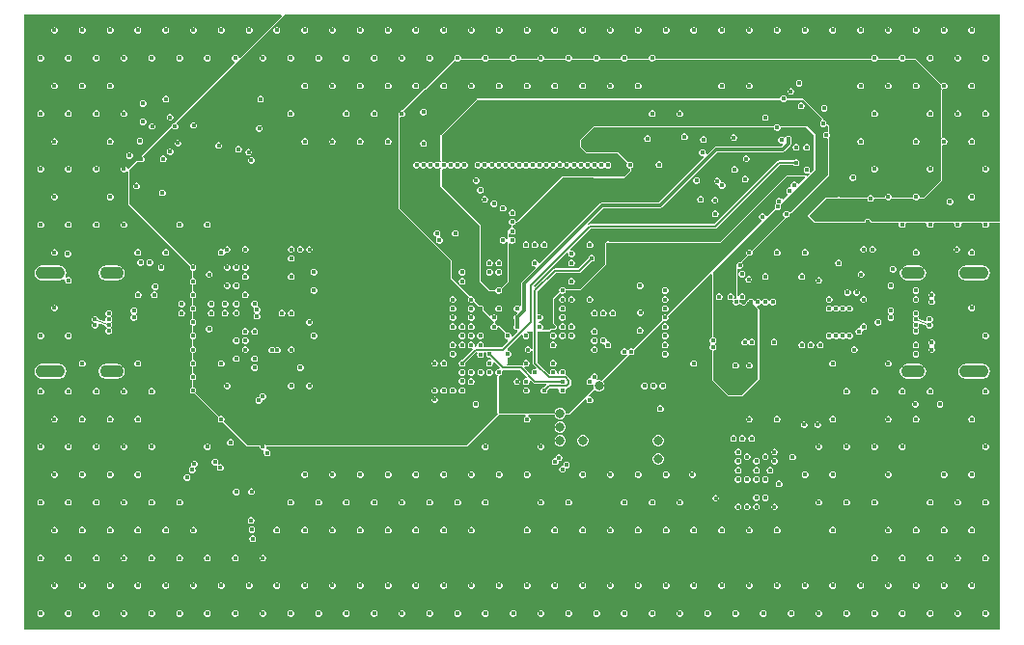
<source format=gbr>
%TF.GenerationSoftware,Altium Limited,Altium Designer,23.1.1 (15)*%
G04 Layer_Physical_Order=3*
G04 Layer_Color=16440176*
%FSLAX45Y45*%
%MOMM*%
%TF.SameCoordinates,3FBC52AE-4862-4018-B763-16E4B67C7164*%
%TF.FilePolarity,Positive*%
%TF.FileFunction,Copper,L3,Inr,Signal*%
%TF.Part,Single*%
G01*
G75*
%TA.AperFunction,Conductor*%
%ADD10C,0.10160*%
%ADD60C,0.20320*%
%ADD61C,0.30480*%
%TA.AperFunction,ComponentPad*%
G04:AMPARAMS|DCode=63|XSize=1.1mm|YSize=2.6mm|CornerRadius=0.55mm|HoleSize=0mm|Usage=FLASHONLY|Rotation=270.000|XOffset=0mm|YOffset=0mm|HoleType=Round|Shape=RoundedRectangle|*
%AMROUNDEDRECTD63*
21,1,1.10000,1.50000,0,0,270.0*
21,1,0.00000,2.60000,0,0,270.0*
1,1,1.10000,-0.75000,0.00000*
1,1,1.10000,-0.75000,0.00000*
1,1,1.10000,0.75000,0.00000*
1,1,1.10000,0.75000,0.00000*
%
%ADD63ROUNDEDRECTD63*%
G04:AMPARAMS|DCode=64|XSize=1.1mm|YSize=2.1mm|CornerRadius=0.55mm|HoleSize=0mm|Usage=FLASHONLY|Rotation=270.000|XOffset=0mm|YOffset=0mm|HoleType=Round|Shape=RoundedRectangle|*
%AMROUNDEDRECTD64*
21,1,1.10000,1.00000,0,0,270.0*
21,1,0.00000,2.10000,0,0,270.0*
1,1,1.10000,-0.50000,0.00000*
1,1,1.10000,-0.50000,0.00000*
1,1,1.10000,0.50000,0.00000*
1,1,1.10000,0.50000,0.00000*
%
%ADD64ROUNDEDRECTD64*%
%TA.AperFunction,ViaPad*%
%ADD65C,0.40640*%
%ADD66C,0.81280*%
G36*
X4794064Y7928261D02*
X4430920Y7565116D01*
X4427754Y7565050D01*
X4416679Y7568836D01*
X4413883Y7575586D01*
X4405666Y7583803D01*
X4394930Y7588250D01*
X4383310D01*
X4372574Y7583803D01*
X4364357Y7575586D01*
X4359910Y7564850D01*
Y7553230D01*
X4364357Y7542494D01*
X4372574Y7534277D01*
X4379324Y7531481D01*
X4383110Y7520406D01*
X4383044Y7517240D01*
X3867416Y7001612D01*
X3867038Y7000702D01*
X3866219Y7000154D01*
X3865671Y6997401D01*
X3864597Y6994808D01*
X3853819Y6989425D01*
X3843083Y6984978D01*
X3834866Y6976761D01*
X3830419Y6966025D01*
Y6964363D01*
X3826541Y6957292D01*
X3822434Y6952644D01*
X3819853Y6951576D01*
X3818686Y6951263D01*
X3816769Y6950801D01*
X3816358Y6950128D01*
X3815630Y6949826D01*
X3572706Y6706903D01*
X3572329Y6705992D01*
X3571508Y6705445D01*
X3571508Y6705438D01*
X3570962Y6702691D01*
X3569888Y6700098D01*
X3570265Y6699188D01*
X3570073Y6698221D01*
X3570700Y6695066D01*
X3570700Y6695063D01*
X3572260Y6692730D01*
X3573334Y6690137D01*
X3580198Y6683274D01*
X3583180Y6676075D01*
Y6668283D01*
X3580198Y6661083D01*
X3574687Y6655573D01*
X3567488Y6652591D01*
X3559696D01*
X3550728Y6656306D01*
X3550411D01*
X3549507Y6656680D01*
X3546356Y6658157D01*
X3529179Y6658941D01*
X3528957Y6658861D01*
X3528740Y6658951D01*
X3525526Y6657619D01*
X3522253Y6656436D01*
X3522153Y6656223D01*
X3521936Y6656132D01*
X3455560Y6589756D01*
X3451272Y6589666D01*
X3444281Y6591226D01*
X3441719Y6592509D01*
X3438523Y6600226D01*
X3430306Y6608443D01*
X3419570Y6612890D01*
X3407950D01*
X3397214Y6608443D01*
X3388997Y6600226D01*
X3384550Y6589490D01*
Y6577870D01*
X3388997Y6567134D01*
X3397214Y6558917D01*
X3407950Y6554470D01*
X3419570D01*
X3430306Y6558917D01*
X3437257Y6565867D01*
X3443180Y6565032D01*
X3449957Y6561974D01*
Y6280130D01*
X3452775Y6273326D01*
X3992190Y5733910D01*
X3992980Y5732004D01*
X3990439Y5725870D01*
Y5714249D01*
X3994886Y5703514D01*
X4003103Y5695297D01*
X4010585Y5692198D01*
X4010027Y5690850D01*
Y5629255D01*
X4010585Y5627907D01*
X4003103Y5624808D01*
X3994886Y5616591D01*
X3990439Y5605855D01*
Y5594234D01*
X3994886Y5583499D01*
X4003103Y5575282D01*
X4010585Y5572183D01*
X4010027Y5570835D01*
Y5509240D01*
X4010585Y5507892D01*
X4003103Y5504793D01*
X3994886Y5496576D01*
X3990439Y5485840D01*
Y5474219D01*
X3994886Y5463484D01*
X4003103Y5455267D01*
X4010585Y5452168D01*
X4010027Y5450820D01*
Y5389225D01*
X4010585Y5387877D01*
X4003103Y5384778D01*
X3994886Y5376561D01*
X3990439Y5365825D01*
Y5354204D01*
X3994886Y5343469D01*
X4003103Y5335252D01*
X4010585Y5332153D01*
X4010027Y5330805D01*
Y5269210D01*
X4010585Y5267862D01*
X4003103Y5264763D01*
X3994886Y5256546D01*
X3990439Y5245810D01*
Y5234189D01*
X3994886Y5223454D01*
X4003103Y5215237D01*
X4010585Y5212138D01*
X4010027Y5210790D01*
Y5149195D01*
X4010585Y5147847D01*
X4003103Y5144748D01*
X3994886Y5136531D01*
X3990439Y5125795D01*
Y5114174D01*
X3994886Y5103439D01*
X4003103Y5095222D01*
X4010585Y5092123D01*
X4010027Y5090775D01*
Y5029180D01*
X4010585Y5027832D01*
X4003103Y5024733D01*
X3994886Y5016516D01*
X3990439Y5005780D01*
Y4994159D01*
X3994886Y4983424D01*
X4003103Y4975207D01*
X4010585Y4972108D01*
X4010027Y4970760D01*
Y4909165D01*
X4010585Y4907817D01*
X4003103Y4904718D01*
X3994886Y4896501D01*
X3990439Y4885765D01*
Y4874144D01*
X3994886Y4863409D01*
X4003103Y4855192D01*
X4010585Y4852093D01*
X4010027Y4850745D01*
Y4789150D01*
X4010585Y4787802D01*
X4003103Y4784703D01*
X3994886Y4776486D01*
X3990439Y4765750D01*
Y4754129D01*
X3994886Y4743394D01*
X4003103Y4735177D01*
X4010585Y4732078D01*
X4010027Y4730730D01*
Y4669135D01*
X4010585Y4667787D01*
X4003103Y4664688D01*
X3994886Y4656471D01*
X3990439Y4645735D01*
Y4634114D01*
X3994886Y4623379D01*
X4003103Y4615162D01*
X4013839Y4610715D01*
X4025459D01*
X4031593Y4613255D01*
X4033500Y4612466D01*
X4241368Y4404597D01*
X4241681Y4403841D01*
X4237990Y4394930D01*
Y4383310D01*
X4242437Y4372574D01*
X4250654Y4364357D01*
X4261390Y4359910D01*
X4273010D01*
X4281921Y4363601D01*
X4282677Y4363288D01*
X4492905Y4153061D01*
X4499709Y4150242D01*
X4603750D01*
Y4139470D01*
X4608197Y4128734D01*
X4616414Y4120517D01*
X4627150Y4116070D01*
X4633443D01*
X4634648Y4115100D01*
X4641235Y4104563D01*
X4641283Y4104337D01*
X4638520Y4097666D01*
Y4086046D01*
X4642967Y4075310D01*
X4651184Y4067093D01*
X4661920Y4062646D01*
X4673540D01*
X4684276Y4067093D01*
X4692493Y4075310D01*
X4696940Y4086046D01*
Y4097666D01*
X4692493Y4108402D01*
X4684276Y4116619D01*
X4673540Y4121066D01*
X4667247D01*
X4666042Y4122036D01*
X4659456Y4132573D01*
X4659407Y4132799D01*
X4662170Y4139470D01*
Y4150242D01*
X6419949D01*
X6426753Y4153061D01*
X6699984Y4426291D01*
X6700717Y4428059D01*
X6702070Y4429413D01*
Y4430277D01*
X6933598Y4430277D01*
X6943017Y4422356D01*
Y4422355D01*
X6943017D01*
X6943629Y4418330D01*
X6943209Y4418156D01*
X6932894Y4413883D01*
X6924677Y4405666D01*
X6920230Y4394930D01*
Y4383310D01*
X6924677Y4372574D01*
X6932894Y4364357D01*
X6943630Y4359910D01*
X6955250D01*
X6965986Y4364357D01*
X6974203Y4372574D01*
X6978650Y4383310D01*
Y4394930D01*
X6974203Y4405666D01*
X6965986Y4413883D01*
X6955671Y4418156D01*
X6955251Y4418330D01*
X6955863Y4422355D01*
X6955863D01*
X6955863Y4422356D01*
X6965282Y4430277D01*
X7190522Y4430277D01*
Y4430048D01*
X7198062Y4411843D01*
X7211995Y4397910D01*
X7230199Y4390370D01*
X7249904D01*
X7268108Y4397910D01*
X7282041Y4411843D01*
X7289582Y4430048D01*
Y4430277D01*
X7316061D01*
X7318400Y4431246D01*
X7320906Y4431586D01*
X7331118Y4437537D01*
X7331893Y4438557D01*
X7333077Y4439047D01*
X7459141Y4565111D01*
X7462658Y4564096D01*
X7470874Y4558883D01*
Y4550104D01*
X7475321Y4539368D01*
X7483538Y4531151D01*
X7494274Y4526704D01*
X7505894D01*
X7516630Y4531151D01*
X7524847Y4539368D01*
X7529294Y4550104D01*
Y4561724D01*
X7524847Y4572460D01*
X7516630Y4580677D01*
X7505894Y4585124D01*
X7497115D01*
X7491903Y4593340D01*
X7490887Y4596857D01*
X7542004Y4647974D01*
X7552038Y4637940D01*
X7570242Y4630400D01*
X7589946D01*
X7608150Y4637940D01*
X7622084Y4651873D01*
X7629624Y4670078D01*
Y4689782D01*
X7622084Y4707986D01*
X7612050Y4718020D01*
X7836766Y4942736D01*
X7837555Y4944639D01*
X7837891Y4945164D01*
X7839145Y4946665D01*
X7845688Y4950242D01*
X7851318Y4952000D01*
X7854319Y4950757D01*
X7865939D01*
X7876675Y4955204D01*
X7884892Y4963421D01*
X7889339Y4974157D01*
Y4985777D01*
X7886890Y4991690D01*
X7887718Y4993688D01*
X8146446Y5252416D01*
X8148444Y5253244D01*
X8154356Y5250795D01*
X8165977D01*
X8176713Y5255242D01*
X8184930Y5263459D01*
X8189377Y5274194D01*
Y5285815D01*
X8186927Y5291727D01*
X8187755Y5293726D01*
X8558863Y5664833D01*
X8570597Y5659973D01*
Y5109190D01*
X8571155Y5107842D01*
X8563673Y5104743D01*
X8555456Y5096526D01*
X8551009Y5085790D01*
Y5074169D01*
X8555456Y5063434D01*
X8561364Y5057525D01*
X8562727Y5049976D01*
X8561364Y5042427D01*
X8555456Y5036518D01*
X8551009Y5025782D01*
Y5014162D01*
X8555456Y5003426D01*
X8563673Y4995209D01*
X8571155Y4992110D01*
X8570597Y4990762D01*
Y4735937D01*
X8573415Y4729133D01*
X8713432Y4589115D01*
X8720237Y4586297D01*
X8828250D01*
X8835054Y4589115D01*
X8983073Y4737134D01*
X8985891Y4743938D01*
X8985891Y5352014D01*
X8983072Y5358818D01*
X8966812Y5375078D01*
X8968176Y5379469D01*
X8973039Y5386812D01*
X8982079D01*
X8992815Y5391259D01*
X9001032Y5399476D01*
X9001399Y5400363D01*
X9015146D01*
X9015514Y5399476D01*
X9023730Y5391259D01*
X9034466Y5386812D01*
X9046087D01*
X9056823Y5391259D01*
X9065040Y5399476D01*
X9065407Y5400363D01*
X9079154D01*
X9079522Y5399476D01*
X9087738Y5391259D01*
X9098474Y5386812D01*
X9110095D01*
X9120831Y5391259D01*
X9129048Y5399476D01*
X9133495Y5410211D01*
Y5421832D01*
X9129048Y5432568D01*
X9120831Y5440785D01*
X9110095Y5445232D01*
X9098474D01*
X9087738Y5440785D01*
X9079522Y5432568D01*
X9079154Y5431680D01*
X9065407D01*
X9065040Y5432568D01*
X9056823Y5440785D01*
X9046087Y5445232D01*
X9034466D01*
X9023730Y5440785D01*
X9015514Y5432568D01*
X9015146Y5431680D01*
X9001399D01*
X9001032Y5432568D01*
X8992815Y5440785D01*
X8982079Y5445232D01*
X8970458D01*
X8959722Y5440785D01*
X8951506Y5432568D01*
X8951138Y5431680D01*
X8937391D01*
X8937024Y5432568D01*
X8928807Y5440785D01*
X8918071Y5445232D01*
X8906450D01*
X8895714Y5440785D01*
X8887498Y5432568D01*
X8884630Y5425644D01*
X8877463D01*
X8870658Y5422826D01*
X8867840Y5416022D01*
Y5412126D01*
X8864858Y5404926D01*
X8859348Y5399416D01*
X8852149Y5396434D01*
X8844356D01*
X8837157Y5399416D01*
X8830294Y5406280D01*
X8829926Y5407167D01*
X8828157Y5407900D01*
X8826804Y5409254D01*
X8825758D01*
X8823594Y5409790D01*
X8823122Y5409986D01*
X8813455Y5418072D01*
Y5421832D01*
X8809008Y5432567D01*
X8818453Y5440235D01*
X8829189Y5435788D01*
X8840809D01*
X8851545Y5440235D01*
X8859762Y5448452D01*
X8864209Y5459188D01*
Y5470808D01*
X8859762Y5481544D01*
X8851545Y5489761D01*
X8840809Y5494208D01*
X8829189D01*
X8818453Y5489761D01*
X8810236Y5481544D01*
X8805789Y5470808D01*
X8793867Y5472687D01*
X8793867Y5704541D01*
X8806567Y5712456D01*
X8810438Y5710852D01*
X8822059D01*
X8832795Y5715299D01*
X8841012Y5723516D01*
X8845459Y5734252D01*
Y5745872D01*
X8841012Y5756608D01*
X8840686Y5756934D01*
X8840235Y5774443D01*
X8888401Y5822609D01*
X8891787Y5824012D01*
X8894350Y5822950D01*
X8905970D01*
X8916706Y5827397D01*
X8924923Y5835614D01*
X8929370Y5846350D01*
Y5857970D01*
X8928308Y5860533D01*
X8929711Y5863919D01*
X9215849Y6150058D01*
X9216227Y6150969D01*
X9217046Y6151516D01*
X9217593Y6154269D01*
X9218668Y6156861D01*
X9230110Y6158908D01*
X9240846Y6163355D01*
X9249063Y6171572D01*
X9253510Y6182308D01*
Y6186042D01*
X9258951Y6196528D01*
X9259516Y6197347D01*
X9264633Y6200260D01*
X9266885Y6201102D01*
X9266960Y6201266D01*
X9267127Y6201336D01*
X9595149Y6529358D01*
X9597968Y6536162D01*
Y6850858D01*
X9597590Y6851769D01*
X9597783Y6852736D01*
X9596223Y6855070D01*
X9595149Y6857662D01*
X9601107Y6867659D01*
X9605554Y6878395D01*
Y6890015D01*
X9601107Y6900751D01*
X9595149Y6910748D01*
X9596223Y6913340D01*
X9597783Y6915675D01*
X9597590Y6916641D01*
X9597968Y6917552D01*
Y6962074D01*
X9597755Y6962587D01*
X9597911Y6963119D01*
X9596373Y6965924D01*
X9595149Y6968878D01*
X9594637Y6969090D01*
X9594370Y6969577D01*
X9591396Y6971965D01*
X9589435Y6972537D01*
X9587807Y6973771D01*
X9578665Y6976163D01*
X9577550Y6978408D01*
Y6990028D01*
X9573103Y7000764D01*
X9564886Y7008981D01*
X9554150Y7013428D01*
X9553046D01*
X9549143Y7018183D01*
X9545688Y7024496D01*
X9544613Y7027090D01*
X9544066Y7029842D01*
X9543246Y7030390D01*
X9542869Y7031300D01*
X9375122Y7199048D01*
X9368318Y7201866D01*
X9229507D01*
Y7210055D01*
X9225060Y7220791D01*
X9216843Y7229008D01*
X9206107Y7233455D01*
X9194486D01*
X9183750Y7229008D01*
X9175534Y7220791D01*
X9171087Y7210055D01*
Y7201866D01*
X6511961D01*
X6505156Y7199048D01*
X6193117Y6887009D01*
X6190299Y6880205D01*
Y6657250D01*
X6190676Y6656339D01*
X6190484Y6655373D01*
X6192043Y6653039D01*
X6193117Y6650446D01*
X6192596Y6648364D01*
X6191652Y6647281D01*
X6176462Y6644935D01*
X6165727Y6649382D01*
X6154106D01*
X6143370Y6644935D01*
X6137462Y6639027D01*
X6129913Y6637664D01*
X6122363Y6639027D01*
X6116455Y6644935D01*
X6105719Y6649382D01*
X6094099D01*
X6083363Y6644935D01*
X6077455Y6639027D01*
X6069905Y6637664D01*
X6062356Y6639027D01*
X6056448Y6644935D01*
X6045712Y6649382D01*
X6034091D01*
X6023355Y6644935D01*
X6017447Y6639027D01*
X6009898Y6637664D01*
X6002348Y6639027D01*
X5996440Y6644935D01*
X5985704Y6649382D01*
X5974084D01*
X5963348Y6644935D01*
X5955131Y6636718D01*
X5950684Y6625982D01*
Y6614362D01*
X5955131Y6603626D01*
X5963348Y6595409D01*
X5974084Y6590962D01*
X5985704D01*
X5996440Y6595409D01*
X6002348Y6601318D01*
X6009898Y6602680D01*
X6017447Y6601318D01*
X6023355Y6595409D01*
X6034091Y6590962D01*
X6045712D01*
X6056448Y6595409D01*
X6062356Y6601318D01*
X6069905Y6602680D01*
X6077455Y6601318D01*
X6083363Y6595409D01*
X6094099Y6590962D01*
X6105719D01*
X6116455Y6595409D01*
X6122363Y6601318D01*
X6129913Y6602680D01*
X6137462Y6601318D01*
X6143370Y6595409D01*
X6154106Y6590962D01*
X6165727D01*
X6176462Y6595409D01*
X6191652Y6593064D01*
X6192596Y6591981D01*
X6193117Y6589898D01*
X6192043Y6587305D01*
X6190484Y6584972D01*
X6190676Y6584005D01*
X6190299Y6583094D01*
Y6436149D01*
X6193117Y6429345D01*
X6534342Y6088120D01*
Y5600044D01*
X6537160Y5593240D01*
X6617170Y5513230D01*
X6623975Y5510412D01*
X6670774D01*
X6672122Y5510970D01*
X6675221Y5503489D01*
X6683438Y5495272D01*
X6694174Y5490825D01*
X6705794D01*
X6716530Y5495272D01*
X6724747Y5503489D01*
X6729194Y5514224D01*
Y5525845D01*
X6726653Y5531979D01*
X6727443Y5533885D01*
X6786798Y5593240D01*
X6789617Y5600044D01*
Y5931203D01*
X6802317Y5936463D01*
X6803453Y5935327D01*
X6814189Y5930880D01*
X6825809D01*
X6836545Y5935327D01*
X6844762Y5943544D01*
X6849209Y5954279D01*
Y5965900D01*
X6844762Y5976636D01*
X6836545Y5984853D01*
X6825809Y5989300D01*
X6814189D01*
X6803453Y5984853D01*
X6802317Y5983716D01*
X6789617Y5988977D01*
Y6011213D01*
X6802317Y6016473D01*
X6803453Y6015337D01*
X6814189Y6010890D01*
X6825809D01*
X6836545Y6015337D01*
X6844762Y6023554D01*
X6849209Y6034289D01*
Y6045910D01*
X6844762Y6056646D01*
X6836545Y6064863D01*
X6831734Y6066856D01*
X6831195Y6067083D01*
X6824546Y6076981D01*
X6823763Y6081741D01*
X6825810Y6090900D01*
X6836545Y6095347D01*
X6844762Y6103564D01*
X6849209Y6114299D01*
X6858368Y6116346D01*
X6861933Y6116365D01*
X6865305Y6117783D01*
X6868686Y6119183D01*
X7260010Y6510508D01*
X7800051Y6506537D01*
X7800086Y6506551D01*
X7800122Y6506537D01*
X7803501Y6507936D01*
X7806875Y6509305D01*
X7806890Y6509340D01*
X7806926Y6509355D01*
X7858932Y6561362D01*
X7861751Y6568166D01*
Y6590962D01*
X7861192Y6592310D01*
X7868674Y6595409D01*
X7876891Y6603626D01*
X7881338Y6614362D01*
Y6625982D01*
X7876891Y6636718D01*
X7868674Y6644935D01*
X7857938Y6649382D01*
X7846318D01*
X7840184Y6646841D01*
X7838277Y6647631D01*
X7754919Y6730989D01*
X7748115Y6733808D01*
X7472066D01*
X7421696Y6784178D01*
Y6840214D01*
X7536074Y6954593D01*
X9114699D01*
X9115080Y6954023D01*
Y6942403D01*
X9119527Y6931667D01*
X9127743Y6923450D01*
X9138479Y6919003D01*
X9150100D01*
X9160836Y6923450D01*
X9169053Y6931667D01*
X9173500Y6942403D01*
Y6954023D01*
X9173880Y6954593D01*
X9396336D01*
X9466709Y6884220D01*
Y6580152D01*
X9438680Y6552124D01*
X9429086Y6559621D01*
X9429292Y6560119D01*
X9433532Y6570356D01*
Y6581977D01*
X9429085Y6592713D01*
X9420868Y6600930D01*
X9410132Y6605377D01*
X9398512D01*
X9387776Y6600930D01*
X9379559Y6592713D01*
X9375112Y6581977D01*
Y6570356D01*
X9379559Y6559621D01*
X9387776Y6551404D01*
X9398512Y6546957D01*
X9410132D01*
X9420370Y6551197D01*
X9420868Y6551403D01*
X9428365Y6541809D01*
X9410038Y6523481D01*
X9395185Y6526150D01*
X9393832Y6527503D01*
X9393100Y6529272D01*
X9391331Y6530004D01*
X9389978Y6531358D01*
X9388064D01*
X9386296Y6532090D01*
X9230608D01*
X9223804Y6529272D01*
X8639219Y5944687D01*
X7676810D01*
X7676650Y5944848D01*
X7665914Y5949295D01*
X7654294D01*
X7643558Y5944848D01*
X7635341Y5936631D01*
X7630894Y5925895D01*
Y5914274D01*
X7635341Y5903539D01*
X7635501Y5903378D01*
Y5750253D01*
X7414906Y5529657D01*
X7289264D01*
X7287916Y5529099D01*
X7284817Y5536581D01*
X7276600Y5544798D01*
X7265864Y5549245D01*
X7254244D01*
X7243508Y5544798D01*
X7235291Y5536581D01*
X7230844Y5525845D01*
Y5514224D01*
X7233385Y5508091D01*
X7232595Y5506184D01*
X7177240Y5450829D01*
X7174422Y5444025D01*
Y5229205D01*
X7177240Y5222401D01*
X7182098Y5220388D01*
X7182172Y5220315D01*
X7191139Y5216600D01*
X7196650Y5211090D01*
X7199632Y5203891D01*
Y5196099D01*
X7196650Y5188899D01*
X7191139Y5183389D01*
X7183940Y5180407D01*
X7176148D01*
X7168949Y5183389D01*
X7168194Y5184144D01*
X7161390Y5186962D01*
X7154586Y5184144D01*
X7140054Y5169612D01*
X7088915Y5169611D01*
X7083655Y5182311D01*
X7084792Y5183449D01*
X7089239Y5194184D01*
Y5205805D01*
X7084792Y5216541D01*
X7076575Y5224758D01*
X7065839Y5229205D01*
X7054219D01*
X7047166Y5239586D01*
Y5240413D01*
X7048149Y5241860D01*
X7058558Y5250795D01*
X7065839D01*
X7076575Y5255242D01*
X7084792Y5263459D01*
X7089239Y5274194D01*
Y5285815D01*
X7084792Y5296551D01*
X7076575Y5304768D01*
X7065839Y5309215D01*
X7054219D01*
X7052782Y5308620D01*
X7040082Y5317105D01*
Y5512624D01*
X7200091Y5672633D01*
X7405447D01*
X7412880Y5674112D01*
X7419182Y5678322D01*
X7514472Y5773613D01*
X7522024D01*
X7532760Y5778060D01*
X7540977Y5786276D01*
X7545424Y5797012D01*
Y5808633D01*
X7540977Y5819369D01*
X7532760Y5827585D01*
X7522024Y5832033D01*
X7510403D01*
X7499667Y5827585D01*
X7491451Y5819369D01*
X7487004Y5808633D01*
Y5801081D01*
X7397402Y5711479D01*
X7192047D01*
X7192046Y5711480D01*
X7184613Y5710001D01*
X7178311Y5705790D01*
X7178311Y5705790D01*
X7021374Y5548853D01*
X7007597Y5553037D01*
X7006723Y5557444D01*
X7299121Y5849841D01*
X7304537Y5848015D01*
X7310854Y5843614D01*
Y5834264D01*
X7315301Y5823529D01*
X7323518Y5815312D01*
X7334254Y5810865D01*
X7345874D01*
X7356610Y5815312D01*
X7364827Y5823529D01*
X7369274Y5834264D01*
Y5845885D01*
X7364827Y5856621D01*
X7356610Y5864838D01*
X7345874Y5869285D01*
X7336525D01*
X7332124Y5875601D01*
X7330297Y5881018D01*
X7508666Y6059387D01*
X8600220D01*
X8600222Y6059386D01*
X8608150Y6060964D01*
X8614872Y6065455D01*
X9168873Y6619457D01*
X9285923D01*
X9291044Y6614335D01*
X9302247Y6609695D01*
X9314373D01*
X9325576Y6614335D01*
X9334150Y6622909D01*
X9338790Y6634112D01*
Y6646237D01*
X9334150Y6657440D01*
X9325576Y6666014D01*
X9314373Y6670655D01*
X9302247D01*
X9291044Y6666014D01*
X9285923Y6660893D01*
X9160293D01*
X9160292Y6660893D01*
X9152363Y6659316D01*
X9145642Y6654825D01*
X8591640Y6100823D01*
X7500084D01*
X7492155Y6099246D01*
X7491593Y6098870D01*
X7483498Y6108735D01*
X7618288Y6243525D01*
X8116161D01*
X8125576Y6245398D01*
X8133558Y6250731D01*
X8618413Y6735587D01*
X9192296D01*
X9201711Y6737460D01*
X9209692Y6742793D01*
X9257698Y6790799D01*
X9263032Y6798780D01*
X9264904Y6808196D01*
Y6831494D01*
X9265065Y6831655D01*
X9269512Y6842390D01*
Y6854011D01*
X9265065Y6864747D01*
X9256848Y6872964D01*
X9246112Y6877411D01*
X9234491D01*
X9223755Y6872964D01*
X9215539Y6864747D01*
X9215386Y6864377D01*
X9200405Y6861398D01*
X9198692Y6863111D01*
X9187956Y6867558D01*
X9176335D01*
X9165600Y6863111D01*
X9157383Y6854894D01*
X9152936Y6844158D01*
Y6832538D01*
X9157383Y6821802D01*
X9165600Y6813585D01*
X9176335Y6809138D01*
X9187956D01*
X9188867Y6809515D01*
X9196061Y6798749D01*
X9182105Y6784792D01*
X8608223D01*
X8598808Y6782920D01*
X8590826Y6777586D01*
X8528017Y6714777D01*
X8517250Y6721971D01*
X8517418Y6722375D01*
Y6733996D01*
X8512971Y6744732D01*
X8504754Y6752949D01*
X8494018Y6757396D01*
X8482397D01*
X8471661Y6752949D01*
X8463445Y6744732D01*
X8458998Y6733996D01*
Y6722375D01*
X8463445Y6711640D01*
X8471661Y6703423D01*
X8482397Y6698976D01*
X8494018D01*
X8494422Y6699143D01*
X8501616Y6688377D01*
X8105970Y6292731D01*
X7608098D01*
X7598683Y6290858D01*
X7590701Y6285525D01*
X7061911Y5756735D01*
X7049211Y5761996D01*
Y5765809D01*
X7044764Y5776545D01*
X7036547Y5784762D01*
X7025811Y5789209D01*
X7014191D01*
X7003455Y5784762D01*
X6995238Y5776545D01*
X6990791Y5765809D01*
Y5754188D01*
X6995238Y5743453D01*
X7003455Y5735236D01*
X7014191Y5730789D01*
X7018004D01*
X7023265Y5718089D01*
X6902615Y5597439D01*
X6897282Y5589457D01*
X6895409Y5580042D01*
Y5382957D01*
X6894393Y5382320D01*
X6882709Y5379063D01*
X6876995Y5384778D01*
X6866259Y5389225D01*
X6854638D01*
X6843902Y5384778D01*
X6835686Y5376561D01*
X6831239Y5365825D01*
Y5354204D01*
X6835686Y5343469D01*
X6843902Y5335252D01*
X6854638Y5330805D01*
X6858053D01*
X6863313Y5318105D01*
X6854423Y5309215D01*
X6854196D01*
X6843461Y5304768D01*
X6835244Y5296551D01*
X6830797Y5285815D01*
Y5274194D01*
X6835244Y5263459D01*
X6835403Y5263300D01*
Y5216702D01*
X6835241Y5216541D01*
X6830794Y5205805D01*
Y5194184D01*
X6835241Y5183449D01*
X6843458Y5175232D01*
X6854194Y5170785D01*
X6863544D01*
X6867944Y5164468D01*
X6869771Y5159051D01*
X6820937Y5110218D01*
X6815521Y5112044D01*
X6809204Y5116445D01*
Y5125795D01*
X6804757Y5136531D01*
X6796540Y5144748D01*
X6785804Y5149195D01*
X6774184D01*
X6768049Y5146654D01*
X6766143Y5147443D01*
X6708693Y5204893D01*
X6707332Y5205457D01*
X6706393Y5206593D01*
X6704057Y5206814D01*
X6701889Y5207712D01*
X6701215Y5207433D01*
X6699695Y5207227D01*
X6699061Y5207287D01*
X6698214Y5207026D01*
X6689189Y5205805D01*
X6684742Y5216541D01*
X6676525Y5224758D01*
X6665790Y5229205D01*
X6667011Y5238230D01*
X6667271Y5239077D01*
X6667211Y5239710D01*
X6667417Y5241231D01*
X6667696Y5241905D01*
X6666704Y5246529D01*
X6675419Y5254783D01*
X6676525Y5255242D01*
X6684742Y5263459D01*
X6689189Y5274194D01*
Y5285815D01*
X6684742Y5296551D01*
X6676525Y5304768D01*
X6665789Y5309215D01*
X6654169D01*
X6643433Y5304768D01*
X6635216Y5296551D01*
X6635152Y5296396D01*
X6620171Y5293416D01*
X6566306Y5347281D01*
X6569174Y5354204D01*
Y5365825D01*
X6564727Y5376561D01*
X6556510Y5384778D01*
X6545774Y5389225D01*
X6534154D01*
X6527230Y5386357D01*
X6487413Y5426174D01*
X6486623Y5428081D01*
X6489164Y5434214D01*
Y5445835D01*
X6484717Y5456571D01*
X6476500Y5464788D01*
X6465764Y5469235D01*
X6454144D01*
X6448010Y5466694D01*
X6446103Y5467484D01*
X6289554Y5624033D01*
Y5780067D01*
X6286736Y5786871D01*
X5829497Y6244110D01*
Y7036121D01*
X5842197Y7043870D01*
X5846350Y7042150D01*
X5857970D01*
X5868706Y7046597D01*
X5876923Y7054814D01*
X5881370Y7065550D01*
Y7077170D01*
X5876923Y7087906D01*
X5869042Y7095787D01*
X6055801Y7282546D01*
X6321701Y7535544D01*
X6321976Y7535595D01*
X6323294Y7534277D01*
X6334030Y7529830D01*
X6345650D01*
X6356386Y7534277D01*
X6364603Y7542494D01*
X6366729Y7547628D01*
X6369050Y7546667D01*
X6554470D01*
X6556791Y7547628D01*
X6558917Y7542494D01*
X6567134Y7534277D01*
X6577870Y7529830D01*
X6589490D01*
X6600226Y7534277D01*
X6608443Y7542494D01*
X6610569Y7547628D01*
X6612890Y7546667D01*
X6798310D01*
X6800631Y7547628D01*
X6802757Y7542494D01*
X6810974Y7534277D01*
X6821710Y7529830D01*
X6833330D01*
X6844066Y7534277D01*
X6852283Y7542494D01*
X6854409Y7547628D01*
X6856730Y7546667D01*
X7042150D01*
X7044471Y7547628D01*
X7046597Y7542494D01*
X7054814Y7534277D01*
X7065550Y7529830D01*
X7077170D01*
X7087906Y7534277D01*
X7096123Y7542494D01*
X7098249Y7547628D01*
X7100570Y7546667D01*
X7285990D01*
X7288311Y7547628D01*
X7290437Y7542494D01*
X7298654Y7534277D01*
X7309390Y7529830D01*
X7321010D01*
X7331746Y7534277D01*
X7339963Y7542494D01*
X7342089Y7547628D01*
X7344410Y7546667D01*
X7529830D01*
X7532151Y7547628D01*
X7534277Y7542494D01*
X7542494Y7534277D01*
X7553230Y7529830D01*
X7564850D01*
X7575586Y7534277D01*
X7583803Y7542494D01*
X7585929Y7547628D01*
X7588250Y7546667D01*
X7773670D01*
X7775991Y7547628D01*
X7778117Y7542494D01*
X7786334Y7534277D01*
X7797070Y7529830D01*
X7808690D01*
X7819426Y7534277D01*
X7827643Y7542494D01*
X7829769Y7547628D01*
X7832090Y7546667D01*
X8017510D01*
X8019831Y7547628D01*
X8021957Y7542494D01*
X8030174Y7534277D01*
X8040910Y7529830D01*
X8052530D01*
X8063266Y7534277D01*
X8071483Y7542494D01*
X8073609Y7547628D01*
X8075930Y7546667D01*
X9968230D01*
X9970551Y7547628D01*
X9972677Y7542494D01*
X9980894Y7534277D01*
X9991630Y7529830D01*
X10003250D01*
X10013986Y7534277D01*
X10022203Y7542494D01*
X10024329Y7547628D01*
X10026650Y7546667D01*
X10212070D01*
X10214391Y7547628D01*
X10216517Y7542494D01*
X10224734Y7534277D01*
X10235470Y7529830D01*
X10247090D01*
X10257826Y7534277D01*
X10266043Y7542494D01*
X10268169Y7547628D01*
X10270490Y7546667D01*
X10356456D01*
X10576826Y7326296D01*
X10578423Y7322442D01*
X10577830Y7321010D01*
Y7309390D01*
X10582112Y7299052D01*
X10585666Y7286941D01*
X10584592Y7284349D01*
X10583033Y7282015D01*
X10583225Y7281048D01*
X10582848Y7280137D01*
Y6862583D01*
X10583225Y6861672D01*
X10583033Y6860705D01*
X10584592Y6858371D01*
X10585666Y6855779D01*
X10582112Y6843668D01*
X10577830Y6833330D01*
Y6821710D01*
X10582112Y6811372D01*
X10585666Y6799261D01*
X10584592Y6796669D01*
X10583033Y6794335D01*
X10583225Y6793368D01*
X10582848Y6792457D01*
Y6488141D01*
X10430465Y6335758D01*
X10392410D01*
Y6345650D01*
X10387963Y6356386D01*
X10379746Y6364603D01*
X10369010Y6369050D01*
X10357390D01*
X10346654Y6364603D01*
X10338437Y6356386D01*
X10333990Y6345650D01*
Y6335758D01*
X10148570D01*
Y6345650D01*
X10144123Y6356386D01*
X10135906Y6364603D01*
X10125170Y6369050D01*
X10113550D01*
X10102814Y6364603D01*
X10094597Y6356386D01*
X10090150Y6345650D01*
Y6335758D01*
X9993602D01*
X9992961Y6335493D01*
X9989155Y6344682D01*
X9980938Y6352899D01*
X9970202Y6357346D01*
X9958582D01*
X9947846Y6352899D01*
X9939629Y6344682D01*
X9935823Y6335493D01*
X9935182Y6335758D01*
X9702042D01*
X9700903Y6336897D01*
X9690167Y6341344D01*
X9678547D01*
X9667811Y6336897D01*
X9666672Y6335758D01*
X9574343D01*
X9567539Y6332940D01*
X9415520Y6180921D01*
X9412702Y6174116D01*
X9415520Y6167312D01*
X9469527Y6113305D01*
X9476331Y6110487D01*
X9911179D01*
X9917983Y6113305D01*
X9920802Y6120109D01*
Y6124006D01*
X9923784Y6131205D01*
X9929294Y6136715D01*
X9936493Y6139697D01*
X9944285D01*
X9951484Y6136715D01*
X9956995Y6131205D01*
X9959977Y6124006D01*
Y6120109D01*
X9962795Y6113305D01*
X9969599Y6110487D01*
X10206272D01*
X10212070Y6101810D01*
Y6090190D01*
X10216517Y6079454D01*
X10224734Y6071237D01*
X10235470Y6066790D01*
X10247090D01*
X10257826Y6071237D01*
X10266043Y6079454D01*
X10270490Y6090190D01*
Y6101810D01*
X10276288Y6110487D01*
X10446804Y6110487D01*
X10455910Y6097787D01*
Y6090190D01*
X10460357Y6079454D01*
X10468574Y6071237D01*
X10479310Y6066790D01*
X10490930D01*
X10501666Y6071237D01*
X10509883Y6079454D01*
X10514330Y6090190D01*
Y6101810D01*
X10520128Y6110487D01*
X10693952D01*
X10699750Y6101810D01*
Y6090190D01*
X10704197Y6079454D01*
X10712414Y6071237D01*
X10723150Y6066790D01*
X10734770D01*
X10745506Y6071237D01*
X10753723Y6079454D01*
X10758170Y6090190D01*
Y6101810D01*
X10763968Y6110487D01*
X10937792D01*
X10943590Y6101810D01*
Y6090190D01*
X10948037Y6079454D01*
X10956254Y6071237D01*
X10966990Y6066790D01*
X10978610D01*
X10989346Y6071237D01*
X10997563Y6079454D01*
X11002010Y6090190D01*
Y6101810D01*
X11007808Y6110487D01*
X11100000D01*
X11100001Y6110486D01*
Y2540005D01*
X2539997D01*
Y7939994D01*
X4789204D01*
X4794064Y7928261D01*
D02*
G37*
G36*
X9536065Y7024496D02*
X9533085Y7009516D01*
X9531794Y7008981D01*
X9523577Y7000764D01*
X9519130Y6990028D01*
Y6978407D01*
X9523577Y6967672D01*
X9531794Y6959455D01*
X9542530Y6955008D01*
X9554150D01*
X9564886Y6959455D01*
X9573103Y6967671D01*
X9585371Y6964462D01*
X9588345Y6962074D01*
Y6917552D01*
X9582154Y6913415D01*
X9570533D01*
X9559797Y6908968D01*
X9551581Y6900751D01*
X9547134Y6890015D01*
Y6878395D01*
X9551581Y6867659D01*
X9559797Y6859442D01*
X9570533Y6854995D01*
X9582154D01*
X9588345Y6850858D01*
Y6536162D01*
X9260323Y6208140D01*
X9245052Y6208675D01*
X9240846Y6212881D01*
X9230110Y6217328D01*
X9218489D01*
X9207753Y6212881D01*
X9199537Y6204664D01*
X9195090Y6193928D01*
Y6182308D01*
X9199537Y6171572D01*
X9207753Y6163355D01*
X9209045Y6156862D01*
X8922906Y5870723D01*
X8916706Y5876923D01*
X8905970Y5881370D01*
X8894350D01*
X8883614Y5876923D01*
X8875397Y5868706D01*
X8870950Y5857970D01*
Y5846350D01*
X8875397Y5835614D01*
X8881597Y5829414D01*
X8821456Y5769272D01*
X8810438D01*
X8799702Y5764825D01*
X8791486Y5756608D01*
X8787039Y5745872D01*
Y5734855D01*
X8784244Y5732061D01*
X8784245Y5445232D01*
X8778434D01*
X8772535Y5442788D01*
X8762804Y5452484D01*
X8765179Y5458217D01*
Y5469838D01*
X8760732Y5480574D01*
X8752515Y5488791D01*
X8741780Y5493238D01*
X8730159D01*
X8719423Y5488791D01*
X8711206Y5480574D01*
X8706759Y5469838D01*
Y5458217D01*
X8711206Y5447482D01*
X8719423Y5439265D01*
X8730159Y5434818D01*
X8741780D01*
X8747679Y5437261D01*
X8757409Y5427565D01*
X8755035Y5421832D01*
Y5410211D01*
X8759482Y5399476D01*
X8767698Y5391259D01*
X8778434Y5386812D01*
X8790055D01*
X8800791Y5391259D01*
X8809008Y5399476D01*
X8809375Y5400363D01*
X8823122D01*
X8823490Y5399476D01*
X8831706Y5391259D01*
X8842442Y5386812D01*
X8854063D01*
X8864799Y5391259D01*
X8873016Y5399476D01*
X8877463Y5410211D01*
Y5416022D01*
X8912260D01*
X8976268Y5352014D01*
X8976269Y4743938D01*
X8828250Y4595919D01*
X8720237D01*
X8580219Y4735937D01*
Y4990762D01*
X8586029D01*
X8596765Y4995209D01*
X8604982Y5003426D01*
X8609429Y5014162D01*
Y5025782D01*
X8604982Y5036518D01*
X8599074Y5042427D01*
X8597711Y5049976D01*
X8599074Y5057525D01*
X8604982Y5063434D01*
X8609429Y5074169D01*
Y5085790D01*
X8604982Y5096526D01*
X8596765Y5104743D01*
X8586029Y5109190D01*
X8580219D01*
Y5680055D01*
X9131801Y6231636D01*
X9133909Y6229528D01*
X9144645Y6225081D01*
X9156265D01*
X9167001Y6229528D01*
X9175218Y6237745D01*
X9179665Y6248481D01*
Y6260101D01*
X9175218Y6270837D01*
X9173110Y6272945D01*
X9476331Y6576167D01*
Y6888206D01*
X9400322Y6964215D01*
X9169278D01*
X9169053Y6964759D01*
X9160836Y6972976D01*
X9150100Y6977423D01*
X9138479D01*
X9127743Y6972976D01*
X9119527Y6964759D01*
X9119301Y6964215D01*
X7532088D01*
X7412073Y6844200D01*
Y6780192D01*
X7468080Y6724185D01*
X7748115D01*
X7831474Y6640827D01*
X7827365Y6636718D01*
X7822918Y6625982D01*
Y6614362D01*
X7827365Y6603626D01*
X7835582Y6595409D01*
X7846318Y6590962D01*
X7852128D01*
Y6568166D01*
X7800122Y6516159D01*
X7256054Y6520160D01*
X6861881Y6125987D01*
X6858316Y6125968D01*
X6847640Y6129707D01*
X6844762Y6136656D01*
X6836545Y6144873D01*
X6825809Y6149320D01*
X6814189D01*
X6803453Y6144873D01*
X6795236Y6136656D01*
X6790789Y6125920D01*
Y6114299D01*
X6795236Y6103564D01*
X6803453Y6095347D01*
X6810402Y6092468D01*
X6814140Y6081793D01*
X6814121Y6078227D01*
X6779994Y6044100D01*
Y5973025D01*
X6767294Y5970499D01*
X6764752Y5976636D01*
X6756535Y5984853D01*
X6745799Y5989300D01*
X6734179D01*
X6723443Y5984853D01*
X6715226Y5976636D01*
X6710779Y5965900D01*
Y5954279D01*
X6715226Y5943544D01*
X6723443Y5935327D01*
X6734179Y5930880D01*
X6745799D01*
X6756535Y5935327D01*
X6764752Y5943544D01*
X6767294Y5949680D01*
X6779994Y5947154D01*
Y5600044D01*
X6720639Y5540689D01*
X6716530Y5544798D01*
X6705794Y5549245D01*
X6694174D01*
X6683438Y5544798D01*
X6675221Y5536581D01*
X6670774Y5525845D01*
Y5520034D01*
X6623975D01*
X6543965Y5600044D01*
Y6092106D01*
X6199922Y6436149D01*
Y6583094D01*
X6212622Y6591580D01*
X6214114Y6590962D01*
X6225734D01*
X6236470Y6595409D01*
X6242378Y6601318D01*
X6249928Y6602680D01*
X6257477Y6601318D01*
X6263385Y6595409D01*
X6274121Y6590962D01*
X6285742D01*
X6296478Y6595409D01*
X6302386Y6601318D01*
X6309935Y6602680D01*
X6317485Y6601318D01*
X6323393Y6595409D01*
X6334129Y6590962D01*
X6345749D01*
X6356485Y6595409D01*
X6362393Y6601318D01*
X6369943Y6602680D01*
X6377492Y6601318D01*
X6383400Y6595409D01*
X6394136Y6590962D01*
X6405757D01*
X6416493Y6595409D01*
X6424710Y6603626D01*
X6429157Y6614362D01*
Y6625982D01*
X6424710Y6636718D01*
X6416493Y6644935D01*
X6405757Y6649382D01*
X6394136D01*
X6383400Y6644935D01*
X6377492Y6639027D01*
X6369943Y6637664D01*
X6362393Y6639027D01*
X6356485Y6644935D01*
X6345749Y6649382D01*
X6334129D01*
X6323393Y6644935D01*
X6317485Y6639027D01*
X6309935Y6637664D01*
X6302386Y6639027D01*
X6296478Y6644935D01*
X6285742Y6649382D01*
X6274121D01*
X6263385Y6644935D01*
X6257477Y6639027D01*
X6249928Y6637664D01*
X6242378Y6639027D01*
X6236470Y6644935D01*
X6225734Y6649382D01*
X6214114D01*
X6212622Y6648764D01*
X6199922Y6657250D01*
Y6880205D01*
X6511961Y7192244D01*
X9173651D01*
X9175534Y7187699D01*
X9183750Y7179482D01*
X9194486Y7175035D01*
X9206107D01*
X9216843Y7179482D01*
X9225060Y7187699D01*
X9226942Y7192244D01*
X9368318D01*
X9536065Y7024496D01*
D02*
G37*
G36*
X9391156Y6510734D02*
X9333251Y6452830D01*
X9318854Y6456393D01*
X9317071Y6460696D01*
X9308854Y6468913D01*
X9298118Y6473360D01*
X9286498D01*
X9275762Y6468913D01*
X9267545Y6460696D01*
X9263098Y6449960D01*
Y6438340D01*
X9263750Y6436766D01*
X9261857Y6432933D01*
X9254731Y6425354D01*
X9246493D01*
X9235757Y6420907D01*
X9227540Y6412690D01*
X9223093Y6401954D01*
Y6390334D01*
X9227540Y6379598D01*
X9235757Y6371381D01*
X9237383Y6356961D01*
X9198258Y6317837D01*
X9184553Y6322092D01*
X9178293Y6328351D01*
X9167557Y6332798D01*
X9155937D01*
X9145201Y6328351D01*
X9136984Y6320134D01*
X9132537Y6309399D01*
Y6297778D01*
X9135155Y6291458D01*
X9133909Y6279054D01*
X9125692Y6270837D01*
X9121245Y6260101D01*
Y6248481D01*
X9123488Y6243066D01*
X9054183Y6173761D01*
X9050378Y6173811D01*
X9039990Y6177529D01*
X9037036Y6184662D01*
X9028819Y6192879D01*
X9018083Y6197326D01*
X9006463D01*
X8995727Y6192879D01*
X8987510Y6184662D01*
X8983063Y6173926D01*
Y6162305D01*
X8987510Y6151570D01*
X8995727Y6143353D01*
X9002859Y6140398D01*
X9006578Y6130011D01*
X9006627Y6126206D01*
X8180951Y5300529D01*
X8176713Y5304768D01*
X8165977Y5309215D01*
X8154356D01*
X8143620Y5304768D01*
X8135404Y5296551D01*
X8130957Y5285815D01*
Y5274194D01*
X8135404Y5263459D01*
X8139642Y5259220D01*
X7880913Y5000492D01*
X7876675Y5004730D01*
X7865939Y5009177D01*
X7854319D01*
X7843583Y5004730D01*
X7837675Y4998822D01*
X7830125Y4997459D01*
X7822576Y4998822D01*
X7816668Y5004730D01*
X7805932Y5009177D01*
X7794311D01*
X7783575Y5004730D01*
X7775359Y4996513D01*
X7770912Y4985777D01*
Y4974157D01*
X7775359Y4963421D01*
X7783575Y4955204D01*
X7794311Y4950757D01*
X7805932D01*
X7816667Y4955204D01*
X7829619Y4950195D01*
X7829962Y4949540D01*
X7604042Y4723621D01*
X7589946Y4729460D01*
X7570242D01*
X7567915Y4728496D01*
X7560721Y4739262D01*
X7564852Y4743394D01*
X7569299Y4754129D01*
Y4765750D01*
X7564852Y4776486D01*
X7556635Y4784703D01*
X7545899Y4789150D01*
X7534279D01*
X7523543Y4784703D01*
X7515326Y4776486D01*
X7510879Y4765750D01*
Y4760826D01*
X7507385Y4752639D01*
X7499197Y4749145D01*
X7494274D01*
X7483538Y4744698D01*
X7475321Y4736481D01*
X7470874Y4725745D01*
Y4714124D01*
X7475321Y4703389D01*
X7483538Y4695172D01*
X7494274Y4690725D01*
X7505894D01*
X7516630Y4695172D01*
X7520761Y4699303D01*
X7531528Y4692109D01*
X7530564Y4689782D01*
Y4670078D01*
X7536403Y4655981D01*
X7326273Y4445851D01*
X7316061Y4439900D01*
Y4439899D01*
X7316061Y4439899D01*
X7289582D01*
Y4449752D01*
X7282041Y4467956D01*
X7268108Y4481889D01*
X7249904Y4489430D01*
X7230199D01*
X7211995Y4481889D01*
X7198062Y4467956D01*
X7190522Y4449752D01*
Y4439899D01*
X6699984Y4439900D01*
X6699983Y4770735D01*
X6705794D01*
X6716530Y4775182D01*
X6724747Y4783399D01*
X6729194Y4794134D01*
Y4805755D01*
X6726957Y4811155D01*
X6727896Y4812975D01*
X6736537Y4821213D01*
X6739989Y4820527D01*
X6891964D01*
X6952183Y4760307D01*
X6948468Y4751849D01*
X6945853Y4748677D01*
X6935455D01*
X6924719Y4744230D01*
X6916502Y4736013D01*
X6912055Y4725277D01*
Y4713656D01*
X6916502Y4702920D01*
X6924719Y4694704D01*
X6935455Y4690257D01*
X6947076D01*
X6957811Y4694704D01*
X6966028Y4702920D01*
X6970475Y4713656D01*
Y4724054D01*
X6973648Y4726670D01*
X6982106Y4730384D01*
X7006290Y4706200D01*
X7012591Y4701990D01*
X7020024Y4700512D01*
X7115192D01*
X7120452Y4687812D01*
X7101775Y4669135D01*
X7094224D01*
X7083488Y4664688D01*
X7075271Y4656471D01*
X7070824Y4645735D01*
Y4634114D01*
X7075271Y4623379D01*
X7083488Y4615162D01*
X7094224Y4610715D01*
X7105844D01*
X7116580Y4615162D01*
X7124797Y4623379D01*
X7129244Y4634114D01*
Y4641666D01*
X7148084Y4660507D01*
X7223216D01*
X7231702Y4647806D01*
X7230844Y4645735D01*
Y4634114D01*
X7235291Y4623379D01*
X7243508Y4615162D01*
X7254244Y4610715D01*
X7265864D01*
X7276600Y4615162D01*
X7284817Y4623379D01*
X7289264Y4634114D01*
Y4645735D01*
X7288406Y4647806D01*
X7295925Y4660284D01*
X7296828Y4660660D01*
X7303492Y4661985D01*
X7309793Y4666195D01*
X7329795Y4686198D01*
X7334006Y4692499D01*
X7335484Y4699932D01*
Y4727936D01*
X7334006Y4735368D01*
X7329795Y4741670D01*
X7329795Y4741670D01*
X7297156Y4774309D01*
X7294490Y4776091D01*
X7290787Y4778888D01*
X7288365Y4791963D01*
X7289264Y4794134D01*
Y4805755D01*
X7284817Y4816491D01*
X7276600Y4824708D01*
X7265864Y4829155D01*
X7254244D01*
X7243508Y4824708D01*
X7235291Y4816491D01*
X7230844Y4805755D01*
Y4794135D01*
X7220462Y4787081D01*
X7219636D01*
X7218189Y4788065D01*
X7209254Y4798474D01*
Y4805755D01*
X7204807Y4816491D01*
X7196590Y4824708D01*
X7185854Y4829155D01*
X7174234D01*
X7163498Y4824708D01*
X7155281Y4816491D01*
X7150834Y4805755D01*
Y4794574D01*
X7149584Y4793407D01*
X7139757Y4787690D01*
X7040082Y4887365D01*
Y5159988D01*
X7060026D01*
X7144040Y5159990D01*
X7161390Y5177340D01*
X7163498Y5175232D01*
X7174234Y5170785D01*
X7185854D01*
X7196590Y5175232D01*
X7204807Y5183449D01*
X7209254Y5194184D01*
Y5205805D01*
X7204807Y5216541D01*
X7196590Y5224758D01*
X7185854Y5229205D01*
X7184045D01*
Y5444025D01*
X7239400Y5499380D01*
X7243508Y5495272D01*
X7254244Y5490825D01*
X7265864D01*
X7276600Y5495272D01*
X7284817Y5503489D01*
X7289264Y5514224D01*
Y5520035D01*
X7420074D01*
X7660104Y5760065D01*
Y5920085D01*
X8628225D01*
X9230608Y6522468D01*
X9386296D01*
X9391156Y6510734D01*
D02*
G37*
G36*
X11100000Y6120110D02*
X10989999D01*
X10989346Y6120763D01*
X10978610Y6125210D01*
X10966990D01*
X10956254Y6120763D01*
X10955601Y6120110D01*
X10746159D01*
X10745506Y6120763D01*
X10734770Y6125210D01*
X10723150D01*
X10712414Y6120763D01*
X10711761Y6120110D01*
X10502319D01*
X10501666Y6120763D01*
X10490930Y6125210D01*
X10479310D01*
X10468574Y6120763D01*
X10467921Y6120110D01*
X10258480Y6120109D01*
X10257826Y6120763D01*
X10247090Y6125210D01*
X10235470D01*
X10224734Y6120763D01*
X10224080Y6120109D01*
X9969599D01*
Y6125920D01*
X9965152Y6136656D01*
X9956935Y6144873D01*
X9946199Y6149320D01*
X9934579D01*
X9923843Y6144873D01*
X9915626Y6136656D01*
X9911179Y6125920D01*
Y6120109D01*
X9476331D01*
X9422324Y6174116D01*
X9574343Y6326135D01*
X9935182D01*
Y6322325D01*
X9939629Y6311590D01*
X9947846Y6303373D01*
X9958582Y6298926D01*
X9970202D01*
X9980938Y6303373D01*
X9989155Y6311590D01*
X9993602Y6322325D01*
Y6326135D01*
X10093420D01*
X10094597Y6323294D01*
X10102814Y6315077D01*
X10113550Y6310630D01*
X10125170D01*
X10135906Y6315077D01*
X10144123Y6323294D01*
X10145300Y6326135D01*
X10337260D01*
X10338437Y6323294D01*
X10346654Y6315077D01*
X10357390Y6310630D01*
X10369010D01*
X10379746Y6315077D01*
X10387963Y6323294D01*
X10389140Y6326135D01*
X10434451D01*
X10592471Y6484155D01*
Y6792457D01*
X10601230Y6798310D01*
X10612850D01*
X10623586Y6802757D01*
X10631803Y6810974D01*
X10636250Y6821710D01*
Y6833330D01*
X10631803Y6844066D01*
X10623586Y6852283D01*
X10612850Y6856730D01*
X10601230D01*
X10592471Y6862583D01*
Y7280137D01*
X10601230Y7285990D01*
X10612850D01*
X10623586Y7290437D01*
X10631803Y7298654D01*
X10636250Y7309390D01*
Y7321010D01*
X10631803Y7331746D01*
X10623586Y7339963D01*
X10612850Y7344410D01*
X10601230D01*
X10590494Y7339963D01*
X10583631Y7333100D01*
X10360442Y7556289D01*
X10270490D01*
Y7564850D01*
X10266043Y7575586D01*
X10257826Y7583803D01*
X10247090Y7588250D01*
X10235470D01*
X10224734Y7583803D01*
X10216517Y7575586D01*
X10212070Y7564850D01*
Y7556289D01*
X10026650D01*
Y7564850D01*
X10022203Y7575586D01*
X10013986Y7583803D01*
X10003250Y7588250D01*
X9991630D01*
X9980894Y7583803D01*
X9972677Y7575586D01*
X9968230Y7564850D01*
Y7556289D01*
X8075930D01*
Y7564850D01*
X8071483Y7575586D01*
X8063266Y7583803D01*
X8052530Y7588250D01*
X8040910D01*
X8030174Y7583803D01*
X8021957Y7575586D01*
X8017510Y7564850D01*
Y7556289D01*
X7832090D01*
Y7564850D01*
X7827643Y7575586D01*
X7819426Y7583803D01*
X7808690Y7588250D01*
X7797070D01*
X7786334Y7583803D01*
X7778117Y7575586D01*
X7773670Y7564850D01*
Y7556289D01*
X7588250D01*
Y7564850D01*
X7583803Y7575586D01*
X7575586Y7583803D01*
X7564850Y7588250D01*
X7553230D01*
X7542494Y7583803D01*
X7534277Y7575586D01*
X7529830Y7564850D01*
Y7556289D01*
X7344410D01*
Y7564850D01*
X7339963Y7575586D01*
X7331746Y7583803D01*
X7321010Y7588250D01*
X7309390D01*
X7298654Y7583803D01*
X7290437Y7575586D01*
X7285990Y7564850D01*
Y7556289D01*
X7100570D01*
Y7564850D01*
X7096123Y7575586D01*
X7087906Y7583803D01*
X7077170Y7588250D01*
X7065550D01*
X7054814Y7583803D01*
X7046597Y7575586D01*
X7042150Y7564850D01*
Y7556289D01*
X6856730D01*
Y7564850D01*
X6852283Y7575586D01*
X6844066Y7583803D01*
X6833330Y7588250D01*
X6821710D01*
X6810974Y7583803D01*
X6802757Y7575586D01*
X6798310Y7564850D01*
Y7556289D01*
X6612890D01*
Y7564850D01*
X6608443Y7575586D01*
X6600226Y7583803D01*
X6589490Y7588250D01*
X6577870D01*
X6567134Y7583803D01*
X6558917Y7575586D01*
X6554470Y7564850D01*
Y7556289D01*
X6369050D01*
Y7564850D01*
X6364603Y7575586D01*
X6356386Y7583803D01*
X6345650Y7588250D01*
X6334030D01*
X6323294Y7583803D01*
X6315077Y7575586D01*
X6310630Y7564850D01*
Y7553230D01*
X6315068Y7542515D01*
X6049085Y7289438D01*
X5859559Y7099912D01*
X5857970Y7100570D01*
X5846350D01*
X5835614Y7096123D01*
X5827397Y7087906D01*
X5822950Y7077170D01*
Y7065550D01*
X5823608Y7063961D01*
X5819874Y7060227D01*
Y6240125D01*
X6279932Y5780067D01*
Y5620047D01*
X6439300Y5460679D01*
X6435191Y5456571D01*
X6430744Y5445835D01*
Y5434214D01*
X6435191Y5423479D01*
X6443408Y5415262D01*
X6454144Y5410815D01*
X6465764D01*
X6476500Y5415262D01*
X6480609Y5419370D01*
X6634294Y5265684D01*
X6635216Y5263459D01*
X6643433Y5255242D01*
X6645659Y5254320D01*
X6658074Y5241905D01*
X6654169Y5229205D01*
X6643433Y5224758D01*
X6635216Y5216541D01*
X6630769Y5205805D01*
Y5194184D01*
X6635216Y5183449D01*
X6643433Y5175232D01*
X6654169Y5170785D01*
X6665789D01*
X6676525Y5175232D01*
X6684742Y5183449D01*
X6689189Y5194184D01*
X6701889Y5198089D01*
X6759339Y5140639D01*
X6755231Y5136531D01*
X6750784Y5125795D01*
Y5114174D01*
X6755231Y5103439D01*
X6763448Y5095222D01*
X6774184Y5090775D01*
X6779994D01*
Y5067443D01*
X6731944Y5019393D01*
X6576802D01*
X6568316Y5032093D01*
X6569174Y5034164D01*
Y5045785D01*
X6564727Y5056521D01*
X6556510Y5064738D01*
X6545774Y5069185D01*
X6534154D01*
X6523418Y5064738D01*
X6515201Y5056521D01*
X6510754Y5045785D01*
Y5034165D01*
X6502821Y5024291D01*
X6498585Y5023828D01*
X6489681Y5033597D01*
X6489164Y5034980D01*
Y5045785D01*
X6484717Y5056521D01*
X6476500Y5064738D01*
X6465764Y5069185D01*
X6454144D01*
X6443408Y5064738D01*
X6435191Y5056521D01*
X6430744Y5045785D01*
Y5034164D01*
X6435191Y5023429D01*
X6443408Y5015212D01*
X6454144Y5010765D01*
X6465325D01*
X6466492Y5009514D01*
X6472208Y4999687D01*
X6381685Y4909165D01*
X6374134D01*
X6363398Y4904718D01*
X6355181Y4896501D01*
X6350734Y4885765D01*
Y4874144D01*
X6355181Y4863409D01*
X6363398Y4855192D01*
X6374134Y4850745D01*
X6385754D01*
X6396490Y4855192D01*
X6404707Y4863409D01*
X6409154Y4874144D01*
Y4881696D01*
X6502506Y4975048D01*
X6513264Y4967859D01*
X6513269Y4967846D01*
X6510754Y4961774D01*
Y4950154D01*
X6515201Y4939418D01*
X6523418Y4931201D01*
X6534154Y4926754D01*
X6545774D01*
X6556510Y4931201D01*
X6564727Y4939418D01*
X6569174Y4950154D01*
Y4961774D01*
X6566869Y4967339D01*
X6573102Y4977997D01*
X6584867Y4978330D01*
X6591873Y4967846D01*
X6590751Y4965140D01*
Y4953519D01*
X6595198Y4942784D01*
X6603415Y4934567D01*
X6614151Y4930120D01*
X6622350D01*
X6632228Y4920242D01*
X6626511Y4910415D01*
X6625345Y4909165D01*
X6614164D01*
X6603428Y4904718D01*
X6595211Y4896501D01*
X6590764Y4885765D01*
Y4874144D01*
X6595211Y4863409D01*
X6603428Y4855192D01*
X6614164Y4850745D01*
X6625784D01*
X6636520Y4855192D01*
X6644737Y4863409D01*
X6649184Y4874144D01*
Y4885326D01*
X6650434Y4886492D01*
X6660261Y4892209D01*
X6712239Y4840232D01*
X6706521Y4830404D01*
X6705355Y4829155D01*
X6694174D01*
X6683438Y4824708D01*
X6675221Y4816491D01*
X6670774Y4805755D01*
Y4794134D01*
X6675221Y4783399D01*
X6683438Y4775182D01*
X6690919Y4772083D01*
X6690361Y4770735D01*
X6690362Y4439900D01*
X6693180Y4433095D01*
X6419949Y4159865D01*
X4658536D01*
X4657723Y4161826D01*
X4649506Y4170043D01*
X4638770Y4174490D01*
X4627150D01*
X4616414Y4170043D01*
X4608197Y4161826D01*
X4607384Y4159865D01*
X4499709D01*
X4289481Y4370092D01*
X4291963Y4372574D01*
X4296410Y4383310D01*
Y4394930D01*
X4291963Y4405666D01*
X4283746Y4413883D01*
X4273010Y4418330D01*
X4261390D01*
X4250654Y4413883D01*
X4248172Y4411401D01*
X4040304Y4619270D01*
X4044412Y4623379D01*
X4048859Y4634114D01*
Y4645735D01*
X4044412Y4656471D01*
X4036195Y4664688D01*
X4025459Y4669135D01*
X4019649D01*
Y4730730D01*
X4025459D01*
X4036195Y4735177D01*
X4044412Y4743394D01*
X4048859Y4754129D01*
Y4765750D01*
X4044412Y4776486D01*
X4036195Y4784703D01*
X4025459Y4789150D01*
X4019649D01*
Y4850745D01*
X4025459D01*
X4036195Y4855192D01*
X4044412Y4863409D01*
X4048859Y4874144D01*
Y4885765D01*
X4044412Y4896501D01*
X4036195Y4904718D01*
X4025459Y4909165D01*
X4019649D01*
Y4970760D01*
X4025459D01*
X4036195Y4975207D01*
X4044412Y4983424D01*
X4048859Y4994159D01*
Y5005780D01*
X4044412Y5016516D01*
X4036195Y5024733D01*
X4025459Y5029180D01*
X4019649D01*
Y5090775D01*
X4025459D01*
X4036195Y5095222D01*
X4044412Y5103439D01*
X4048859Y5114174D01*
Y5125795D01*
X4044412Y5136531D01*
X4036195Y5144748D01*
X4025459Y5149195D01*
X4019649D01*
Y5210790D01*
X4025459D01*
X4036195Y5215237D01*
X4044412Y5223454D01*
X4048859Y5234189D01*
Y5245810D01*
X4044412Y5256546D01*
X4036195Y5264763D01*
X4025459Y5269210D01*
X4019649D01*
Y5330805D01*
X4025459D01*
X4036195Y5335252D01*
X4044412Y5343469D01*
X4048859Y5354204D01*
Y5365825D01*
X4044412Y5376561D01*
X4036195Y5384778D01*
X4025459Y5389225D01*
X4019649D01*
Y5450820D01*
X4025459D01*
X4036195Y5455267D01*
X4044412Y5463484D01*
X4048859Y5474219D01*
Y5485840D01*
X4044412Y5496576D01*
X4036195Y5504793D01*
X4025459Y5509240D01*
X4019649D01*
Y5570835D01*
X4025459D01*
X4036195Y5575282D01*
X4044412Y5583499D01*
X4048859Y5594234D01*
Y5605855D01*
X4044412Y5616591D01*
X4036195Y5624808D01*
X4025459Y5629255D01*
X4019649D01*
Y5690850D01*
X4025459D01*
X4036195Y5695297D01*
X4044412Y5703514D01*
X4048859Y5714249D01*
Y5725870D01*
X4044412Y5736606D01*
X4036195Y5744823D01*
X4025459Y5749270D01*
X4013839D01*
X4003103Y5744823D01*
X3998995Y5740714D01*
X3459579Y6280130D01*
Y6580167D01*
X3528740Y6649328D01*
X3545917Y6648544D01*
X3547046Y6647416D01*
X3557782Y6642969D01*
X3569402D01*
X3580138Y6647416D01*
X3588355Y6655633D01*
X3592802Y6666368D01*
Y6677989D01*
X3588355Y6688725D01*
X3580138Y6696941D01*
X3579510Y6700098D01*
X3822434Y6943022D01*
X3837954Y6940581D01*
X3843083Y6935452D01*
X3853819Y6931005D01*
X3865439D01*
X3876175Y6935452D01*
X3884392Y6943669D01*
X3888839Y6954404D01*
Y6966025D01*
X3884392Y6976761D01*
X3876175Y6984977D01*
X3874220Y6994808D01*
X4819412Y7940000D01*
X11100000D01*
Y6120110D01*
D02*
G37*
G36*
X7001236Y5015898D02*
X6993552Y5006381D01*
X6993551D01*
Y5006381D01*
X6989227Y5005780D01*
X6989038Y5006235D01*
X6984780Y5016516D01*
X6976563Y5024733D01*
X6965827Y5029180D01*
X6954206D01*
X6943470Y5024733D01*
X6935254Y5016516D01*
X6930807Y5005780D01*
Y4994159D01*
X6935254Y4983424D01*
X6943470Y4975207D01*
X6954206Y4970760D01*
X6965827D01*
X6976563Y4975207D01*
X6984780Y4983424D01*
X6989038Y4993705D01*
X6989227Y4994159D01*
X6993551Y4993558D01*
Y4993559D01*
X6993552Y4993558D01*
X7001236Y4984041D01*
Y4879320D01*
X7002714Y4871887D01*
X7006925Y4865585D01*
X7032278Y4840232D01*
X7026562Y4830405D01*
X7025395Y4829155D01*
X7014214D01*
X7003478Y4824708D01*
X6995261Y4816491D01*
X6990814Y4805755D01*
Y4794574D01*
X6989564Y4793407D01*
X6979737Y4787690D01*
X6924931Y4842496D01*
X6932125Y4853263D01*
X6938204Y4850745D01*
X6949825D01*
X6960561Y4855192D01*
X6968778Y4863409D01*
X6973225Y4874144D01*
Y4885765D01*
X6968778Y4896501D01*
X6960561Y4904718D01*
X6949825Y4909165D01*
X6938204D01*
X6927468Y4904718D01*
X6919252Y4896501D01*
X6914805Y4885765D01*
Y4874144D01*
X6918181Y4865993D01*
X6910504Y4857388D01*
X6909369Y4856607D01*
X6907442Y4857894D01*
X6900009Y4859373D01*
X6776006D01*
X6771146Y4871106D01*
X6779994Y4879954D01*
Y4930755D01*
X6785804D01*
X6796540Y4935202D01*
X6804757Y4943419D01*
X6809204Y4954154D01*
Y4965775D01*
X6804757Y4976511D01*
X6796540Y4984728D01*
X6785804Y4989175D01*
X6779994D01*
Y5010675D01*
X6899071Y5129751D01*
X6904487Y5127925D01*
X6910804Y5123524D01*
Y5114174D01*
X6915251Y5103439D01*
X6923468Y5095222D01*
X6934204Y5090775D01*
X6945824D01*
X6956560Y5095222D01*
X6964777Y5103439D01*
X6969224Y5114174D01*
Y5125795D01*
X6964777Y5136531D01*
X6956560Y5144748D01*
X6950428Y5147288D01*
X6952954Y5159988D01*
X7001236Y5159988D01*
Y5015898D01*
D02*
G37*
%LPC*%
G36*
X4516850Y7832090D02*
X4505230D01*
X4494494Y7827643D01*
X4486277Y7819426D01*
X4481830Y7808690D01*
Y7797070D01*
X4486277Y7786334D01*
X4494494Y7778117D01*
X4505230Y7773670D01*
X4516850D01*
X4527586Y7778117D01*
X4535803Y7786334D01*
X4540250Y7797070D01*
Y7808690D01*
X4535803Y7819426D01*
X4527586Y7827643D01*
X4516850Y7832090D01*
D02*
G37*
G36*
X4273010D02*
X4261390D01*
X4250654Y7827643D01*
X4242437Y7819426D01*
X4237990Y7808690D01*
Y7797070D01*
X4242437Y7786334D01*
X4250654Y7778117D01*
X4261390Y7773670D01*
X4273010D01*
X4283746Y7778117D01*
X4291963Y7786334D01*
X4296410Y7797070D01*
Y7808690D01*
X4291963Y7819426D01*
X4283746Y7827643D01*
X4273010Y7832090D01*
D02*
G37*
G36*
X4029170D02*
X4017550D01*
X4006814Y7827643D01*
X3998597Y7819426D01*
X3994150Y7808690D01*
Y7797070D01*
X3998597Y7786334D01*
X4006814Y7778117D01*
X4017550Y7773670D01*
X4029170D01*
X4039906Y7778117D01*
X4048123Y7786334D01*
X4052570Y7797070D01*
Y7808690D01*
X4048123Y7819426D01*
X4039906Y7827643D01*
X4029170Y7832090D01*
D02*
G37*
G36*
X3785330D02*
X3773710D01*
X3762974Y7827643D01*
X3754757Y7819426D01*
X3750310Y7808690D01*
Y7797070D01*
X3754757Y7786334D01*
X3762974Y7778117D01*
X3773710Y7773670D01*
X3785330D01*
X3796066Y7778117D01*
X3804283Y7786334D01*
X3808730Y7797070D01*
Y7808690D01*
X3804283Y7819426D01*
X3796066Y7827643D01*
X3785330Y7832090D01*
D02*
G37*
G36*
X3541490D02*
X3529870D01*
X3519134Y7827643D01*
X3510917Y7819426D01*
X3506470Y7808690D01*
Y7797070D01*
X3510917Y7786334D01*
X3519134Y7778117D01*
X3529870Y7773670D01*
X3541490D01*
X3552226Y7778117D01*
X3560443Y7786334D01*
X3564890Y7797070D01*
Y7808690D01*
X3560443Y7819426D01*
X3552226Y7827643D01*
X3541490Y7832090D01*
D02*
G37*
G36*
X3297650D02*
X3286030D01*
X3275294Y7827643D01*
X3267077Y7819426D01*
X3262630Y7808690D01*
Y7797070D01*
X3267077Y7786334D01*
X3275294Y7778117D01*
X3286030Y7773670D01*
X3297650D01*
X3308386Y7778117D01*
X3316603Y7786334D01*
X3321050Y7797070D01*
Y7808690D01*
X3316603Y7819426D01*
X3308386Y7827643D01*
X3297650Y7832090D01*
D02*
G37*
G36*
X3053810D02*
X3042190D01*
X3031454Y7827643D01*
X3023237Y7819426D01*
X3018790Y7808690D01*
Y7797070D01*
X3023237Y7786334D01*
X3031454Y7778117D01*
X3042190Y7773670D01*
X3053810D01*
X3064546Y7778117D01*
X3072763Y7786334D01*
X3077210Y7797070D01*
Y7808690D01*
X3072763Y7819426D01*
X3064546Y7827643D01*
X3053810Y7832090D01*
D02*
G37*
G36*
X2809970D02*
X2798350D01*
X2787614Y7827643D01*
X2779397Y7819426D01*
X2774950Y7808690D01*
Y7797070D01*
X2779397Y7786334D01*
X2787614Y7778117D01*
X2798350Y7773670D01*
X2809970D01*
X2820706Y7778117D01*
X2828923Y7786334D01*
X2833370Y7797070D01*
Y7808690D01*
X2828923Y7819426D01*
X2820706Y7827643D01*
X2809970Y7832090D01*
D02*
G37*
G36*
X4151090Y7588250D02*
X4139470D01*
X4128734Y7583803D01*
X4120517Y7575586D01*
X4116070Y7564850D01*
Y7553230D01*
X4120517Y7542494D01*
X4128734Y7534277D01*
X4139470Y7529830D01*
X4151090D01*
X4161826Y7534277D01*
X4170043Y7542494D01*
X4174490Y7553230D01*
Y7564850D01*
X4170043Y7575586D01*
X4161826Y7583803D01*
X4151090Y7588250D01*
D02*
G37*
G36*
X3907250D02*
X3895630D01*
X3884894Y7583803D01*
X3876677Y7575586D01*
X3872230Y7564850D01*
Y7553230D01*
X3876677Y7542494D01*
X3884894Y7534277D01*
X3895630Y7529830D01*
X3907250D01*
X3917986Y7534277D01*
X3926203Y7542494D01*
X3930650Y7553230D01*
Y7564850D01*
X3926203Y7575586D01*
X3917986Y7583803D01*
X3907250Y7588250D01*
D02*
G37*
G36*
X3663410D02*
X3651790D01*
X3641054Y7583803D01*
X3632837Y7575586D01*
X3628390Y7564850D01*
Y7553230D01*
X3632837Y7542494D01*
X3641054Y7534277D01*
X3651790Y7529830D01*
X3663410D01*
X3674146Y7534277D01*
X3682363Y7542494D01*
X3686810Y7553230D01*
Y7564850D01*
X3682363Y7575586D01*
X3674146Y7583803D01*
X3663410Y7588250D01*
D02*
G37*
G36*
X3419570D02*
X3407950D01*
X3397214Y7583803D01*
X3388997Y7575586D01*
X3384550Y7564850D01*
Y7553230D01*
X3388997Y7542494D01*
X3397214Y7534277D01*
X3407950Y7529830D01*
X3419570D01*
X3430306Y7534277D01*
X3438523Y7542494D01*
X3442970Y7553230D01*
Y7564850D01*
X3438523Y7575586D01*
X3430306Y7583803D01*
X3419570Y7588250D01*
D02*
G37*
G36*
X3175730D02*
X3164110D01*
X3153374Y7583803D01*
X3145157Y7575586D01*
X3140710Y7564850D01*
Y7553230D01*
X3145157Y7542494D01*
X3153374Y7534277D01*
X3164110Y7529830D01*
X3175730D01*
X3186466Y7534277D01*
X3194683Y7542494D01*
X3199130Y7553230D01*
Y7564850D01*
X3194683Y7575586D01*
X3186466Y7583803D01*
X3175730Y7588250D01*
D02*
G37*
G36*
X2931890D02*
X2920270D01*
X2909534Y7583803D01*
X2901317Y7575586D01*
X2896870Y7564850D01*
Y7553230D01*
X2901317Y7542494D01*
X2909534Y7534277D01*
X2920270Y7529830D01*
X2931890D01*
X2942626Y7534277D01*
X2950843Y7542494D01*
X2955290Y7553230D01*
Y7564850D01*
X2950843Y7575586D01*
X2942626Y7583803D01*
X2931890Y7588250D01*
D02*
G37*
G36*
X2688050D02*
X2676430D01*
X2665694Y7583803D01*
X2657477Y7575586D01*
X2653030Y7564850D01*
Y7553230D01*
X2657477Y7542494D01*
X2665694Y7534277D01*
X2676430Y7529830D01*
X2688050D01*
X2698786Y7534277D01*
X2707003Y7542494D01*
X2711450Y7553230D01*
Y7564850D01*
X2707003Y7575586D01*
X2698786Y7583803D01*
X2688050Y7588250D01*
D02*
G37*
G36*
X9342124Y7369472D02*
X9330503D01*
X9319767Y7365025D01*
X9311551Y7356808D01*
X9307104Y7346072D01*
Y7334452D01*
X9311551Y7323716D01*
X9319767Y7315499D01*
X9330503Y7311052D01*
X9342124D01*
X9352860Y7315499D01*
X9361077Y7323716D01*
X9365524Y7334452D01*
Y7346072D01*
X9361077Y7356808D01*
X9352860Y7365025D01*
X9342124Y7369472D01*
D02*
G37*
G36*
X10369010Y7344410D02*
X10357390D01*
X10346654Y7339963D01*
X10338437Y7331746D01*
X10333990Y7321010D01*
Y7309390D01*
X10338437Y7298654D01*
X10346654Y7290437D01*
X10357390Y7285990D01*
X10369010D01*
X10379746Y7290437D01*
X10387963Y7298654D01*
X10392410Y7309390D01*
Y7321010D01*
X10387963Y7331746D01*
X10379746Y7339963D01*
X10369010Y7344410D01*
D02*
G37*
G36*
X10125170D02*
X10113550D01*
X10102814Y7339963D01*
X10094597Y7331746D01*
X10090150Y7321010D01*
Y7309390D01*
X10094597Y7298654D01*
X10102814Y7290437D01*
X10113550Y7285990D01*
X10125170D01*
X10135906Y7290437D01*
X10144123Y7298654D01*
X10148570Y7309390D01*
Y7321010D01*
X10144123Y7331746D01*
X10135906Y7339963D01*
X10125170Y7344410D01*
D02*
G37*
G36*
X9881330D02*
X9869710D01*
X9858974Y7339963D01*
X9850757Y7331746D01*
X9846310Y7321010D01*
Y7309390D01*
X9850757Y7298654D01*
X9858974Y7290437D01*
X9869710Y7285990D01*
X9881330D01*
X9892066Y7290437D01*
X9900283Y7298654D01*
X9904730Y7309390D01*
Y7321010D01*
X9900283Y7331746D01*
X9892066Y7339963D01*
X9881330Y7344410D01*
D02*
G37*
G36*
X8905970D02*
X8894350D01*
X8883614Y7339963D01*
X8875397Y7331746D01*
X8870950Y7321010D01*
Y7309390D01*
X8875397Y7298654D01*
X8883614Y7290437D01*
X8894350Y7285990D01*
X8905970D01*
X8916706Y7290437D01*
X8924923Y7298654D01*
X8929370Y7309390D01*
Y7321010D01*
X8924923Y7331746D01*
X8916706Y7339963D01*
X8905970Y7344410D01*
D02*
G37*
G36*
X8662130D02*
X8650510D01*
X8639774Y7339963D01*
X8631557Y7331746D01*
X8627110Y7321010D01*
Y7309390D01*
X8631557Y7298654D01*
X8639774Y7290437D01*
X8650510Y7285990D01*
X8662130D01*
X8672866Y7290437D01*
X8681083Y7298654D01*
X8685530Y7309390D01*
Y7321010D01*
X8681083Y7331746D01*
X8672866Y7339963D01*
X8662130Y7344410D01*
D02*
G37*
G36*
X7930610D02*
X7918990D01*
X7908254Y7339963D01*
X7900037Y7331746D01*
X7895590Y7321010D01*
Y7309390D01*
X7900037Y7298654D01*
X7908254Y7290437D01*
X7918990Y7285990D01*
X7930610D01*
X7941346Y7290437D01*
X7949563Y7298654D01*
X7954010Y7309390D01*
Y7321010D01*
X7949563Y7331746D01*
X7941346Y7339963D01*
X7930610Y7344410D01*
D02*
G37*
G36*
X7686770D02*
X7675150D01*
X7664414Y7339963D01*
X7656197Y7331746D01*
X7651750Y7321010D01*
Y7309390D01*
X7656197Y7298654D01*
X7664414Y7290437D01*
X7675150Y7285990D01*
X7686770D01*
X7697506Y7290437D01*
X7705723Y7298654D01*
X7710170Y7309390D01*
Y7321010D01*
X7705723Y7331746D01*
X7697506Y7339963D01*
X7686770Y7344410D01*
D02*
G37*
G36*
X7442930D02*
X7431310D01*
X7420574Y7339963D01*
X7412357Y7331746D01*
X7407910Y7321010D01*
Y7309390D01*
X7412357Y7298654D01*
X7420574Y7290437D01*
X7431310Y7285990D01*
X7442930D01*
X7453666Y7290437D01*
X7461883Y7298654D01*
X7466330Y7309390D01*
Y7321010D01*
X7461883Y7331746D01*
X7453666Y7339963D01*
X7442930Y7344410D01*
D02*
G37*
G36*
X7199090D02*
X7187470D01*
X7176734Y7339963D01*
X7168517Y7331746D01*
X7164070Y7321010D01*
Y7309390D01*
X7168517Y7298654D01*
X7176734Y7290437D01*
X7187470Y7285990D01*
X7199090D01*
X7209826Y7290437D01*
X7218043Y7298654D01*
X7222490Y7309390D01*
Y7321010D01*
X7218043Y7331746D01*
X7209826Y7339963D01*
X7199090Y7344410D01*
D02*
G37*
G36*
X6955250D02*
X6943630D01*
X6932894Y7339963D01*
X6924677Y7331746D01*
X6920230Y7321010D01*
Y7309390D01*
X6924677Y7298654D01*
X6932894Y7290437D01*
X6943630Y7285990D01*
X6955250D01*
X6965986Y7290437D01*
X6974203Y7298654D01*
X6978650Y7309390D01*
Y7321010D01*
X6974203Y7331746D01*
X6965986Y7339963D01*
X6955250Y7344410D01*
D02*
G37*
G36*
X6711410D02*
X6699790D01*
X6689054Y7339963D01*
X6680837Y7331746D01*
X6676390Y7321010D01*
Y7309390D01*
X6680837Y7298654D01*
X6689054Y7290437D01*
X6699790Y7285990D01*
X6711410D01*
X6722146Y7290437D01*
X6730363Y7298654D01*
X6734810Y7309390D01*
Y7321010D01*
X6730363Y7331746D01*
X6722146Y7339963D01*
X6711410Y7344410D01*
D02*
G37*
G36*
X6467570D02*
X6455950D01*
X6445214Y7339963D01*
X6436997Y7331746D01*
X6432550Y7321010D01*
Y7309390D01*
X6436997Y7298654D01*
X6445214Y7290437D01*
X6455950Y7285990D01*
X6467570D01*
X6478306Y7290437D01*
X6486523Y7298654D01*
X6490970Y7309390D01*
Y7321010D01*
X6486523Y7331746D01*
X6478306Y7339963D01*
X6467570Y7344410D01*
D02*
G37*
G36*
X6223730D02*
X6212110D01*
X6201374Y7339963D01*
X6193157Y7331746D01*
X6188710Y7321010D01*
Y7309390D01*
X6193157Y7298654D01*
X6201374Y7290437D01*
X6212110Y7285990D01*
X6223730D01*
X6234466Y7290437D01*
X6242683Y7298654D01*
X6247130Y7309390D01*
Y7321010D01*
X6242683Y7331746D01*
X6234466Y7339963D01*
X6223730Y7344410D01*
D02*
G37*
G36*
X3297650D02*
X3286030D01*
X3275294Y7339963D01*
X3267077Y7331746D01*
X3262630Y7321010D01*
Y7309390D01*
X3267077Y7298654D01*
X3275294Y7290437D01*
X3286030Y7285990D01*
X3297650D01*
X3308386Y7290437D01*
X3316603Y7298654D01*
X3321050Y7309390D01*
Y7321010D01*
X3316603Y7331746D01*
X3308386Y7339963D01*
X3297650Y7344410D01*
D02*
G37*
G36*
X3053810D02*
X3042190D01*
X3031454Y7339963D01*
X3023237Y7331746D01*
X3018790Y7321010D01*
Y7309390D01*
X3023237Y7298654D01*
X3031454Y7290437D01*
X3042190Y7285990D01*
X3053810D01*
X3064546Y7290437D01*
X3072763Y7298654D01*
X3077210Y7309390D01*
Y7321010D01*
X3072763Y7331746D01*
X3064546Y7339963D01*
X3053810Y7344410D01*
D02*
G37*
G36*
X2809970D02*
X2798350D01*
X2787614Y7339963D01*
X2779397Y7331746D01*
X2774950Y7321010D01*
Y7309390D01*
X2779397Y7298654D01*
X2787614Y7290437D01*
X2798350Y7285990D01*
X2809970D01*
X2820706Y7290437D01*
X2828923Y7298654D01*
X2833370Y7309390D01*
Y7321010D01*
X2828923Y7331746D01*
X2820706Y7339963D01*
X2809970Y7344410D01*
D02*
G37*
G36*
X9270115Y7297463D02*
X9258494D01*
X9247758Y7293016D01*
X9239542Y7284799D01*
X9235095Y7274063D01*
Y7262443D01*
X9239542Y7251707D01*
X9247758Y7243490D01*
X9258494Y7239043D01*
X9270115D01*
X9280851Y7243490D01*
X9289068Y7251707D01*
X9293515Y7262443D01*
Y7274063D01*
X9289068Y7284799D01*
X9280851Y7293016D01*
X9270115Y7297463D01*
D02*
G37*
G36*
X3785429Y7229010D02*
X3773809D01*
X3763073Y7224563D01*
X3754856Y7216346D01*
X3750409Y7205610D01*
Y7193990D01*
X3754856Y7183254D01*
X3763073Y7175037D01*
X3773809Y7170590D01*
X3785429D01*
X3796165Y7175037D01*
X3804382Y7183254D01*
X3808829Y7193990D01*
Y7205610D01*
X3804382Y7216346D01*
X3796165Y7224563D01*
X3785429Y7229010D01*
D02*
G37*
G36*
X3585404Y7189450D02*
X3573784D01*
X3563048Y7185003D01*
X3554831Y7176786D01*
X3550384Y7166050D01*
Y7154429D01*
X3554831Y7143694D01*
X3563048Y7135477D01*
X3573784Y7131030D01*
X3585404D01*
X3596140Y7135477D01*
X3604357Y7143694D01*
X3608804Y7154429D01*
Y7166050D01*
X3604357Y7176786D01*
X3596140Y7185003D01*
X3585404Y7189450D01*
D02*
G37*
G36*
X9562151Y7149445D02*
X9550531D01*
X9539795Y7144998D01*
X9531578Y7136781D01*
X9527131Y7126045D01*
Y7114424D01*
X9531578Y7103689D01*
X9539795Y7095472D01*
X9550531Y7091025D01*
X9562151D01*
X9572887Y7095472D01*
X9581104Y7103689D01*
X9585551Y7114424D01*
Y7126045D01*
X9581104Y7136781D01*
X9572887Y7144998D01*
X9562151Y7149445D01*
D02*
G37*
G36*
X6045924Y7113440D02*
X6034303D01*
X6023567Y7108993D01*
X6015350Y7100776D01*
X6010903Y7090040D01*
Y7078420D01*
X6015350Y7067684D01*
X6023567Y7059467D01*
X6034303Y7055020D01*
X6045924D01*
X6056659Y7059467D01*
X6064876Y7067684D01*
X6069323Y7078420D01*
Y7090040D01*
X6064876Y7100776D01*
X6056659Y7108993D01*
X6045924Y7113440D01*
D02*
G37*
G36*
X10490930Y7100570D02*
X10479310D01*
X10468574Y7096123D01*
X10460357Y7087906D01*
X10455910Y7077170D01*
Y7065550D01*
X10460357Y7054814D01*
X10468574Y7046597D01*
X10479310Y7042150D01*
X10490930D01*
X10501666Y7046597D01*
X10509883Y7054814D01*
X10514330Y7065550D01*
Y7077170D01*
X10509883Y7087906D01*
X10501666Y7096123D01*
X10490930Y7100570D01*
D02*
G37*
G36*
X10003250D02*
X9991630D01*
X9980894Y7096123D01*
X9972677Y7087906D01*
X9968230Y7077170D01*
Y7065550D01*
X9972677Y7054814D01*
X9980894Y7046597D01*
X9991630Y7042150D01*
X10003250D01*
X10013986Y7046597D01*
X10022203Y7054814D01*
X10026650Y7065550D01*
Y7077170D01*
X10022203Y7087906D01*
X10013986Y7096123D01*
X10003250Y7100570D01*
D02*
G37*
G36*
X3419570D02*
X3407950D01*
X3397214Y7096123D01*
X3388997Y7087906D01*
X3384550Y7077170D01*
Y7065550D01*
X3388997Y7054814D01*
X3397214Y7046597D01*
X3407950Y7042150D01*
X3419570D01*
X3430306Y7046597D01*
X3438523Y7054814D01*
X3442970Y7065550D01*
Y7077170D01*
X3438523Y7087906D01*
X3430306Y7096123D01*
X3419570Y7100570D01*
D02*
G37*
G36*
X3175730D02*
X3164110D01*
X3153374Y7096123D01*
X3145157Y7087906D01*
X3140710Y7077170D01*
Y7065550D01*
X3145157Y7054814D01*
X3153374Y7046597D01*
X3164110Y7042150D01*
X3175730D01*
X3186466Y7046597D01*
X3194683Y7054814D01*
X3199130Y7065550D01*
Y7077170D01*
X3194683Y7087906D01*
X3186466Y7096123D01*
X3175730Y7100570D01*
D02*
G37*
G36*
X2931890D02*
X2920270D01*
X2909534Y7096123D01*
X2901317Y7087906D01*
X2896870Y7077170D01*
Y7065550D01*
X2901317Y7054814D01*
X2909534Y7046597D01*
X2920270Y7042150D01*
X2931890D01*
X2942626Y7046597D01*
X2950843Y7054814D01*
X2955290Y7065550D01*
Y7077170D01*
X2950843Y7087906D01*
X2942626Y7096123D01*
X2931890Y7100570D01*
D02*
G37*
G36*
X2688050D02*
X2676430D01*
X2665694Y7096123D01*
X2657477Y7087906D01*
X2653030Y7077170D01*
Y7065550D01*
X2657477Y7054814D01*
X2665694Y7046597D01*
X2676430Y7042150D01*
X2688050D01*
X2698786Y7046597D01*
X2707003Y7054814D01*
X2711450Y7065550D01*
Y7077170D01*
X2707003Y7087906D01*
X2698786Y7096123D01*
X2688050Y7100570D01*
D02*
G37*
G36*
X3825434Y7069435D02*
X3813814D01*
X3803078Y7064988D01*
X3794861Y7056771D01*
X3790414Y7046035D01*
Y7034414D01*
X3794861Y7023679D01*
X3803078Y7015462D01*
X3813814Y7011015D01*
X3825434D01*
X3836170Y7015462D01*
X3844387Y7023679D01*
X3848834Y7034414D01*
Y7046035D01*
X3844387Y7056771D01*
X3836170Y7064988D01*
X3825434Y7069435D01*
D02*
G37*
G36*
X3585404Y7029430D02*
X3573784D01*
X3563048Y7024983D01*
X3554831Y7016766D01*
X3550384Y7006030D01*
Y6994409D01*
X3554831Y6983674D01*
X3563048Y6975457D01*
X3573784Y6971010D01*
X3585404D01*
X3596140Y6975457D01*
X3604357Y6983674D01*
X3608804Y6994409D01*
Y7006030D01*
X3604357Y7016766D01*
X3596140Y7024983D01*
X3585404Y7029430D01*
D02*
G37*
G36*
X3665414Y6989425D02*
X3653794D01*
X3643058Y6984978D01*
X3634841Y6976761D01*
X3630394Y6966025D01*
Y6954404D01*
X3634841Y6943669D01*
X3643058Y6935452D01*
X3653794Y6931005D01*
X3665414D01*
X3676150Y6935452D01*
X3684367Y6943669D01*
X3688814Y6954404D01*
Y6966025D01*
X3684367Y6976761D01*
X3676150Y6984978D01*
X3665414Y6989425D01*
D02*
G37*
G36*
X8338130Y6897413D02*
X8326509D01*
X8315774Y6892966D01*
X8307557Y6884749D01*
X8303110Y6874013D01*
Y6862393D01*
X8307557Y6851657D01*
X8315774Y6843440D01*
X8326509Y6838993D01*
X8338130D01*
X8348866Y6843440D01*
X8357083Y6851657D01*
X8361530Y6862393D01*
Y6874013D01*
X8357083Y6884749D01*
X8348866Y6892966D01*
X8338130Y6897413D01*
D02*
G37*
G36*
X8770052Y6889412D02*
X8758432D01*
X8747696Y6884965D01*
X8739479Y6876748D01*
X8735032Y6866012D01*
Y6854392D01*
X8739479Y6843656D01*
X8747696Y6835439D01*
X8758432Y6830992D01*
X8770052D01*
X8780788Y6835439D01*
X8789005Y6843656D01*
X8793452Y6854392D01*
Y6866012D01*
X8789005Y6876748D01*
X8780788Y6884965D01*
X8770052Y6889412D01*
D02*
G37*
G36*
X8009957Y6881411D02*
X7998337D01*
X7987601Y6876964D01*
X7979384Y6868747D01*
X7974937Y6858011D01*
Y6846391D01*
X7979384Y6835655D01*
X7987601Y6827438D01*
X7998337Y6822991D01*
X8009957D01*
X8020693Y6827438D01*
X8028910Y6835655D01*
X8033357Y6846391D01*
Y6858011D01*
X8028910Y6868747D01*
X8020693Y6876964D01*
X8009957Y6881411D01*
D02*
G37*
G36*
X8502150Y6873410D02*
X8490530D01*
X8479794Y6868963D01*
X8471577Y6860746D01*
X8467130Y6850010D01*
Y6838390D01*
X8471577Y6827654D01*
X8479794Y6819437D01*
X8490530Y6814990D01*
X8502150D01*
X8512886Y6819437D01*
X8521103Y6827654D01*
X8525550Y6838390D01*
Y6850010D01*
X8521103Y6860746D01*
X8512886Y6868963D01*
X8502150Y6873410D01*
D02*
G37*
G36*
X3559409Y6861410D02*
X3547788D01*
X3537053Y6856963D01*
X3528836Y6848746D01*
X3524389Y6838010D01*
Y6826390D01*
X3528836Y6815654D01*
X3537053Y6807437D01*
X3547788Y6802990D01*
X3559409D01*
X3570145Y6807437D01*
X3578362Y6815654D01*
X3582809Y6826390D01*
Y6838010D01*
X3578362Y6848746D01*
X3570145Y6856963D01*
X3559409Y6861410D01*
D02*
G37*
G36*
X10369010Y6856730D02*
X10357390D01*
X10346654Y6852283D01*
X10338437Y6844066D01*
X10333990Y6833330D01*
Y6821710D01*
X10338437Y6810974D01*
X10346654Y6802757D01*
X10357390Y6798310D01*
X10369010D01*
X10379746Y6802757D01*
X10387963Y6810974D01*
X10392410Y6821710D01*
Y6833330D01*
X10387963Y6844066D01*
X10379746Y6852283D01*
X10369010Y6856730D01*
D02*
G37*
G36*
X9881330D02*
X9869710D01*
X9858974Y6852283D01*
X9850757Y6844066D01*
X9846310Y6833330D01*
Y6821710D01*
X9850757Y6810974D01*
X9858974Y6802757D01*
X9869710Y6798310D01*
X9881330D01*
X9892066Y6802757D01*
X9900283Y6810974D01*
X9904730Y6821710D01*
Y6833330D01*
X9900283Y6844066D01*
X9892066Y6852283D01*
X9881330Y6856730D01*
D02*
G37*
G36*
X3297650D02*
X3286030D01*
X3275294Y6852283D01*
X3267077Y6844066D01*
X3262630Y6833330D01*
Y6821710D01*
X3267077Y6810974D01*
X3275294Y6802757D01*
X3286030Y6798310D01*
X3297650D01*
X3308386Y6802757D01*
X3316603Y6810974D01*
X3321050Y6821710D01*
Y6833330D01*
X3316603Y6844066D01*
X3308386Y6852283D01*
X3297650Y6856730D01*
D02*
G37*
G36*
X2809970D02*
X2798350D01*
X2787614Y6852283D01*
X2779397Y6844066D01*
X2774950Y6833330D01*
Y6821710D01*
X2779397Y6810974D01*
X2787614Y6802757D01*
X2798350Y6798310D01*
X2809970D01*
X2820706Y6802757D01*
X2828923Y6810974D01*
X2833370Y6821710D01*
Y6833330D01*
X2828923Y6844066D01*
X2820706Y6852283D01*
X2809970Y6856730D01*
D02*
G37*
G36*
X6045712Y6839400D02*
X6034091D01*
X6023355Y6834953D01*
X6015139Y6826736D01*
X6010692Y6816000D01*
Y6804379D01*
X6015139Y6793644D01*
X6023355Y6785427D01*
X6034091Y6780980D01*
X6045712D01*
X6056448Y6785427D01*
X6064665Y6793644D01*
X6069112Y6804379D01*
Y6816000D01*
X6064665Y6826736D01*
X6056448Y6834953D01*
X6045712Y6839400D01*
D02*
G37*
G36*
X9314120Y6805402D02*
X9302500D01*
X9291764Y6800955D01*
X9283547Y6792738D01*
X9279100Y6782002D01*
Y6770381D01*
X9283547Y6759646D01*
X9291764Y6751429D01*
X9302500Y6746982D01*
X9314120D01*
X9324856Y6751429D01*
X9333073Y6759646D01*
X9337520Y6770381D01*
Y6782002D01*
X9333073Y6792738D01*
X9324856Y6800955D01*
X9314120Y6805402D01*
D02*
G37*
G36*
X9408132Y6803401D02*
X9396511D01*
X9385775Y6798954D01*
X9377559Y6790737D01*
X9373112Y6780002D01*
Y6768381D01*
X9377559Y6757645D01*
X9385775Y6749428D01*
X9396511Y6744981D01*
X9408132D01*
X9418868Y6749428D01*
X9427085Y6757645D01*
X9431532Y6768381D01*
Y6780002D01*
X9427085Y6790737D01*
X9418868Y6798954D01*
X9408132Y6803401D01*
D02*
G37*
G36*
X3467193Y6731416D02*
X3455572D01*
X3444837Y6726969D01*
X3436620Y6718752D01*
X3432173Y6708016D01*
Y6696395D01*
X3436620Y6685659D01*
X3444837Y6677443D01*
X3455572Y6672996D01*
X3467193D01*
X3477929Y6677443D01*
X3486146Y6685659D01*
X3490593Y6696395D01*
Y6708016D01*
X3486146Y6718752D01*
X3477929Y6726969D01*
X3467193Y6731416D01*
D02*
G37*
G36*
X8878066Y6705389D02*
X8866445D01*
X8855709Y6700942D01*
X8847493Y6692725D01*
X8843046Y6681989D01*
Y6670369D01*
X8847493Y6659633D01*
X8855709Y6651416D01*
X8866445Y6646969D01*
X8878066D01*
X8888802Y6651416D01*
X8897019Y6659633D01*
X8901466Y6670369D01*
Y6681989D01*
X8897019Y6692725D01*
X8888802Y6700942D01*
X8878066Y6705389D01*
D02*
G37*
G36*
X8113970Y6653383D02*
X8102350D01*
X8091614Y6648936D01*
X8083397Y6640719D01*
X8078950Y6629983D01*
Y6618362D01*
X8083397Y6607627D01*
X8091614Y6599410D01*
X8102350Y6594963D01*
X8113970D01*
X8124706Y6599410D01*
X8132923Y6607627D01*
X8137370Y6618362D01*
Y6629983D01*
X8132923Y6640719D01*
X8124706Y6648936D01*
X8113970Y6653383D01*
D02*
G37*
G36*
X10490930Y6612890D02*
X10479310D01*
X10468574Y6608443D01*
X10460357Y6600226D01*
X10455910Y6589490D01*
Y6577870D01*
X10460357Y6567134D01*
X10468574Y6558917D01*
X10479310Y6554470D01*
X10490930D01*
X10501666Y6558917D01*
X10509883Y6567134D01*
X10514330Y6577870D01*
Y6589490D01*
X10509883Y6600226D01*
X10501666Y6608443D01*
X10490930Y6612890D01*
D02*
G37*
G36*
X10003250D02*
X9991630D01*
X9980894Y6608443D01*
X9972677Y6600226D01*
X9968230Y6589490D01*
Y6577870D01*
X9972677Y6567134D01*
X9980894Y6558917D01*
X9991630Y6554470D01*
X10003250D01*
X10013986Y6558917D01*
X10022203Y6567134D01*
X10026650Y6577870D01*
Y6589490D01*
X10022203Y6600226D01*
X10013986Y6608443D01*
X10003250Y6612890D01*
D02*
G37*
G36*
X3175730D02*
X3164110D01*
X3153374Y6608443D01*
X3145157Y6600226D01*
X3140710Y6589490D01*
Y6577870D01*
X3145157Y6567134D01*
X3153374Y6558917D01*
X3164110Y6554470D01*
X3175730D01*
X3186466Y6558917D01*
X3194683Y6567134D01*
X3199130Y6577870D01*
Y6589490D01*
X3194683Y6600226D01*
X3186466Y6608443D01*
X3175730Y6612890D01*
D02*
G37*
G36*
X2931890D02*
X2920270D01*
X2909534Y6608443D01*
X2901317Y6600226D01*
X2896870Y6589490D01*
Y6577870D01*
X2901317Y6567134D01*
X2909534Y6558917D01*
X2920270Y6554470D01*
X2931890D01*
X2942626Y6558917D01*
X2950843Y6567134D01*
X2955290Y6577870D01*
Y6589490D01*
X2950843Y6600226D01*
X2942626Y6608443D01*
X2931890Y6612890D01*
D02*
G37*
G36*
X2688050D02*
X2676430D01*
X2665694Y6608443D01*
X2657477Y6600226D01*
X2653030Y6589490D01*
Y6577870D01*
X2657477Y6567134D01*
X2665694Y6558917D01*
X2676430Y6554470D01*
X2688050D01*
X2698786Y6558917D01*
X2707003Y6567134D01*
X2711450Y6577870D01*
Y6589490D01*
X2707003Y6600226D01*
X2698786Y6608443D01*
X2688050Y6612890D01*
D02*
G37*
G36*
X8778053Y6609377D02*
X8766433D01*
X8755697Y6604930D01*
X8747480Y6596713D01*
X8743033Y6585977D01*
Y6574357D01*
X8747480Y6563621D01*
X8755697Y6555404D01*
X8766433Y6550957D01*
X8778053D01*
X8788789Y6555404D01*
X8797006Y6563621D01*
X8801453Y6574357D01*
Y6585977D01*
X8797006Y6596713D01*
X8788789Y6604930D01*
X8778053Y6609377D01*
D02*
G37*
G36*
X9814183Y6537368D02*
X9802562D01*
X9791826Y6532921D01*
X9783610Y6524704D01*
X9779163Y6513968D01*
Y6502348D01*
X9783610Y6491612D01*
X9791826Y6483395D01*
X9802562Y6478948D01*
X9814183D01*
X9824919Y6483395D01*
X9833136Y6491612D01*
X9837583Y6502348D01*
Y6513968D01*
X9833136Y6524704D01*
X9824919Y6532921D01*
X9814183Y6537368D01*
D02*
G37*
G36*
X8870065Y6525367D02*
X8858444D01*
X8847708Y6520920D01*
X8839492Y6512703D01*
X8835045Y6501967D01*
Y6490346D01*
X8839492Y6479611D01*
X8847708Y6471394D01*
X8858444Y6466947D01*
X8870065D01*
X8880801Y6471394D01*
X8889018Y6479611D01*
X8893465Y6490346D01*
Y6501967D01*
X8889018Y6512703D01*
X8880801Y6520920D01*
X8870065Y6525367D01*
D02*
G37*
G36*
X8442011Y6513365D02*
X8430391D01*
X8419655Y6508918D01*
X8411438Y6500701D01*
X8406991Y6489965D01*
Y6478345D01*
X8411438Y6467609D01*
X8419655Y6459392D01*
X8430391Y6454945D01*
X8442011D01*
X8452747Y6459392D01*
X8460964Y6467609D01*
X8465411Y6478345D01*
Y6489965D01*
X8460964Y6500701D01*
X8452747Y6508918D01*
X8442011Y6513365D01*
D02*
G37*
G36*
X8626278Y6509121D02*
X8614657D01*
X8603922Y6504674D01*
X8595705Y6496457D01*
X8591258Y6485721D01*
Y6474101D01*
X8595705Y6463365D01*
X8603922Y6455148D01*
X8614657Y6450701D01*
X8619286D01*
X8627642Y6447324D01*
X8631019Y6438968D01*
Y6434339D01*
X8635466Y6423604D01*
X8643683Y6415387D01*
X8654419Y6410940D01*
X8666039D01*
X8676775Y6415387D01*
X8684992Y6423604D01*
X8689439Y6434339D01*
Y6445960D01*
X8684992Y6456696D01*
X8676775Y6464913D01*
X8666039Y6469360D01*
X8661411D01*
X8653055Y6472737D01*
X8649678Y6481093D01*
Y6485721D01*
X8645231Y6496457D01*
X8637014Y6504674D01*
X8626278Y6509121D01*
D02*
G37*
G36*
X3297650Y6369050D02*
X3286030D01*
X3275294Y6364603D01*
X3267077Y6356386D01*
X3262630Y6345650D01*
Y6334030D01*
X3267077Y6323294D01*
X3275294Y6315077D01*
X3286030Y6310630D01*
X3297650D01*
X3308386Y6315077D01*
X3316603Y6323294D01*
X3321050Y6334030D01*
Y6345650D01*
X3316603Y6356386D01*
X3308386Y6364603D01*
X3297650Y6369050D01*
D02*
G37*
G36*
X2809970D02*
X2798350D01*
X2787614Y6364603D01*
X2779397Y6356386D01*
X2774950Y6345650D01*
Y6334030D01*
X2779397Y6323294D01*
X2787614Y6315077D01*
X2798350Y6310630D01*
X2809970D01*
X2820706Y6315077D01*
X2828923Y6323294D01*
X2833370Y6334030D01*
Y6345650D01*
X2828923Y6356386D01*
X2820706Y6364603D01*
X2809970Y6369050D01*
D02*
G37*
G36*
X8478016Y6349345D02*
X8466395D01*
X8455659Y6344898D01*
X8447443Y6336681D01*
X8442996Y6325945D01*
Y6314324D01*
X8447443Y6303589D01*
X8455659Y6295372D01*
X8466395Y6290925D01*
X8478016D01*
X8488752Y6295372D01*
X8496969Y6303589D01*
X8501416Y6314324D01*
Y6325945D01*
X8496969Y6336681D01*
X8488752Y6344898D01*
X8478016Y6349345D01*
D02*
G37*
G36*
X8602031Y6341344D02*
X8590411D01*
X8579675Y6336897D01*
X8571458Y6328680D01*
X8567011Y6317944D01*
Y6306323D01*
X8571458Y6295588D01*
X8579675Y6287371D01*
X8590411Y6282924D01*
X8602031D01*
X8612767Y6287371D01*
X8620984Y6295588D01*
X8625431Y6306323D01*
Y6317944D01*
X8620984Y6328680D01*
X8612767Y6336897D01*
X8602031Y6341344D01*
D02*
G37*
G36*
X8606032Y6221329D02*
X8594411D01*
X8583675Y6216882D01*
X8575459Y6208665D01*
X8571012Y6197929D01*
Y6186308D01*
X8575459Y6175573D01*
X8583675Y6167356D01*
X8594411Y6162909D01*
X8606032D01*
X8616768Y6167356D01*
X8624985Y6175573D01*
X8629432Y6186308D01*
Y6197929D01*
X8624985Y6208665D01*
X8616768Y6216882D01*
X8606032Y6221329D01*
D02*
G37*
G36*
X3419570Y6125210D02*
X3407950D01*
X3397214Y6120763D01*
X3388997Y6112546D01*
X3384550Y6101810D01*
Y6090190D01*
X3388997Y6079454D01*
X3397214Y6071237D01*
X3407950Y6066790D01*
X3419570D01*
X3430306Y6071237D01*
X3438523Y6079454D01*
X3442970Y6090190D01*
Y6101810D01*
X3438523Y6112546D01*
X3430306Y6120763D01*
X3419570Y6125210D01*
D02*
G37*
G36*
X3175730D02*
X3164110D01*
X3153374Y6120763D01*
X3145157Y6112546D01*
X3140710Y6101810D01*
Y6090190D01*
X3145157Y6079454D01*
X3153374Y6071237D01*
X3164110Y6066790D01*
X3175730D01*
X3186466Y6071237D01*
X3194683Y6079454D01*
X3199130Y6090190D01*
Y6101810D01*
X3194683Y6112546D01*
X3186466Y6120763D01*
X3175730Y6125210D01*
D02*
G37*
G36*
X2931890D02*
X2920270D01*
X2909534Y6120763D01*
X2901317Y6112546D01*
X2896870Y6101810D01*
Y6090190D01*
X2901317Y6079454D01*
X2909534Y6071237D01*
X2920270Y6066790D01*
X2931890D01*
X2942626Y6071237D01*
X2950843Y6079454D01*
X2955290Y6090190D01*
Y6101810D01*
X2950843Y6112546D01*
X2942626Y6120763D01*
X2931890Y6125210D01*
D02*
G37*
G36*
X2688050D02*
X2676430D01*
X2665694Y6120763D01*
X2657477Y6112546D01*
X2653030Y6101810D01*
Y6090190D01*
X2657477Y6079454D01*
X2665694Y6071237D01*
X2676430Y6066790D01*
X2688050D01*
X2698786Y6071237D01*
X2707003Y6079454D01*
X2711450Y6090190D01*
Y6101810D01*
X2707003Y6112546D01*
X2698786Y6120763D01*
X2688050Y6125210D01*
D02*
G37*
G36*
X6325747Y6049307D02*
X6314126D01*
X6303390Y6044860D01*
X6295174Y6036643D01*
X6290727Y6025907D01*
Y6014287D01*
X6295174Y6003551D01*
X6303390Y5995334D01*
X6314126Y5990887D01*
X6325747D01*
X6336483Y5995334D01*
X6344700Y6003551D01*
X6349147Y6014287D01*
Y6025907D01*
X6344700Y6036643D01*
X6336483Y6044860D01*
X6325747Y6049307D01*
D02*
G37*
G36*
X6165727D02*
X6154106D01*
X6143370Y6044860D01*
X6135154Y6036643D01*
X6130707Y6025907D01*
Y6014287D01*
X6135154Y6003551D01*
X6143370Y5995334D01*
X6152226Y5991666D01*
X6155475Y5984204D01*
X6156708Y5978187D01*
X6155156Y5976636D01*
X6150709Y5965900D01*
Y5954279D01*
X6155156Y5943544D01*
X6163373Y5935327D01*
X6174109Y5930880D01*
X6185729D01*
X6196465Y5935327D01*
X6204682Y5943544D01*
X6209129Y5954279D01*
Y5965900D01*
X6204682Y5976636D01*
X6196465Y5984853D01*
X6187610Y5988521D01*
X6184361Y5995983D01*
X6183128Y6002000D01*
X6184680Y6003551D01*
X6189127Y6014287D01*
Y6025907D01*
X6184680Y6036643D01*
X6176463Y6044860D01*
X6165727Y6049307D01*
D02*
G37*
G36*
X7105844Y5949295D02*
X7094224D01*
X7083488Y5944848D01*
X7075271Y5936631D01*
X7070824Y5925895D01*
Y5914274D01*
X7075271Y5903539D01*
X7083488Y5895322D01*
X7094224Y5890875D01*
X7105844D01*
X7116580Y5895322D01*
X7124797Y5903539D01*
X7129244Y5914274D01*
Y5925895D01*
X7124797Y5936631D01*
X7116580Y5944848D01*
X7105844Y5949295D01*
D02*
G37*
G36*
X6945824Y5949221D02*
X6934204D01*
X6923468Y5944774D01*
X6915251Y5936557D01*
X6910804Y5925821D01*
Y5914201D01*
X6915251Y5903465D01*
X6923468Y5895248D01*
X6934204Y5890801D01*
X6945824D01*
X6956560Y5895248D01*
X6964777Y5903465D01*
X6969224Y5914201D01*
Y5925821D01*
X6964777Y5936557D01*
X6956560Y5944774D01*
X6945824Y5949221D01*
D02*
G37*
G36*
X7505810Y5949208D02*
X7494190D01*
X7483454Y5944761D01*
X7475237Y5936544D01*
X7470790Y5925809D01*
Y5914188D01*
X7475237Y5903452D01*
X7483454Y5895235D01*
X7494190Y5890788D01*
X7505810D01*
X7516546Y5895235D01*
X7524763Y5903452D01*
X7529210Y5914188D01*
Y5925809D01*
X7524763Y5936544D01*
X7516546Y5944761D01*
X7505810Y5949208D01*
D02*
G37*
G36*
X7025834Y5949185D02*
X7014214D01*
X7003478Y5944738D01*
X6995261Y5936522D01*
X6990814Y5925786D01*
Y5914165D01*
X6995261Y5903429D01*
X7003478Y5895212D01*
X7014214Y5890765D01*
X7025834D01*
X7036570Y5895212D01*
X7044787Y5903429D01*
X7049234Y5914165D01*
Y5925786D01*
X7044787Y5936522D01*
X7036570Y5944738D01*
X7025834Y5949185D01*
D02*
G37*
G36*
X10726297Y5909290D02*
X10714676D01*
X10703940Y5904843D01*
X10695724Y5896626D01*
X10691277Y5885890D01*
Y5874269D01*
X10695724Y5863534D01*
X10703940Y5855317D01*
X10714676Y5850870D01*
X10726297D01*
X10737033Y5855317D01*
X10745250Y5863534D01*
X10749697Y5874269D01*
Y5885890D01*
X10745250Y5896626D01*
X10737033Y5904843D01*
X10726297Y5909290D01*
D02*
G37*
G36*
X9986204D02*
X9974584D01*
X9963848Y5904843D01*
X9955631Y5896626D01*
X9951184Y5885890D01*
Y5874269D01*
X9955631Y5863534D01*
X9963848Y5855317D01*
X9974584Y5850870D01*
X9986204D01*
X9996940Y5855317D01*
X10005157Y5863534D01*
X10009604Y5874269D01*
Y5885890D01*
X10005157Y5896626D01*
X9996940Y5904843D01*
X9986204Y5909290D01*
D02*
G37*
G36*
X9906194D02*
X9894574D01*
X9883838Y5904843D01*
X9875621Y5896626D01*
X9871174Y5885890D01*
Y5874269D01*
X9875621Y5863534D01*
X9883838Y5855317D01*
X9894574Y5850870D01*
X9906194D01*
X9916930Y5855317D01*
X9925147Y5863534D01*
X9929594Y5874269D01*
Y5885890D01*
X9925147Y5896626D01*
X9916930Y5904843D01*
X9906194Y5909290D01*
D02*
G37*
G36*
X10856690Y5881370D02*
X10845070D01*
X10834334Y5876923D01*
X10826117Y5868706D01*
X10821670Y5857970D01*
Y5846350D01*
X10826117Y5835614D01*
X10834334Y5827397D01*
X10845070Y5822950D01*
X10856690D01*
X10867426Y5827397D01*
X10875643Y5835614D01*
X10880090Y5846350D01*
Y5857970D01*
X10875643Y5868706D01*
X10867426Y5876923D01*
X10856690Y5881370D01*
D02*
G37*
G36*
X10369010D02*
X10357390D01*
X10346654Y5876923D01*
X10338437Y5868706D01*
X10333990Y5857970D01*
Y5846350D01*
X10338437Y5835614D01*
X10346654Y5827397D01*
X10357390Y5822950D01*
X10369010D01*
X10379746Y5827397D01*
X10387963Y5835614D01*
X10392410Y5846350D01*
Y5857970D01*
X10387963Y5868706D01*
X10379746Y5876923D01*
X10369010Y5881370D01*
D02*
G37*
G36*
X9393650D02*
X9382030D01*
X9371294Y5876923D01*
X9363077Y5868706D01*
X9358630Y5857970D01*
Y5846350D01*
X9363077Y5835614D01*
X9371294Y5827397D01*
X9382030Y5822950D01*
X9393650D01*
X9404386Y5827397D01*
X9412603Y5835614D01*
X9417050Y5846350D01*
Y5857970D01*
X9412603Y5868706D01*
X9404386Y5876923D01*
X9393650Y5881370D01*
D02*
G37*
G36*
X9149810D02*
X9138190D01*
X9127454Y5876923D01*
X9119237Y5868706D01*
X9114790Y5857970D01*
Y5846350D01*
X9119237Y5835614D01*
X9127454Y5827397D01*
X9138190Y5822950D01*
X9149810D01*
X9160546Y5827397D01*
X9168763Y5835614D01*
X9173210Y5846350D01*
Y5857970D01*
X9168763Y5868706D01*
X9160546Y5876923D01*
X9149810Y5881370D01*
D02*
G37*
G36*
X3785330D02*
X3773710D01*
X3762974Y5876923D01*
X3754757Y5868706D01*
X3750310Y5857970D01*
Y5846350D01*
X3754757Y5835614D01*
X3762974Y5827397D01*
X3773710Y5822950D01*
X3785330D01*
X3796066Y5827397D01*
X3804283Y5835614D01*
X3808730Y5846350D01*
Y5857970D01*
X3804283Y5868706D01*
X3796066Y5876923D01*
X3785330Y5881370D01*
D02*
G37*
G36*
X3541490D02*
X3529870D01*
X3519134Y5876923D01*
X3510917Y5868706D01*
X3506470Y5857970D01*
Y5846350D01*
X3510917Y5835614D01*
X3519134Y5827397D01*
X3529870Y5822950D01*
X3541490D01*
X3552226Y5827397D01*
X3560443Y5835614D01*
X3564890Y5846350D01*
Y5857970D01*
X3560443Y5868706D01*
X3552226Y5876923D01*
X3541490Y5881370D01*
D02*
G37*
G36*
X2809970D02*
X2798350D01*
X2787614Y5876923D01*
X2779397Y5868706D01*
X2774950Y5857970D01*
Y5846350D01*
X2779397Y5835614D01*
X2787614Y5827397D01*
X2798350Y5822950D01*
X2809970D01*
X2820706Y5827397D01*
X2828923Y5835614D01*
X2833370Y5846350D01*
Y5857970D01*
X2828923Y5868706D01*
X2820706Y5876923D01*
X2809970Y5881370D01*
D02*
G37*
G36*
X2925322Y5869285D02*
X2913701D01*
X2902965Y5864838D01*
X2894749Y5856621D01*
X2890302Y5845885D01*
Y5834264D01*
X2894749Y5823529D01*
X2902965Y5815312D01*
X2913701Y5810865D01*
X2925322D01*
X2936058Y5815312D01*
X2944275Y5823529D01*
X2948722Y5834264D01*
Y5845885D01*
X2944275Y5856621D01*
X2936058Y5864838D01*
X2925322Y5869285D01*
D02*
G37*
G36*
X3645412Y5793275D02*
X3633791D01*
X3623055Y5788828D01*
X3614839Y5780611D01*
X3610392Y5769875D01*
Y5758255D01*
X3614839Y5747519D01*
X3623055Y5739302D01*
X3633791Y5734855D01*
X3645412D01*
X3656148Y5739302D01*
X3664365Y5747519D01*
X3668812Y5758255D01*
Y5769875D01*
X3664365Y5780611D01*
X3656148Y5788828D01*
X3645412Y5793275D01*
D02*
G37*
G36*
X3565402D02*
X3553781D01*
X3543045Y5788828D01*
X3534829Y5780611D01*
X3530382Y5769875D01*
Y5758255D01*
X3534829Y5747519D01*
X3543045Y5739302D01*
X3553781Y5734855D01*
X3565402D01*
X3576138Y5739302D01*
X3584355Y5747519D01*
X3588802Y5758255D01*
Y5769875D01*
X3584355Y5780611D01*
X3576138Y5788828D01*
X3565402Y5793275D01*
D02*
G37*
G36*
X9686167Y5789275D02*
X9674546D01*
X9663810Y5784828D01*
X9655594Y5776611D01*
X9651147Y5765875D01*
Y5754254D01*
X9655594Y5743519D01*
X9663810Y5735302D01*
X9674546Y5730855D01*
X9686167D01*
X9696903Y5735302D01*
X9705120Y5743519D01*
X9709567Y5754254D01*
Y5765875D01*
X9705120Y5776611D01*
X9696903Y5784828D01*
X9686167Y5789275D01*
D02*
G37*
G36*
X7345811Y5789209D02*
X7334190D01*
X7323454Y5784762D01*
X7315238Y5776545D01*
X7310791Y5765809D01*
Y5754188D01*
X7315238Y5743453D01*
X7323454Y5735236D01*
X7334190Y5730789D01*
X7345811D01*
X7356547Y5735236D01*
X7364764Y5743453D01*
X7369211Y5754188D01*
Y5765809D01*
X7364764Y5776545D01*
X7356547Y5784762D01*
X7345811Y5789209D01*
D02*
G37*
G36*
X3745424Y5749270D02*
X3733804D01*
X3723068Y5744823D01*
X3714851Y5736606D01*
X3710404Y5725870D01*
Y5714249D01*
X3714851Y5703514D01*
X3723068Y5695297D01*
X3733804Y5690850D01*
X3745424D01*
X3756160Y5695297D01*
X3764377Y5703514D01*
X3768824Y5714249D01*
Y5725870D01*
X3764377Y5736606D01*
X3756160Y5744823D01*
X3745424Y5749270D01*
D02*
G37*
G36*
X10166227Y5733268D02*
X10154606D01*
X10143870Y5728821D01*
X10135654Y5720604D01*
X10131207Y5709868D01*
Y5698247D01*
X10135654Y5687512D01*
X10143870Y5679295D01*
X10154606Y5674848D01*
X10166227D01*
X10176963Y5679295D01*
X10185180Y5687512D01*
X10189627Y5698247D01*
Y5709868D01*
X10185180Y5720604D01*
X10176963Y5728821D01*
X10166227Y5733268D01*
D02*
G37*
G36*
X6385754Y5709265D02*
X6374134D01*
X6363398Y5704818D01*
X6355181Y5696601D01*
X6350734Y5685865D01*
Y5674244D01*
X6355181Y5663509D01*
X6363398Y5655292D01*
X6374134Y5650845D01*
X6385754D01*
X6396490Y5655292D01*
X6404707Y5663509D01*
X6409154Y5674244D01*
Y5685865D01*
X6404707Y5696601D01*
X6396490Y5704818D01*
X6385754Y5709265D01*
D02*
G37*
G36*
X8842061Y5693263D02*
X8830441D01*
X8819705Y5688816D01*
X8811488Y5680599D01*
X8807041Y5669863D01*
Y5658242D01*
X8811488Y5647507D01*
X8819705Y5639290D01*
X8830441Y5634843D01*
X8842061D01*
X8852797Y5639290D01*
X8861014Y5647507D01*
X8865461Y5658242D01*
Y5669863D01*
X8861014Y5680599D01*
X8852797Y5688816D01*
X8842061Y5693263D01*
D02*
G37*
G36*
X9886192Y5689262D02*
X9874571D01*
X9863835Y5684815D01*
X9855619Y5676598D01*
X9851172Y5665862D01*
Y5654242D01*
X9855619Y5643506D01*
X9863835Y5635289D01*
X9874571Y5630842D01*
X9886192D01*
X9896928Y5635289D01*
X9905145Y5643506D01*
X9909592Y5654242D01*
Y5665862D01*
X9905145Y5676598D01*
X9896928Y5684815D01*
X9886192Y5689262D01*
D02*
G37*
G36*
X9366127Y5669260D02*
X9354506D01*
X9343770Y5664813D01*
X9335554Y5656596D01*
X9331107Y5645860D01*
Y5634239D01*
X9335554Y5623504D01*
X9343770Y5615287D01*
X9354506Y5610840D01*
X9366127D01*
X9376863Y5615287D01*
X9385080Y5623504D01*
X9389527Y5634239D01*
Y5645860D01*
X9385080Y5656596D01*
X9376863Y5664813D01*
X9366127Y5669260D01*
D02*
G37*
G36*
X9046087D02*
X9034466D01*
X9023730Y5664813D01*
X9015514Y5656596D01*
X9011067Y5645860D01*
Y5634239D01*
X9015514Y5623504D01*
X9023730Y5615287D01*
X9034466Y5610840D01*
X9046087D01*
X9056823Y5615287D01*
X9065040Y5623504D01*
X9069487Y5634239D01*
Y5645860D01*
X9065040Y5656596D01*
X9056823Y5664813D01*
X9046087Y5669260D01*
D02*
G37*
G36*
X10947001Y5737141D02*
X10797001D01*
X10772072Y5732183D01*
X10750938Y5718062D01*
X10736817Y5696928D01*
X10731859Y5672000D01*
X10736817Y5647071D01*
X10750938Y5625937D01*
X10772072Y5611817D01*
X10797001Y5606858D01*
X10947001D01*
X10971929Y5611817D01*
X10993063Y5625937D01*
X11007184Y5647071D01*
X11012142Y5672000D01*
X11007184Y5696928D01*
X10993063Y5718062D01*
X10971929Y5732183D01*
X10947001Y5737141D01*
D02*
G37*
G36*
X10386001D02*
X10286000D01*
X10261072Y5732183D01*
X10239938Y5718062D01*
X10225817Y5696928D01*
X10220859Y5672000D01*
X10225817Y5647071D01*
X10239938Y5625937D01*
X10261072Y5611817D01*
X10286000Y5606858D01*
X10386001D01*
X10410929Y5611817D01*
X10432063Y5625937D01*
X10446184Y5647071D01*
X10451142Y5672000D01*
X10446184Y5696928D01*
X10432063Y5718062D01*
X10410929Y5732183D01*
X10386001Y5737141D01*
D02*
G37*
G36*
X3353998D02*
X3253998D01*
X3229069Y5732183D01*
X3207935Y5718062D01*
X3193815Y5696928D01*
X3188856Y5672000D01*
X3193815Y5647071D01*
X3207935Y5625937D01*
X3229069Y5611817D01*
X3253998Y5606858D01*
X3353998D01*
X3378926Y5611817D01*
X3400060Y5625937D01*
X3414181Y5647071D01*
X3419139Y5672000D01*
X3414181Y5696928D01*
X3400060Y5718062D01*
X3378926Y5732183D01*
X3353998Y5737141D01*
D02*
G37*
G36*
X8898068Y5645257D02*
X8886448D01*
X8875712Y5640810D01*
X8867495Y5632593D01*
X8863048Y5621857D01*
Y5610236D01*
X8867495Y5599501D01*
X8875712Y5591284D01*
X8886448Y5586837D01*
X8898068D01*
X8908804Y5591284D01*
X8917021Y5599501D01*
X8921468Y5610236D01*
Y5621857D01*
X8917021Y5632593D01*
X8908804Y5640810D01*
X8898068Y5645257D01*
D02*
G37*
G36*
X9515570Y5637530D02*
X9503950D01*
X9493214Y5633083D01*
X9484997Y5624866D01*
X9480550Y5614130D01*
Y5602510D01*
X9484997Y5591774D01*
X9493214Y5583557D01*
X9503950Y5579110D01*
X9515570D01*
X9526306Y5583557D01*
X9534523Y5591774D01*
X9538970Y5602510D01*
Y5614130D01*
X9534523Y5624866D01*
X9526306Y5633083D01*
X9515570Y5637530D01*
D02*
G37*
G36*
X2842998Y5737141D02*
X2692997D01*
X2668069Y5732183D01*
X2646935Y5718062D01*
X2632814Y5696928D01*
X2627856Y5672000D01*
X2632814Y5647071D01*
X2646935Y5625937D01*
X2668069Y5611817D01*
X2692997Y5606858D01*
X2842998D01*
X2867926Y5611817D01*
X2887614Y5624971D01*
X2888438Y5624652D01*
X2896870Y5614130D01*
Y5602510D01*
X2901317Y5591774D01*
X2909534Y5583557D01*
X2920270Y5579110D01*
X2931890D01*
X2942626Y5583557D01*
X2950843Y5591774D01*
X2955290Y5602510D01*
Y5614130D01*
X2950843Y5624866D01*
X2942626Y5633083D01*
X2931890Y5637530D01*
X2920270D01*
X2909534Y5633083D01*
X2908251Y5631801D01*
X2898387Y5639896D01*
X2903181Y5647071D01*
X2908139Y5672000D01*
X2903181Y5696928D01*
X2889060Y5718062D01*
X2867926Y5732183D01*
X2842998Y5737141D01*
D02*
G37*
G36*
X7345874Y5629255D02*
X7334254D01*
X7323518Y5624808D01*
X7315301Y5616591D01*
X7310854Y5605855D01*
Y5594234D01*
X7315301Y5583499D01*
X7323518Y5575282D01*
X7334254Y5570835D01*
X7345874D01*
X7356610Y5575282D01*
X7364827Y5583499D01*
X7369274Y5594234D01*
Y5605855D01*
X7364827Y5616591D01*
X7356610Y5624808D01*
X7345874Y5629255D01*
D02*
G37*
G36*
X6385754D02*
X6374134D01*
X6363398Y5624808D01*
X6355181Y5616591D01*
X6350734Y5605855D01*
Y5594234D01*
X6355181Y5583499D01*
X6363398Y5575282D01*
X6374134Y5570835D01*
X6385754D01*
X6396490Y5575282D01*
X6404707Y5583499D01*
X6409154Y5594234D01*
Y5605855D01*
X6404707Y5616591D01*
X6396490Y5624808D01*
X6385754Y5629255D01*
D02*
G37*
G36*
X10146224Y5589250D02*
X10134604D01*
X10123868Y5584803D01*
X10115651Y5576586D01*
X10111204Y5565850D01*
Y5554229D01*
X10115651Y5543494D01*
X10123868Y5535277D01*
X10134604Y5530830D01*
X10146224D01*
X10156960Y5535277D01*
X10165177Y5543494D01*
X10169624Y5554229D01*
Y5565850D01*
X10165177Y5576586D01*
X10156960Y5584803D01*
X10146224Y5589250D01*
D02*
G37*
G36*
X3693418Y5581249D02*
X3681797D01*
X3671061Y5576802D01*
X3662845Y5568585D01*
X3658398Y5557849D01*
Y5546228D01*
X3662845Y5535493D01*
X3671061Y5527276D01*
X3681797Y5522829D01*
X3693418D01*
X3704154Y5527276D01*
X3712371Y5535493D01*
X3716818Y5546228D01*
Y5557849D01*
X3712371Y5568585D01*
X3704154Y5576802D01*
X3693418Y5581249D01*
D02*
G37*
G36*
X10366252Y5549245D02*
X10354631D01*
X10343895Y5544798D01*
X10335679Y5536581D01*
X10331232Y5525845D01*
Y5514224D01*
X10335679Y5503489D01*
X10343895Y5495272D01*
X10354631Y5490825D01*
X10366252D01*
X10376988Y5495272D01*
X10385205Y5503489D01*
X10389652Y5514224D01*
Y5525845D01*
X10385205Y5536581D01*
X10376988Y5544798D01*
X10366252Y5549245D01*
D02*
G37*
G36*
X9846187Y5529242D02*
X9834566D01*
X9823830Y5524795D01*
X9815614Y5516578D01*
X9811167Y5505842D01*
Y5494222D01*
X9815614Y5483486D01*
X9823830Y5475269D01*
X9834566Y5470822D01*
X9846187D01*
X9856923Y5475269D01*
X9865140Y5483486D01*
X9869587Y5494222D01*
Y5505842D01*
X9865140Y5516578D01*
X9856923Y5524795D01*
X9846187Y5529242D01*
D02*
G37*
G36*
X9766177D02*
X9754556D01*
X9743820Y5524795D01*
X9735604Y5516578D01*
X9731157Y5505842D01*
Y5494222D01*
X9735604Y5483486D01*
X9743820Y5475269D01*
X9754556Y5470822D01*
X9766177D01*
X9776913Y5475269D01*
X9785130Y5483486D01*
X9789577Y5494222D01*
Y5505842D01*
X9785130Y5516578D01*
X9776913Y5524795D01*
X9766177Y5529242D01*
D02*
G37*
G36*
X3685417Y5509240D02*
X3673796D01*
X3663060Y5504793D01*
X3654844Y5496576D01*
X3650397Y5485840D01*
Y5474219D01*
X3654844Y5463484D01*
X3663060Y5455267D01*
X3673796Y5450820D01*
X3685417D01*
X3696153Y5455267D01*
X3704370Y5463484D01*
X3708817Y5474219D01*
Y5485840D01*
X3704370Y5496576D01*
X3696153Y5504793D01*
X3685417Y5509240D01*
D02*
G37*
G36*
X3545399D02*
X3533779D01*
X3523043Y5504793D01*
X3514826Y5496576D01*
X3510379Y5485840D01*
Y5474219D01*
X3514826Y5463484D01*
X3523043Y5455267D01*
X3533779Y5450820D01*
X3545399D01*
X3556135Y5455267D01*
X3564352Y5463484D01*
X3568799Y5474219D01*
Y5485840D01*
X3564352Y5496576D01*
X3556135Y5504793D01*
X3545399Y5509240D01*
D02*
G37*
G36*
X10366252Y5469235D02*
X10354631D01*
X10343895Y5464788D01*
X10335679Y5456571D01*
X10331232Y5445835D01*
Y5434214D01*
X10335679Y5423479D01*
X10343895Y5415262D01*
X10354631Y5410815D01*
X10366252D01*
X10376988Y5415262D01*
X10385205Y5423479D01*
X10389652Y5434214D01*
Y5445835D01*
X10385205Y5456571D01*
X10376988Y5464788D01*
X10366252Y5469235D01*
D02*
G37*
G36*
X9906194D02*
X9894574D01*
X9883838Y5464788D01*
X9875621Y5456571D01*
X9871174Y5445835D01*
Y5434214D01*
X9875621Y5423479D01*
X9883838Y5415262D01*
X9894574Y5410815D01*
X9906194D01*
X9916930Y5415262D01*
X9925147Y5423479D01*
X9929594Y5434214D01*
Y5445835D01*
X9925147Y5456571D01*
X9916930Y5464788D01*
X9906194Y5469235D01*
D02*
G37*
G36*
X9606157D02*
X9594536D01*
X9583800Y5464788D01*
X9575584Y5456571D01*
X9571137Y5445835D01*
Y5434214D01*
X9575584Y5423479D01*
X9583800Y5415262D01*
X9594536Y5410815D01*
X9606157D01*
X9616893Y5415262D01*
X9625110Y5423479D01*
X9629557Y5434214D01*
Y5445835D01*
X9625110Y5456571D01*
X9616893Y5464788D01*
X9606157Y5469235D01*
D02*
G37*
G36*
X10506269Y5509240D02*
X10494649D01*
X10483913Y5504793D01*
X10475696Y5496576D01*
X10471249Y5485840D01*
Y5474219D01*
X10475696Y5463484D01*
X10481604Y5457575D01*
X10482967Y5450026D01*
X10481604Y5442477D01*
X10475696Y5436568D01*
X10471249Y5425832D01*
Y5414212D01*
X10475696Y5403476D01*
X10483913Y5395259D01*
X10494649Y5390812D01*
X10506269D01*
X10517005Y5395259D01*
X10525222Y5403476D01*
X10529669Y5414212D01*
Y5425832D01*
X10525222Y5436568D01*
X10519314Y5442477D01*
X10517951Y5450026D01*
X10519314Y5457575D01*
X10525222Y5463484D01*
X10529669Y5474219D01*
Y5485840D01*
X10525222Y5496576D01*
X10517005Y5504793D01*
X10506269Y5509240D01*
D02*
G37*
G36*
X9786179Y5389225D02*
X9774559D01*
X9763823Y5384778D01*
X9757915Y5378869D01*
X9750365Y5377507D01*
X9742816Y5378869D01*
X9736908Y5384778D01*
X9726172Y5389225D01*
X9714551D01*
X9703815Y5384778D01*
X9697907Y5378869D01*
X9690358Y5377507D01*
X9682808Y5378869D01*
X9676900Y5384778D01*
X9666164Y5389225D01*
X9654544D01*
X9643808Y5384778D01*
X9637900Y5378869D01*
X9630350Y5377507D01*
X9622801Y5378869D01*
X9616893Y5384778D01*
X9606157Y5389225D01*
X9594536D01*
X9583800Y5384778D01*
X9575584Y5376561D01*
X9571137Y5365825D01*
Y5354204D01*
X9575584Y5343469D01*
X9583800Y5335252D01*
X9594536Y5330805D01*
X9606157D01*
X9616893Y5335252D01*
X9622801Y5341160D01*
X9630350Y5342522D01*
X9637900Y5341160D01*
X9643808Y5335252D01*
X9654544Y5330805D01*
X9666164D01*
X9676900Y5335252D01*
X9682808Y5341160D01*
X9690358Y5342522D01*
X9697907Y5341160D01*
X9703815Y5335252D01*
X9714551Y5330805D01*
X9726172D01*
X9736908Y5335252D01*
X9742816Y5341160D01*
X9750365Y5342522D01*
X9757915Y5341160D01*
X9763823Y5335252D01*
X9774559Y5330805D01*
X9786179D01*
X9796915Y5335252D01*
X9805132Y5343469D01*
X9809579Y5354204D01*
Y5365825D01*
X9805132Y5376561D01*
X9796915Y5384778D01*
X9786179Y5389225D01*
D02*
G37*
G36*
X3925447Y5429230D02*
X3913826D01*
X3903090Y5424783D01*
X3894874Y5416566D01*
X3890427Y5405830D01*
Y5394209D01*
X3894874Y5383474D01*
X3903090Y5375257D01*
X3913826Y5370810D01*
X3925447D01*
X3936183Y5375257D01*
X3944400Y5383474D01*
X3948847Y5394209D01*
Y5405830D01*
X3944400Y5416566D01*
X3936183Y5424783D01*
X3925447Y5429230D01*
D02*
G37*
G36*
X10856690Y5393690D02*
X10845070D01*
X10834334Y5389243D01*
X10826117Y5381026D01*
X10821670Y5370290D01*
Y5358670D01*
X10826117Y5347934D01*
X10834334Y5339717D01*
X10845070Y5335270D01*
X10856690D01*
X10867426Y5339717D01*
X10875643Y5347934D01*
X10880090Y5358670D01*
Y5370290D01*
X10875643Y5381026D01*
X10867426Y5389243D01*
X10856690Y5393690D01*
D02*
G37*
G36*
X2809970D02*
X2798350D01*
X2787614Y5389243D01*
X2779397Y5381026D01*
X2774950Y5370290D01*
Y5358670D01*
X2779397Y5347934D01*
X2787614Y5339717D01*
X2798350Y5335270D01*
X2809970D01*
X2820706Y5339717D01*
X2828923Y5347934D01*
X2833370Y5358670D01*
Y5370290D01*
X2828923Y5381026D01*
X2820706Y5389243D01*
X2809970Y5393690D01*
D02*
G37*
G36*
X6705794Y5389225D02*
X6694174D01*
X6683438Y5384778D01*
X6675221Y5376561D01*
X6670774Y5365825D01*
Y5354204D01*
X6675221Y5343469D01*
X6683438Y5335252D01*
X6694174Y5330805D01*
X6705794D01*
X6716530Y5335252D01*
X6724747Y5343469D01*
X6729194Y5354204D01*
Y5365825D01*
X6724747Y5376561D01*
X6716530Y5384778D01*
X6705794Y5389225D01*
D02*
G37*
G36*
X3925447Y5349220D02*
X3913826D01*
X3903090Y5344773D01*
X3894874Y5336556D01*
X3890427Y5325820D01*
Y5314199D01*
X3894874Y5303464D01*
X3903090Y5295247D01*
X3913826Y5290800D01*
X3925447D01*
X3936183Y5295247D01*
X3944400Y5303464D01*
X3948847Y5314199D01*
Y5325820D01*
X3944400Y5336556D01*
X3936183Y5344773D01*
X3925447Y5349220D01*
D02*
G37*
G36*
X10146224Y5369222D02*
X10134604D01*
X10123868Y5364775D01*
X10115651Y5356558D01*
X10111204Y5345822D01*
Y5334202D01*
X10115651Y5323466D01*
X10121559Y5317558D01*
X10122922Y5310008D01*
X10121559Y5302459D01*
X10115651Y5296551D01*
X10111204Y5285815D01*
Y5274194D01*
X10115651Y5263459D01*
X10123868Y5255242D01*
X10134604Y5250795D01*
X10146224D01*
X10156960Y5255242D01*
X10165177Y5263459D01*
X10169624Y5274194D01*
Y5285815D01*
X10165177Y5296551D01*
X10159269Y5302459D01*
X10157906Y5310008D01*
X10159269Y5317558D01*
X10165177Y5323466D01*
X10169624Y5334202D01*
Y5345822D01*
X10165177Y5356558D01*
X10156960Y5364775D01*
X10146224Y5369222D01*
D02*
G37*
G36*
X3505404Y5369212D02*
X3493784D01*
X3483048Y5364765D01*
X3474831Y5356548D01*
X3470384Y5345812D01*
Y5334192D01*
X3474831Y5323456D01*
X3480729Y5317558D01*
X3482095Y5309993D01*
X3480725Y5302455D01*
X3474821Y5296551D01*
X3470374Y5285815D01*
Y5274194D01*
X3474821Y5263459D01*
X3483038Y5255242D01*
X3493774Y5250795D01*
X3505394D01*
X3516130Y5255242D01*
X3524347Y5263459D01*
X3528794Y5274194D01*
Y5285815D01*
X3524347Y5296551D01*
X3518449Y5302449D01*
X3517084Y5310014D01*
X3518453Y5317552D01*
X3524357Y5323456D01*
X3528804Y5334192D01*
Y5345812D01*
X3524357Y5356548D01*
X3516140Y5364765D01*
X3505404Y5369212D01*
D02*
G37*
G36*
X3285020Y5345219D02*
X3273400D01*
X3262664Y5340772D01*
X3254447Y5332555D01*
X3250000Y5321819D01*
Y5310199D01*
X3254447Y5299463D01*
X3255399Y5298512D01*
X3262133Y5290565D01*
X3255399Y5281918D01*
X3254794Y5281313D01*
X3250347Y5270577D01*
Y5258957D01*
X3251130Y5257065D01*
X3241414Y5247336D01*
X3188752Y5269068D01*
Y5270575D01*
X3184305Y5281311D01*
X3176088Y5289528D01*
X3165352Y5293975D01*
X3153731D01*
X3142995Y5289528D01*
X3134779Y5281311D01*
X3130332Y5270575D01*
Y5258954D01*
X3134779Y5248219D01*
X3142993Y5240000D01*
X3134778Y5231780D01*
X3130332Y5221045D01*
Y5209424D01*
X3134779Y5198689D01*
X3142995Y5190472D01*
X3153731Y5186025D01*
X3165352D01*
X3176088Y5190472D01*
X3184305Y5198689D01*
X3188752Y5209424D01*
Y5221045D01*
X3187968Y5222937D01*
X3197684Y5232666D01*
X3250347Y5210933D01*
Y5209427D01*
X3254794Y5198691D01*
X3255574Y5197910D01*
X3262311Y5189614D01*
X3255574Y5181317D01*
X3254794Y5180536D01*
X3250347Y5169800D01*
Y5158180D01*
X3254794Y5147444D01*
X3263010Y5139227D01*
X3273746Y5134780D01*
X3285367D01*
X3296103Y5139227D01*
X3304320Y5147444D01*
X3308767Y5158180D01*
Y5169800D01*
X3304320Y5180536D01*
X3303539Y5181317D01*
X3296802Y5189614D01*
X3303539Y5197910D01*
X3304320Y5198691D01*
X3308767Y5209427D01*
Y5221047D01*
X3304320Y5231783D01*
X3296105Y5240002D01*
X3304320Y5248221D01*
X3308767Y5258957D01*
Y5270577D01*
X3304320Y5281313D01*
X3303368Y5282265D01*
X3296633Y5290211D01*
X3303368Y5298858D01*
X3303973Y5299463D01*
X3308420Y5310199D01*
Y5321819D01*
X3303973Y5332555D01*
X3295756Y5340772D01*
X3285020Y5345219D01*
D02*
G37*
G36*
X10034210Y5269210D02*
X10022590D01*
X10011854Y5264763D01*
X10003637Y5256546D01*
X9999190Y5245810D01*
Y5234189D01*
X10003637Y5223454D01*
X10011854Y5215237D01*
X10022590Y5210790D01*
X10034210D01*
X10044946Y5215237D01*
X10053163Y5223454D01*
X10057610Y5234189D01*
Y5245810D01*
X10053163Y5256546D01*
X10044946Y5264763D01*
X10034210Y5269210D01*
D02*
G37*
G36*
X10366252Y5345219D02*
X10354631D01*
X10343895Y5340772D01*
X10335679Y5332555D01*
X10331232Y5321819D01*
Y5310199D01*
X10335679Y5299463D01*
X10336457Y5298685D01*
X10343198Y5290388D01*
X10336457Y5282092D01*
X10335679Y5281313D01*
X10331232Y5270577D01*
Y5258957D01*
X10335679Y5248221D01*
X10343893Y5240002D01*
X10335678Y5231783D01*
X10331232Y5221047D01*
Y5209427D01*
X10335679Y5198691D01*
X10336459Y5197910D01*
X10343196Y5189614D01*
X10336459Y5181317D01*
X10335679Y5180536D01*
X10331232Y5169800D01*
Y5158180D01*
X10335679Y5147444D01*
X10343895Y5139227D01*
X10354631Y5134780D01*
X10366252D01*
X10376988Y5139227D01*
X10385205Y5147444D01*
X10389652Y5158180D01*
Y5169800D01*
X10385205Y5180536D01*
X10384424Y5181317D01*
X10377687Y5189614D01*
X10384424Y5197910D01*
X10385205Y5198691D01*
X10389652Y5209427D01*
Y5221047D01*
X10388850Y5222983D01*
X10398564Y5232717D01*
X10451528Y5210909D01*
Y5209424D01*
X10455975Y5198689D01*
X10464192Y5190472D01*
X10474928Y5186025D01*
X10486548D01*
X10497284Y5190472D01*
X10505501Y5198689D01*
X10509948Y5209424D01*
Y5221045D01*
X10505547Y5231671D01*
X10505501Y5231781D01*
X10505110Y5232172D01*
X10497286Y5240000D01*
X10505110Y5247827D01*
X10505501Y5248218D01*
X10505546Y5248329D01*
X10509948Y5258954D01*
Y5270575D01*
X10505501Y5281311D01*
X10497284Y5289528D01*
X10486548Y5293975D01*
X10474928D01*
X10464192Y5289528D01*
X10455975Y5281311D01*
X10451528Y5270575D01*
Y5258954D01*
X10452330Y5257019D01*
X10442615Y5247285D01*
X10389652Y5269093D01*
Y5270577D01*
X10385205Y5281313D01*
X10384426Y5282092D01*
X10377685Y5290388D01*
X10384426Y5298685D01*
X10385205Y5299463D01*
X10389652Y5310199D01*
Y5321819D01*
X10385205Y5332555D01*
X10376988Y5340772D01*
X10366252Y5345219D01*
D02*
G37*
G36*
X8165977Y5229205D02*
X8154356D01*
X8143620Y5224758D01*
X8135404Y5216541D01*
X8130957Y5205805D01*
Y5194184D01*
X8135404Y5183449D01*
X8143620Y5175232D01*
X8154356Y5170785D01*
X8165977D01*
X8176713Y5175232D01*
X8184930Y5183449D01*
X8189377Y5194184D01*
Y5205805D01*
X8184930Y5216541D01*
X8176713Y5224758D01*
X8165977Y5229205D01*
D02*
G37*
G36*
X9786179Y5149195D02*
X9774559D01*
X9763823Y5144748D01*
X9757915Y5138839D01*
X9750365Y5137477D01*
X9742816Y5138839D01*
X9736908Y5144748D01*
X9726172Y5149195D01*
X9714551D01*
X9703815Y5144748D01*
X9697907Y5138839D01*
X9690358Y5137477D01*
X9682808Y5138839D01*
X9676900Y5144748D01*
X9666164Y5149195D01*
X9654544D01*
X9643808Y5144748D01*
X9637900Y5138839D01*
X9630350Y5137477D01*
X9622801Y5138839D01*
X9616893Y5144748D01*
X9606157Y5149195D01*
X9594536D01*
X9583800Y5144748D01*
X9575584Y5136531D01*
X9571137Y5125795D01*
Y5114174D01*
X9575584Y5103439D01*
X9583800Y5095222D01*
X9594536Y5090775D01*
X9606157D01*
X9616893Y5095222D01*
X9622801Y5101130D01*
X9630350Y5102492D01*
X9637900Y5101130D01*
X9643808Y5095222D01*
X9654544Y5090775D01*
X9666164D01*
X9676900Y5095222D01*
X9682808Y5101130D01*
X9690358Y5102492D01*
X9697907Y5101130D01*
X9703815Y5095222D01*
X9714551Y5090775D01*
X9726172D01*
X9736908Y5095222D01*
X9742816Y5101130D01*
X9750365Y5102492D01*
X9757915Y5101130D01*
X9763823Y5095222D01*
X9774559Y5090775D01*
X9786179D01*
X9796915Y5095222D01*
X9805132Y5103439D01*
X9809579Y5114174D01*
Y5125795D01*
X9805132Y5136531D01*
X9796915Y5144748D01*
X9786179Y5149195D01*
D02*
G37*
G36*
X9906194Y5229205D02*
X9894574D01*
X9883838Y5224758D01*
X9875621Y5216541D01*
X9871174Y5205805D01*
Y5200881D01*
X9867680Y5192694D01*
X9859492Y5189200D01*
X9854569D01*
X9843833Y5184753D01*
X9835616Y5176536D01*
X9831169Y5165800D01*
Y5154179D01*
X9835616Y5143444D01*
X9843833Y5135227D01*
X9854569Y5130780D01*
X9866189D01*
X9876925Y5135227D01*
X9885142Y5143444D01*
X9889589Y5154179D01*
Y5159103D01*
X9893083Y5167291D01*
X9901271Y5170785D01*
X9906194D01*
X9916930Y5175232D01*
X9925147Y5183449D01*
X9929594Y5194184D01*
Y5205805D01*
X9925147Y5216541D01*
X9916930Y5224758D01*
X9906194Y5229205D01*
D02*
G37*
G36*
X10978610Y5149850D02*
X10966990D01*
X10956254Y5145403D01*
X10948037Y5137186D01*
X10943590Y5126450D01*
Y5114830D01*
X10948037Y5104094D01*
X10956254Y5095877D01*
X10966990Y5091430D01*
X10978610D01*
X10989346Y5095877D01*
X10997563Y5104094D01*
X11002010Y5114830D01*
Y5126450D01*
X10997563Y5137186D01*
X10989346Y5145403D01*
X10978610Y5149850D01*
D02*
G37*
G36*
X2931890D02*
X2920270D01*
X2909534Y5145403D01*
X2901317Y5137186D01*
X2896870Y5126450D01*
Y5114830D01*
X2901317Y5104094D01*
X2909534Y5095877D01*
X2920270Y5091430D01*
X2931890D01*
X2942626Y5095877D01*
X2950843Y5104094D01*
X2955290Y5114830D01*
Y5126450D01*
X2950843Y5137186D01*
X2942626Y5145403D01*
X2931890Y5149850D01*
D02*
G37*
G36*
X2688050D02*
X2676430D01*
X2665694Y5145403D01*
X2657477Y5137186D01*
X2653030Y5126450D01*
Y5114830D01*
X2657477Y5104094D01*
X2665694Y5095877D01*
X2676430Y5091430D01*
X2688050D01*
X2698786Y5095877D01*
X2707003Y5104094D01*
X2711450Y5114830D01*
Y5126450D01*
X2707003Y5137186D01*
X2698786Y5145403D01*
X2688050Y5149850D01*
D02*
G37*
G36*
X8165977Y5149195D02*
X8154356D01*
X8143620Y5144748D01*
X8135404Y5136531D01*
X8130957Y5125795D01*
Y5114174D01*
X8135404Y5103439D01*
X8143620Y5095222D01*
X8154356Y5090775D01*
X8165977D01*
X8176713Y5095222D01*
X8184930Y5103439D01*
X8189377Y5114174D01*
Y5125795D01*
X8184930Y5136531D01*
X8176713Y5144748D01*
X8165977Y5149195D01*
D02*
G37*
G36*
X9122096Y5093188D02*
X9110476D01*
X9099740Y5088741D01*
X9091523Y5080524D01*
X9087076Y5069788D01*
Y5058167D01*
X9091523Y5047432D01*
X9099740Y5039215D01*
X9110476Y5034768D01*
X9122096D01*
X9132832Y5039215D01*
X9141049Y5047432D01*
X9145496Y5058167D01*
Y5069788D01*
X9141049Y5080524D01*
X9132832Y5088741D01*
X9122096Y5093188D01*
D02*
G37*
G36*
X10366226Y5069462D02*
X10354606D01*
X10343870Y5065015D01*
X10335653Y5056798D01*
X10331206Y5046062D01*
Y5034441D01*
X10335653Y5023705D01*
X10343870Y5015489D01*
X10354606Y5011042D01*
X10366226D01*
X10376962Y5015489D01*
X10385179Y5023705D01*
X10389626Y5034441D01*
Y5046062D01*
X10385179Y5056798D01*
X10376962Y5065015D01*
X10366226Y5069462D01*
D02*
G37*
G36*
X9526147Y5069185D02*
X9514526D01*
X9503790Y5064738D01*
X9495574Y5056521D01*
X9491127Y5045785D01*
Y5034164D01*
X9495574Y5023429D01*
X9503790Y5015212D01*
X9514526Y5010765D01*
X9526147D01*
X9536883Y5015212D01*
X9545100Y5023429D01*
X9549547Y5034164D01*
Y5045785D01*
X9545100Y5056521D01*
X9536883Y5064738D01*
X9526147Y5069185D01*
D02*
G37*
G36*
X9446137D02*
X9434516D01*
X9423780Y5064738D01*
X9415564Y5056521D01*
X9411117Y5045785D01*
Y5034164D01*
X9415564Y5023429D01*
X9423780Y5015212D01*
X9434516Y5010765D01*
X9446137D01*
X9456873Y5015212D01*
X9465090Y5023429D01*
X9469537Y5034164D01*
Y5045785D01*
X9465090Y5056521D01*
X9456873Y5064738D01*
X9446137Y5069185D01*
D02*
G37*
G36*
X9366127D02*
X9354506D01*
X9343770Y5064738D01*
X9335554Y5056521D01*
X9331107Y5045785D01*
Y5034164D01*
X9335554Y5023429D01*
X9343770Y5015212D01*
X9354506Y5010765D01*
X9366127D01*
X9376863Y5015212D01*
X9385080Y5023429D01*
X9389527Y5034164D01*
Y5045785D01*
X9385080Y5056521D01*
X9376863Y5064738D01*
X9366127Y5069185D01*
D02*
G37*
G36*
X8165977D02*
X8154356D01*
X8143620Y5064738D01*
X8135404Y5056521D01*
X8130957Y5045785D01*
Y5034164D01*
X8135404Y5023429D01*
X8143620Y5015212D01*
X8154356Y5010765D01*
X8165977D01*
X8176713Y5015212D01*
X8184930Y5023429D01*
X8189377Y5034164D01*
Y5045785D01*
X8184930Y5056521D01*
X8176713Y5064738D01*
X8165977Y5069185D01*
D02*
G37*
G36*
X10506269Y5089187D02*
X10494649D01*
X10483913Y5084740D01*
X10475696Y5076523D01*
X10471249Y5065787D01*
Y5054167D01*
X10475696Y5043431D01*
X10481604Y5037523D01*
X10482967Y5029973D01*
X10481604Y5022424D01*
X10475696Y5016516D01*
X10471249Y5005780D01*
Y4994159D01*
X10475696Y4983424D01*
X10483913Y4975207D01*
X10494649Y4970760D01*
X10506269D01*
X10517005Y4975207D01*
X10525222Y4983424D01*
X10529669Y4994159D01*
Y5005780D01*
X10525222Y5016516D01*
X10519314Y5022424D01*
X10517951Y5029973D01*
X10519314Y5037523D01*
X10525222Y5043431D01*
X10529669Y5054167D01*
Y5065787D01*
X10525222Y5076523D01*
X10517005Y5084740D01*
X10506269Y5089187D01*
D02*
G37*
G36*
X9826184Y5029180D02*
X9814564D01*
X9803828Y5024733D01*
X9795611Y5016516D01*
X9791164Y5005780D01*
Y4994159D01*
X9795611Y4983424D01*
X9803828Y4975207D01*
X9814564Y4970760D01*
X9826184D01*
X9836920Y4975207D01*
X9845137Y4983424D01*
X9849584Y4994159D01*
Y5005780D01*
X9845137Y5016516D01*
X9836920Y5024733D01*
X9826184Y5029180D01*
D02*
G37*
G36*
X10366252Y4989175D02*
X10354631D01*
X10343895Y4984728D01*
X10335679Y4976511D01*
X10331232Y4965775D01*
Y4954154D01*
X10335679Y4943419D01*
X10343895Y4935202D01*
X10354631Y4930755D01*
X10366252D01*
X10376988Y4935202D01*
X10385205Y4943419D01*
X10389652Y4954154D01*
Y4965775D01*
X10385205Y4976511D01*
X10376988Y4984728D01*
X10366252Y4989175D01*
D02*
G37*
G36*
X8165977D02*
X8154356D01*
X8143620Y4984728D01*
X8135404Y4976511D01*
X8130957Y4965775D01*
Y4954154D01*
X8135404Y4943419D01*
X8143620Y4935202D01*
X8154356Y4930755D01*
X8165977D01*
X8176713Y4935202D01*
X8184930Y4943419D01*
X8189377Y4954154D01*
Y4965775D01*
X8184930Y4976511D01*
X8176713Y4984728D01*
X8165977Y4989175D01*
D02*
G37*
G36*
X10125170Y4906010D02*
X10113550D01*
X10102814Y4901563D01*
X10094597Y4893346D01*
X10090150Y4882610D01*
Y4870990D01*
X10094597Y4860254D01*
X10102814Y4852037D01*
X10113550Y4847590D01*
X10125170D01*
X10135906Y4852037D01*
X10144123Y4860254D01*
X10148570Y4870990D01*
Y4882610D01*
X10144123Y4893346D01*
X10135906Y4901563D01*
X10125170Y4906010D01*
D02*
G37*
G36*
X9637490D02*
X9625870D01*
X9615134Y4901563D01*
X9606917Y4893346D01*
X9602470Y4882610D01*
Y4870990D01*
X9606917Y4860254D01*
X9615134Y4852037D01*
X9625870Y4847590D01*
X9637490D01*
X9648226Y4852037D01*
X9656443Y4860254D01*
X9660890Y4870990D01*
Y4882610D01*
X9656443Y4893346D01*
X9648226Y4901563D01*
X9637490Y4906010D01*
D02*
G37*
G36*
X8418290D02*
X8406670D01*
X8395934Y4901563D01*
X8387717Y4893346D01*
X8383270Y4882610D01*
Y4870990D01*
X8387717Y4860254D01*
X8395934Y4852037D01*
X8406670Y4847590D01*
X8418290D01*
X8429026Y4852037D01*
X8437243Y4860254D01*
X8441690Y4870990D01*
Y4882610D01*
X8437243Y4893346D01*
X8429026Y4901563D01*
X8418290Y4906010D01*
D02*
G37*
G36*
X3541490D02*
X3529870D01*
X3519134Y4901563D01*
X3510917Y4893346D01*
X3506470Y4882610D01*
Y4870990D01*
X3510917Y4860254D01*
X3519134Y4852037D01*
X3529870Y4847590D01*
X3541490D01*
X3552226Y4852037D01*
X3560443Y4860254D01*
X3564890Y4870990D01*
Y4882610D01*
X3560443Y4893346D01*
X3552226Y4901563D01*
X3541490Y4906010D01*
D02*
G37*
G36*
X3053810D02*
X3042190D01*
X3031454Y4901563D01*
X3023237Y4893346D01*
X3018790Y4882610D01*
Y4870990D01*
X3023237Y4860254D01*
X3031454Y4852037D01*
X3042190Y4847590D01*
X3053810D01*
X3064546Y4852037D01*
X3072763Y4860254D01*
X3077210Y4870990D01*
Y4882610D01*
X3072763Y4893346D01*
X3064546Y4901563D01*
X3053810Y4906010D01*
D02*
G37*
G36*
X10947001Y4873141D02*
X10797001D01*
X10772072Y4868183D01*
X10750938Y4854062D01*
X10736817Y4832928D01*
X10731859Y4808000D01*
X10736817Y4783071D01*
X10750938Y4761938D01*
X10772072Y4747817D01*
X10797001Y4742858D01*
X10947001D01*
X10971929Y4747817D01*
X10993063Y4761938D01*
X11007184Y4783071D01*
X11012142Y4808000D01*
X11007184Y4832928D01*
X10993063Y4854062D01*
X10971929Y4868183D01*
X10947001Y4873141D01*
D02*
G37*
G36*
X10386001D02*
X10286000D01*
X10261072Y4868183D01*
X10239938Y4854062D01*
X10225817Y4832928D01*
X10220859Y4808000D01*
X10225817Y4783071D01*
X10239938Y4761938D01*
X10261072Y4747817D01*
X10286000Y4742858D01*
X10386001D01*
X10410929Y4747817D01*
X10432063Y4761938D01*
X10446184Y4783071D01*
X10451142Y4808000D01*
X10446184Y4832928D01*
X10432063Y4854062D01*
X10410929Y4868183D01*
X10386001Y4873141D01*
D02*
G37*
G36*
X3353998D02*
X3253998D01*
X3229069Y4868183D01*
X3207935Y4854062D01*
X3193815Y4832928D01*
X3188856Y4808000D01*
X3193815Y4783071D01*
X3207935Y4761938D01*
X3229069Y4747817D01*
X3253998Y4742858D01*
X3353998D01*
X3378926Y4747817D01*
X3400060Y4761938D01*
X3414181Y4783071D01*
X3419139Y4808000D01*
X3414181Y4832928D01*
X3400060Y4854062D01*
X3378926Y4868183D01*
X3353998Y4873141D01*
D02*
G37*
G36*
X2842998D02*
X2692997D01*
X2668069Y4868183D01*
X2646935Y4854062D01*
X2632814Y4832928D01*
X2627856Y4808000D01*
X2632814Y4783071D01*
X2646935Y4761938D01*
X2668069Y4747817D01*
X2692997Y4742858D01*
X2842998D01*
X2867926Y4747817D01*
X2889060Y4761938D01*
X2903181Y4783071D01*
X2908139Y4808000D01*
X2903181Y4832928D01*
X2889060Y4854062D01*
X2867926Y4868183D01*
X2842998Y4873141D01*
D02*
G37*
G36*
X8145974Y4709140D02*
X8134354D01*
X8123618Y4704693D01*
X8115401Y4696476D01*
X8110954Y4685740D01*
Y4674119D01*
X8115401Y4663384D01*
X8123618Y4655167D01*
X8134354Y4650720D01*
X8145974D01*
X8156710Y4655167D01*
X8164927Y4663384D01*
X8169374Y4674119D01*
Y4685740D01*
X8164927Y4696476D01*
X8156710Y4704693D01*
X8145974Y4709140D01*
D02*
G37*
G36*
X8065964D02*
X8054344D01*
X8043608Y4704693D01*
X8035391Y4696476D01*
X8030944Y4685740D01*
Y4674119D01*
X8035391Y4663384D01*
X8043608Y4655167D01*
X8054344Y4650720D01*
X8065964D01*
X8076700Y4655167D01*
X8084917Y4663384D01*
X8089364Y4674119D01*
Y4685740D01*
X8084917Y4696476D01*
X8076700Y4704693D01*
X8065964Y4709140D01*
D02*
G37*
G36*
X7985954D02*
X7974334D01*
X7963598Y4704693D01*
X7955381Y4696476D01*
X7950934Y4685740D01*
Y4674119D01*
X7955381Y4663384D01*
X7963598Y4655167D01*
X7974334Y4650720D01*
X7985954D01*
X7996690Y4655167D01*
X8004907Y4663384D01*
X8009354Y4674119D01*
Y4685740D01*
X8004907Y4696476D01*
X7996690Y4704693D01*
X7985954Y4709140D01*
D02*
G37*
G36*
X10978610Y4662170D02*
X10966990D01*
X10956254Y4657723D01*
X10948037Y4649506D01*
X10943590Y4638770D01*
Y4627150D01*
X10948037Y4616414D01*
X10956254Y4608197D01*
X10966990Y4603750D01*
X10978610D01*
X10989346Y4608197D01*
X10997563Y4616414D01*
X11002010Y4627150D01*
Y4638770D01*
X10997563Y4649506D01*
X10989346Y4657723D01*
X10978610Y4662170D01*
D02*
G37*
G36*
X10490930D02*
X10479310D01*
X10468574Y4657723D01*
X10460357Y4649506D01*
X10455910Y4638770D01*
Y4627150D01*
X10460357Y4616414D01*
X10468574Y4608197D01*
X10479310Y4603750D01*
X10490930D01*
X10501666Y4608197D01*
X10509883Y4616414D01*
X10514330Y4627150D01*
Y4638770D01*
X10509883Y4649506D01*
X10501666Y4657723D01*
X10490930Y4662170D01*
D02*
G37*
G36*
X10247090D02*
X10235470D01*
X10224734Y4657723D01*
X10216517Y4649506D01*
X10212070Y4638770D01*
Y4627150D01*
X10216517Y4616414D01*
X10224734Y4608197D01*
X10235470Y4603750D01*
X10247090D01*
X10257826Y4608197D01*
X10266043Y4616414D01*
X10270490Y4627150D01*
Y4638770D01*
X10266043Y4649506D01*
X10257826Y4657723D01*
X10247090Y4662170D01*
D02*
G37*
G36*
X10003250D02*
X9991630D01*
X9980894Y4657723D01*
X9972677Y4649506D01*
X9968230Y4638770D01*
Y4627150D01*
X9972677Y4616414D01*
X9980894Y4608197D01*
X9991630Y4603750D01*
X10003250D01*
X10013986Y4608197D01*
X10022203Y4616414D01*
X10026650Y4627150D01*
Y4638770D01*
X10022203Y4649506D01*
X10013986Y4657723D01*
X10003250Y4662170D01*
D02*
G37*
G36*
X9759410D02*
X9747790D01*
X9737054Y4657723D01*
X9728837Y4649506D01*
X9724390Y4638770D01*
Y4627150D01*
X9728837Y4616414D01*
X9737054Y4608197D01*
X9747790Y4603750D01*
X9759410D01*
X9770146Y4608197D01*
X9778363Y4616414D01*
X9782810Y4627150D01*
Y4638770D01*
X9778363Y4649506D01*
X9770146Y4657723D01*
X9759410Y4662170D01*
D02*
G37*
G36*
X3663410D02*
X3651790D01*
X3641054Y4657723D01*
X3632837Y4649506D01*
X3628390Y4638770D01*
Y4627150D01*
X3632837Y4616414D01*
X3641054Y4608197D01*
X3651790Y4603750D01*
X3663410D01*
X3674146Y4608197D01*
X3682363Y4616414D01*
X3686810Y4627150D01*
Y4638770D01*
X3682363Y4649506D01*
X3674146Y4657723D01*
X3663410Y4662170D01*
D02*
G37*
G36*
X3419570D02*
X3407950D01*
X3397214Y4657723D01*
X3388997Y4649506D01*
X3384550Y4638770D01*
Y4627150D01*
X3388997Y4616414D01*
X3397214Y4608197D01*
X3407950Y4603750D01*
X3419570D01*
X3430306Y4608197D01*
X3438523Y4616414D01*
X3442970Y4627150D01*
Y4638770D01*
X3438523Y4649506D01*
X3430306Y4657723D01*
X3419570Y4662170D01*
D02*
G37*
G36*
X3175730D02*
X3164110D01*
X3153374Y4657723D01*
X3145157Y4649506D01*
X3140710Y4638770D01*
Y4627150D01*
X3145157Y4616414D01*
X3153374Y4608197D01*
X3164110Y4603750D01*
X3175730D01*
X3186466Y4608197D01*
X3194683Y4616414D01*
X3199130Y4627150D01*
Y4638770D01*
X3194683Y4649506D01*
X3186466Y4657723D01*
X3175730Y4662170D01*
D02*
G37*
G36*
X2931890D02*
X2920270D01*
X2909534Y4657723D01*
X2901317Y4649506D01*
X2896870Y4638770D01*
Y4627150D01*
X2901317Y4616414D01*
X2909534Y4608197D01*
X2920270Y4603750D01*
X2931890D01*
X2942626Y4608197D01*
X2950843Y4616414D01*
X2955290Y4627150D01*
Y4638770D01*
X2950843Y4649506D01*
X2942626Y4657723D01*
X2931890Y4662170D01*
D02*
G37*
G36*
X2688050D02*
X2676430D01*
X2665694Y4657723D01*
X2657477Y4649506D01*
X2653030Y4638770D01*
Y4627150D01*
X2657477Y4616414D01*
X2665694Y4608197D01*
X2676430Y4603750D01*
X2688050D01*
X2698786Y4608197D01*
X2707003Y4616414D01*
X2711450Y4627150D01*
Y4638770D01*
X2707003Y4649506D01*
X2698786Y4657723D01*
X2688050Y4662170D01*
D02*
G37*
G36*
X10578278Y4549120D02*
X10566658D01*
X10555922Y4544673D01*
X10547705Y4536456D01*
X10543258Y4525720D01*
Y4514099D01*
X10547705Y4503364D01*
X10555922Y4495147D01*
X10566658Y4490700D01*
X10578278D01*
X10589014Y4495147D01*
X10597231Y4503364D01*
X10601678Y4514099D01*
Y4525720D01*
X10597231Y4536456D01*
X10589014Y4544673D01*
X10578278Y4549120D01*
D02*
G37*
G36*
X10362251D02*
X10350631D01*
X10339895Y4544673D01*
X10331678Y4536456D01*
X10327231Y4525720D01*
Y4514099D01*
X10331678Y4503364D01*
X10339895Y4495147D01*
X10350631Y4490700D01*
X10362251D01*
X10372987Y4495147D01*
X10381204Y4503364D01*
X10385651Y4514099D01*
Y4525720D01*
X10381204Y4536456D01*
X10372987Y4544673D01*
X10362251Y4549120D01*
D02*
G37*
G36*
X8125972Y4509115D02*
X8114351D01*
X8103615Y4504668D01*
X8095399Y4496451D01*
X8090952Y4485715D01*
Y4474094D01*
X8095399Y4463359D01*
X8103615Y4455142D01*
X8114351Y4450695D01*
X8125972D01*
X8136708Y4455142D01*
X8144925Y4463359D01*
X8149372Y4474094D01*
Y4485715D01*
X8144925Y4496451D01*
X8136708Y4504668D01*
X8125972Y4509115D01*
D02*
G37*
G36*
X10856690Y4418330D02*
X10845070D01*
X10834334Y4413883D01*
X10826117Y4405666D01*
X10821670Y4394930D01*
Y4383310D01*
X10826117Y4372574D01*
X10834334Y4364357D01*
X10845070Y4359910D01*
X10856690D01*
X10867426Y4364357D01*
X10875643Y4372574D01*
X10880090Y4383310D01*
Y4394930D01*
X10875643Y4405666D01*
X10867426Y4413883D01*
X10856690Y4418330D01*
D02*
G37*
G36*
X10369010D02*
X10357390D01*
X10346654Y4413883D01*
X10338437Y4405666D01*
X10333990Y4394930D01*
Y4383310D01*
X10338437Y4372574D01*
X10346654Y4364357D01*
X10357390Y4359910D01*
X10369010D01*
X10379746Y4364357D01*
X10387963Y4372574D01*
X10392410Y4383310D01*
Y4394930D01*
X10387963Y4405666D01*
X10379746Y4413883D01*
X10369010Y4418330D01*
D02*
G37*
G36*
X10125170D02*
X10113550D01*
X10102814Y4413883D01*
X10094597Y4405666D01*
X10090150Y4394930D01*
Y4383310D01*
X10094597Y4372574D01*
X10102814Y4364357D01*
X10113550Y4359910D01*
X10125170D01*
X10135906Y4364357D01*
X10144123Y4372574D01*
X10148570Y4383310D01*
Y4394930D01*
X10144123Y4405666D01*
X10135906Y4413883D01*
X10125170Y4418330D01*
D02*
G37*
G36*
X9637490D02*
X9625870D01*
X9615134Y4413883D01*
X9606917Y4405666D01*
X9602470Y4394930D01*
Y4383310D01*
X9606917Y4372574D01*
X9615134Y4364357D01*
X9625870Y4359910D01*
X9637490D01*
X9648226Y4364357D01*
X9656443Y4372574D01*
X9660890Y4383310D01*
Y4394930D01*
X9656443Y4405666D01*
X9648226Y4413883D01*
X9637490Y4418330D01*
D02*
G37*
G36*
X9149810D02*
X9138190D01*
X9127454Y4413883D01*
X9119237Y4405666D01*
X9114790Y4394930D01*
Y4383310D01*
X9119237Y4372574D01*
X9127454Y4364357D01*
X9138190Y4359910D01*
X9149810D01*
X9160546Y4364357D01*
X9168763Y4372574D01*
X9173210Y4383310D01*
Y4394930D01*
X9168763Y4405666D01*
X9160546Y4413883D01*
X9149810Y4418330D01*
D02*
G37*
G36*
X8905970D02*
X8894350D01*
X8883614Y4413883D01*
X8875397Y4405666D01*
X8870950Y4394930D01*
Y4383310D01*
X8875397Y4372574D01*
X8883614Y4364357D01*
X8894350Y4359910D01*
X8905970D01*
X8916706Y4364357D01*
X8924923Y4372574D01*
X8929370Y4383310D01*
Y4394930D01*
X8924923Y4405666D01*
X8916706Y4413883D01*
X8905970Y4418330D01*
D02*
G37*
G36*
X3541490D02*
X3529870D01*
X3519134Y4413883D01*
X3510917Y4405666D01*
X3506470Y4394930D01*
Y4383310D01*
X3510917Y4372574D01*
X3519134Y4364357D01*
X3529870Y4359910D01*
X3541490D01*
X3552226Y4364357D01*
X3560443Y4372574D01*
X3564890Y4383310D01*
Y4394930D01*
X3560443Y4405666D01*
X3552226Y4413883D01*
X3541490Y4418330D01*
D02*
G37*
G36*
X3297650D02*
X3286030D01*
X3275294Y4413883D01*
X3267077Y4405666D01*
X3262630Y4394930D01*
Y4383310D01*
X3267077Y4372574D01*
X3275294Y4364357D01*
X3286030Y4359910D01*
X3297650D01*
X3308386Y4364357D01*
X3316603Y4372574D01*
X3321050Y4383310D01*
Y4394930D01*
X3316603Y4405666D01*
X3308386Y4413883D01*
X3297650Y4418330D01*
D02*
G37*
G36*
X3053810D02*
X3042190D01*
X3031454Y4413883D01*
X3023237Y4405666D01*
X3018790Y4394930D01*
Y4383310D01*
X3023237Y4372574D01*
X3031454Y4364357D01*
X3042190Y4359910D01*
X3053810D01*
X3064546Y4364357D01*
X3072763Y4372574D01*
X3077210Y4383310D01*
Y4394930D01*
X3072763Y4405666D01*
X3064546Y4413883D01*
X3053810Y4418330D01*
D02*
G37*
G36*
X2809970D02*
X2798350D01*
X2787614Y4413883D01*
X2779397Y4405666D01*
X2774950Y4394930D01*
Y4383310D01*
X2779397Y4372574D01*
X2787614Y4364357D01*
X2798350Y4359910D01*
X2809970D01*
X2820706Y4364357D01*
X2828923Y4372574D01*
X2833370Y4383310D01*
Y4394930D01*
X2828923Y4405666D01*
X2820706Y4413883D01*
X2809970Y4418330D01*
D02*
G37*
G36*
X9506144Y4369097D02*
X9494524D01*
X9483788Y4364650D01*
X9475571Y4356433D01*
X9471124Y4345697D01*
Y4334077D01*
X9475571Y4323341D01*
X9483788Y4315124D01*
X9494524Y4310677D01*
X9506144D01*
X9516880Y4315124D01*
X9525097Y4323341D01*
X9529544Y4334077D01*
Y4345697D01*
X9525097Y4356433D01*
X9516880Y4364650D01*
X9506144Y4369097D01*
D02*
G37*
G36*
X9386129D02*
X9374509D01*
X9363773Y4364650D01*
X9355556Y4356433D01*
X9351109Y4345697D01*
Y4334077D01*
X9355556Y4323341D01*
X9363773Y4315124D01*
X9374509Y4310677D01*
X9386129D01*
X9396865Y4315124D01*
X9405082Y4323341D01*
X9409529Y4334077D01*
Y4345697D01*
X9405082Y4356433D01*
X9396865Y4364650D01*
X9386129Y4369097D01*
D02*
G37*
G36*
X7249904Y4369415D02*
X7230199D01*
X7211995Y4361874D01*
X7198062Y4347941D01*
X7190522Y4329737D01*
Y4310033D01*
X7198062Y4291828D01*
X7211995Y4277895D01*
X7230199Y4270355D01*
X7249904D01*
X7268108Y4277895D01*
X7282041Y4291828D01*
X7289582Y4310033D01*
Y4329737D01*
X7282041Y4347941D01*
X7268108Y4361874D01*
X7249904Y4369415D01*
D02*
G37*
G36*
X8926072Y4249082D02*
X8914451D01*
X8903715Y4244635D01*
X8895499Y4236418D01*
X8891052Y4225682D01*
Y4214062D01*
X8895499Y4203326D01*
X8903715Y4195109D01*
X8914451Y4190662D01*
X8926072D01*
X8936808Y4195109D01*
X8945025Y4203326D01*
X8949472Y4214062D01*
Y4225682D01*
X8945025Y4236418D01*
X8936808Y4244635D01*
X8926072Y4249082D01*
D02*
G37*
G36*
X8846062D02*
X8834441D01*
X8823705Y4244635D01*
X8815489Y4236418D01*
X8811042Y4225682D01*
Y4214062D01*
X8815489Y4203326D01*
X8823705Y4195109D01*
X8834441Y4190662D01*
X8846062D01*
X8856798Y4195109D01*
X8865015Y4203326D01*
X8869462Y4214062D01*
Y4225682D01*
X8865015Y4236418D01*
X8856798Y4244635D01*
X8846062Y4249082D01*
D02*
G37*
G36*
X8766052D02*
X8754431D01*
X8743695Y4244635D01*
X8735479Y4236418D01*
X8731032Y4225682D01*
Y4214062D01*
X8735479Y4203326D01*
X8743695Y4195109D01*
X8754431Y4190662D01*
X8766052D01*
X8776788Y4195109D01*
X8785005Y4203326D01*
X8789452Y4214062D01*
Y4225682D01*
X8785005Y4236418D01*
X8776788Y4244635D01*
X8766052Y4249082D01*
D02*
G37*
G36*
X4353500Y4213078D02*
X4341880D01*
X4331144Y4208631D01*
X4322927Y4200414D01*
X4318480Y4189678D01*
Y4178057D01*
X4322927Y4167322D01*
X4331144Y4159105D01*
X4341880Y4154658D01*
X4353500D01*
X4364236Y4159105D01*
X4372453Y4167322D01*
X4376900Y4178057D01*
Y4189678D01*
X4372453Y4200414D01*
X4364236Y4208631D01*
X4353500Y4213078D01*
D02*
G37*
G36*
X8110011Y4249400D02*
X8090307D01*
X8072103Y4241859D01*
X8058170Y4227926D01*
X8050629Y4209722D01*
Y4190018D01*
X8058170Y4171813D01*
X8072103Y4157880D01*
X8090307Y4150340D01*
X8110011D01*
X8128215Y4157880D01*
X8142149Y4171813D01*
X8149689Y4190018D01*
Y4209722D01*
X8142149Y4227926D01*
X8128215Y4241859D01*
X8110011Y4249400D01*
D02*
G37*
G36*
X7449929D02*
X7430224D01*
X7412020Y4241859D01*
X7398087Y4227926D01*
X7390547Y4209722D01*
Y4190018D01*
X7398087Y4171813D01*
X7412020Y4157880D01*
X7430224Y4150340D01*
X7449929D01*
X7468133Y4157880D01*
X7482066Y4171813D01*
X7489607Y4190018D01*
Y4209722D01*
X7482066Y4227926D01*
X7468133Y4241859D01*
X7449929Y4249400D01*
D02*
G37*
G36*
X7249904D02*
X7230199D01*
X7211995Y4241859D01*
X7198062Y4227926D01*
X7190522Y4209722D01*
Y4190018D01*
X7198062Y4171813D01*
X7211995Y4157880D01*
X7230199Y4150340D01*
X7249904D01*
X7268108Y4157880D01*
X7282041Y4171813D01*
X7289582Y4190018D01*
Y4209722D01*
X7282041Y4227926D01*
X7268108Y4241859D01*
X7249904Y4249400D01*
D02*
G37*
G36*
X10978610Y4174490D02*
X10966990D01*
X10956254Y4170043D01*
X10948037Y4161826D01*
X10943590Y4151090D01*
Y4139470D01*
X10948037Y4128734D01*
X10956254Y4120517D01*
X10966990Y4116070D01*
X10978610D01*
X10989346Y4120517D01*
X10997563Y4128734D01*
X11002010Y4139470D01*
Y4151090D01*
X10997563Y4161826D01*
X10989346Y4170043D01*
X10978610Y4174490D01*
D02*
G37*
G36*
X10247090D02*
X10235470D01*
X10224734Y4170043D01*
X10216517Y4161826D01*
X10212070Y4151090D01*
Y4139470D01*
X10216517Y4128734D01*
X10224734Y4120517D01*
X10235470Y4116070D01*
X10247090D01*
X10257826Y4120517D01*
X10266043Y4128734D01*
X10270490Y4139470D01*
Y4151090D01*
X10266043Y4161826D01*
X10257826Y4170043D01*
X10247090Y4174490D01*
D02*
G37*
G36*
X10003250D02*
X9991630D01*
X9980894Y4170043D01*
X9972677Y4161826D01*
X9968230Y4151090D01*
Y4139470D01*
X9972677Y4128734D01*
X9980894Y4120517D01*
X9991630Y4116070D01*
X10003250D01*
X10013986Y4120517D01*
X10022203Y4128734D01*
X10026650Y4139470D01*
Y4151090D01*
X10022203Y4161826D01*
X10013986Y4170043D01*
X10003250Y4174490D01*
D02*
G37*
G36*
X9759410D02*
X9747790D01*
X9737054Y4170043D01*
X9728837Y4161826D01*
X9724390Y4151090D01*
Y4139470D01*
X9728837Y4128734D01*
X9737054Y4120517D01*
X9747790Y4116070D01*
X9759410D01*
X9770146Y4120517D01*
X9778363Y4128734D01*
X9782810Y4139470D01*
Y4151090D01*
X9778363Y4161826D01*
X9770146Y4170043D01*
X9759410Y4174490D01*
D02*
G37*
G36*
X9515570D02*
X9503950D01*
X9493214Y4170043D01*
X9484997Y4161826D01*
X9480550Y4151090D01*
Y4139470D01*
X9484997Y4128734D01*
X9493214Y4120517D01*
X9503950Y4116070D01*
X9515570D01*
X9526306Y4120517D01*
X9534523Y4128734D01*
X9538970Y4139470D01*
Y4151090D01*
X9534523Y4161826D01*
X9526306Y4170043D01*
X9515570Y4174490D01*
D02*
G37*
G36*
X7077170D02*
X7065550D01*
X7054814Y4170043D01*
X7046597Y4161826D01*
X7042150Y4151090D01*
Y4139470D01*
X7046597Y4128734D01*
X7054814Y4120517D01*
X7065550Y4116070D01*
X7077170D01*
X7087906Y4120517D01*
X7096123Y4128734D01*
X7100570Y4139470D01*
Y4151090D01*
X7096123Y4161826D01*
X7087906Y4170043D01*
X7077170Y4174490D01*
D02*
G37*
G36*
X6589490D02*
X6577870D01*
X6567134Y4170043D01*
X6558917Y4161826D01*
X6554470Y4151090D01*
Y4139470D01*
X6558917Y4128734D01*
X6567134Y4120517D01*
X6577870Y4116070D01*
X6589490D01*
X6600226Y4120517D01*
X6608443Y4128734D01*
X6612890Y4139470D01*
Y4151090D01*
X6608443Y4161826D01*
X6600226Y4170043D01*
X6589490Y4174490D01*
D02*
G37*
G36*
X4151090D02*
X4139470D01*
X4128734Y4170043D01*
X4120517Y4161826D01*
X4116070Y4151090D01*
Y4139470D01*
X4120517Y4128734D01*
X4128734Y4120517D01*
X4139470Y4116070D01*
X4151090D01*
X4161826Y4120517D01*
X4170043Y4128734D01*
X4174490Y4139470D01*
Y4151090D01*
X4170043Y4161826D01*
X4161826Y4170043D01*
X4151090Y4174490D01*
D02*
G37*
G36*
X3663410D02*
X3651790D01*
X3641054Y4170043D01*
X3632837Y4161826D01*
X3628390Y4151090D01*
Y4139470D01*
X3632837Y4128734D01*
X3641054Y4120517D01*
X3651790Y4116070D01*
X3663410D01*
X3674146Y4120517D01*
X3682363Y4128734D01*
X3686810Y4139470D01*
Y4151090D01*
X3682363Y4161826D01*
X3674146Y4170043D01*
X3663410Y4174490D01*
D02*
G37*
G36*
X3419570D02*
X3407950D01*
X3397214Y4170043D01*
X3388997Y4161826D01*
X3384550Y4151090D01*
Y4139470D01*
X3388997Y4128734D01*
X3397214Y4120517D01*
X3407950Y4116070D01*
X3419570D01*
X3430306Y4120517D01*
X3438523Y4128734D01*
X3442970Y4139470D01*
Y4151090D01*
X3438523Y4161826D01*
X3430306Y4170043D01*
X3419570Y4174490D01*
D02*
G37*
G36*
X3175730D02*
X3164110D01*
X3153374Y4170043D01*
X3145157Y4161826D01*
X3140710Y4151090D01*
Y4139470D01*
X3145157Y4128734D01*
X3153374Y4120517D01*
X3164110Y4116070D01*
X3175730D01*
X3186466Y4120517D01*
X3194683Y4128734D01*
X3199130Y4139470D01*
Y4151090D01*
X3194683Y4161826D01*
X3186466Y4170043D01*
X3175730Y4174490D01*
D02*
G37*
G36*
X2931890D02*
X2920270D01*
X2909534Y4170043D01*
X2901317Y4161826D01*
X2896870Y4151090D01*
Y4139470D01*
X2901317Y4128734D01*
X2909534Y4120517D01*
X2920270Y4116070D01*
X2931890D01*
X2942626Y4120517D01*
X2950843Y4128734D01*
X2955290Y4139470D01*
Y4151090D01*
X2950843Y4161826D01*
X2942626Y4170043D01*
X2931890Y4174490D01*
D02*
G37*
G36*
X2688050D02*
X2676430D01*
X2665694Y4170043D01*
X2657477Y4161826D01*
X2653030Y4151090D01*
Y4139470D01*
X2657477Y4128734D01*
X2665694Y4120517D01*
X2676430Y4116070D01*
X2688050D01*
X2698786Y4120517D01*
X2707003Y4128734D01*
X2711450Y4139470D01*
Y4151090D01*
X2707003Y4161826D01*
X2698786Y4170043D01*
X2688050Y4174490D01*
D02*
G37*
G36*
X9126097Y4129067D02*
X9114476D01*
X9103740Y4124620D01*
X9095524Y4116403D01*
X9091077Y4105667D01*
Y4094047D01*
X9095524Y4083311D01*
X9103740Y4075094D01*
X9114476Y4070647D01*
X9126097D01*
X9136833Y4075094D01*
X9145050Y4083311D01*
X9149497Y4094047D01*
Y4105667D01*
X9145050Y4116403D01*
X9136833Y4124620D01*
X9126097Y4129067D01*
D02*
G37*
G36*
X8806057D02*
X8794436D01*
X8783700Y4124620D01*
X8775484Y4116403D01*
X8771037Y4105667D01*
Y4094047D01*
X8775484Y4083311D01*
X8783700Y4075094D01*
X8794436Y4070647D01*
X8806057D01*
X8816793Y4075094D01*
X8825010Y4083311D01*
X8829457Y4094047D01*
Y4105667D01*
X8825010Y4116403D01*
X8816793Y4124620D01*
X8806057Y4129067D01*
D02*
G37*
G36*
X9046087Y4089062D02*
X9034466D01*
X9023730Y4084615D01*
X9015514Y4076398D01*
X9011067Y4065662D01*
Y4054042D01*
X9015514Y4043306D01*
X9023730Y4035089D01*
X9034466Y4030642D01*
X9046087D01*
X9056823Y4035089D01*
X9065040Y4043306D01*
X9069487Y4054042D01*
Y4065662D01*
X9065040Y4076398D01*
X9056823Y4084615D01*
X9046087Y4089062D01*
D02*
G37*
G36*
X8886067D02*
X8874446D01*
X8863710Y4084615D01*
X8855494Y4076398D01*
X8851047Y4065662D01*
Y4054042D01*
X8855494Y4043306D01*
X8863710Y4035089D01*
X8874446Y4030642D01*
X8886067D01*
X8896803Y4035089D01*
X8905020Y4043306D01*
X8909467Y4054042D01*
Y4065662D01*
X8905020Y4076398D01*
X8896803Y4084615D01*
X8886067Y4089062D01*
D02*
G37*
G36*
X9286117Y4085062D02*
X9274496D01*
X9263760Y4080615D01*
X9255544Y4072398D01*
X9251097Y4061662D01*
Y4050041D01*
X9255544Y4039306D01*
X9263760Y4031089D01*
X9274496Y4026642D01*
X9286117D01*
X9296853Y4031089D01*
X9305070Y4039306D01*
X9309517Y4050041D01*
Y4061662D01*
X9305070Y4072398D01*
X9296853Y4080615D01*
X9286117Y4085062D01*
D02*
G37*
G36*
X9126097Y4049057D02*
X9114476D01*
X9103740Y4044610D01*
X9095524Y4036393D01*
X9091077Y4025657D01*
Y4014037D01*
X9095524Y4003301D01*
X9103740Y3995084D01*
X9114476Y3990637D01*
X9126097D01*
X9136833Y3995084D01*
X9145050Y4003301D01*
X9149497Y4014037D01*
Y4025657D01*
X9145050Y4036393D01*
X9136833Y4044610D01*
X9126097Y4049057D01*
D02*
G37*
G36*
X8966077D02*
X8954456D01*
X8943720Y4044610D01*
X8935504Y4036393D01*
X8931057Y4025657D01*
Y4014037D01*
X8935504Y4003301D01*
X8943720Y3995084D01*
X8954456Y3990637D01*
X8966077D01*
X8976813Y3995084D01*
X8985030Y4003301D01*
X8989477Y4014037D01*
Y4025657D01*
X8985030Y4036393D01*
X8976813Y4044610D01*
X8966077Y4049057D01*
D02*
G37*
G36*
X8806057D02*
X8794436D01*
X8783700Y4044610D01*
X8775484Y4036393D01*
X8771037Y4025657D01*
Y4014037D01*
X8775484Y4003301D01*
X8783700Y3995084D01*
X8794436Y3990637D01*
X8806057D01*
X8816793Y3995084D01*
X8825010Y4003301D01*
X8829457Y4014037D01*
Y4025657D01*
X8825010Y4036393D01*
X8816793Y4044610D01*
X8806057Y4049057D01*
D02*
G37*
G36*
X8110011Y4089380D02*
X8090307D01*
X8072103Y4081839D01*
X8058170Y4067906D01*
X8050629Y4049702D01*
Y4029998D01*
X8058170Y4011793D01*
X8072103Y3997860D01*
X8090307Y3990320D01*
X8110011D01*
X8128215Y3997860D01*
X8142149Y4011793D01*
X8149689Y4029998D01*
Y4049702D01*
X8142149Y4067906D01*
X8128215Y4081839D01*
X8110011Y4089380D01*
D02*
G37*
G36*
X7236187Y4079387D02*
X7224566D01*
X7213830Y4074940D01*
X7205613Y4066723D01*
X7201212Y4056097D01*
X7201166Y4055987D01*
Y4055419D01*
X7201163Y4044367D01*
X7189543Y4044364D01*
X7178807Y4039917D01*
X7170590Y4031700D01*
X7166143Y4020964D01*
Y4009344D01*
X7170590Y3998608D01*
X7178807Y3990391D01*
X7189543Y3985944D01*
X7201164D01*
X7211899Y3990391D01*
X7220116Y3998608D01*
X7224518Y4009234D01*
X7224564Y4009344D01*
Y4009912D01*
X7224566Y4020964D01*
X7236187Y4020967D01*
X7246923Y4025414D01*
X7255139Y4033631D01*
X7259586Y4044367D01*
Y4055987D01*
X7255139Y4066723D01*
X7246923Y4074940D01*
X7236187Y4079387D01*
D02*
G37*
G36*
X4217483Y4041056D02*
X4205863D01*
X4195127Y4036609D01*
X4186910Y4028392D01*
X4182463Y4017656D01*
Y4006036D01*
X4186910Y3995300D01*
X4195127Y3987083D01*
X4205863Y3982636D01*
X4217483D01*
X4223058Y3984945D01*
X4232778Y3975225D01*
X4230469Y3969650D01*
Y3958030D01*
X4234916Y3947294D01*
X4243133Y3939077D01*
X4253869Y3934630D01*
X4265489D01*
X4276225Y3939077D01*
X4284442Y3947294D01*
X4288889Y3958030D01*
Y3969650D01*
X4284442Y3980386D01*
X4276225Y3988603D01*
X4265489Y3993050D01*
X4253869D01*
X4248294Y3990741D01*
X4238574Y4000461D01*
X4240883Y4006036D01*
Y4017656D01*
X4236436Y4028392D01*
X4228219Y4036609D01*
X4217483Y4041056D01*
D02*
G37*
G36*
X7301381Y4014193D02*
X7289760D01*
X7279024Y4009746D01*
X7270807Y4001529D01*
X7266406Y3990903D01*
X7266360Y3990793D01*
Y3990225D01*
X7266357Y3979173D01*
X7254737Y3979170D01*
X7244001Y3974723D01*
X7235784Y3966506D01*
X7231337Y3955770D01*
Y3944150D01*
X7235784Y3933414D01*
X7244001Y3925197D01*
X7254737Y3920750D01*
X7266358D01*
X7277093Y3925197D01*
X7285310Y3933414D01*
X7289712Y3944040D01*
X7289758Y3944150D01*
Y3944718D01*
X7289760Y3955770D01*
X7301381Y3955773D01*
X7312116Y3960220D01*
X7320333Y3968437D01*
X7324780Y3979173D01*
Y3990793D01*
X7320333Y4001529D01*
X7312116Y4009746D01*
X7301381Y4014193D01*
D02*
G37*
G36*
X4037461Y4025054D02*
X4025840D01*
X4015104Y4020607D01*
X4006888Y4012390D01*
X4002441Y4001654D01*
Y3990034D01*
X4004454Y3985174D01*
X4005319Y3977587D01*
X3998300Y3969925D01*
X3995102Y3968601D01*
X3986885Y3960384D01*
X3982438Y3949648D01*
Y3938027D01*
X3986885Y3927292D01*
X3995102Y3919075D01*
X4005838Y3914628D01*
X4017458D01*
X4028194Y3919075D01*
X4036411Y3927292D01*
X4040858Y3938027D01*
Y3949648D01*
X4038845Y3954507D01*
X4037979Y3962095D01*
X4044999Y3969757D01*
X4048197Y3971081D01*
X4056414Y3979298D01*
X4060861Y3990034D01*
Y4001654D01*
X4056414Y4012390D01*
X4048197Y4020607D01*
X4037461Y4025054D01*
D02*
G37*
G36*
X9086092Y3969047D02*
X9074471D01*
X9063735Y3964600D01*
X9055519Y3956383D01*
X9051072Y3945647D01*
Y3934027D01*
X9055519Y3923291D01*
X9063735Y3915074D01*
X9074471Y3910627D01*
X9086092D01*
X9096828Y3915074D01*
X9105045Y3923291D01*
X9109492Y3934027D01*
Y3945647D01*
X9105045Y3956383D01*
X9096828Y3964600D01*
X9086092Y3969047D01*
D02*
G37*
G36*
X8966077D02*
X8954456D01*
X8943720Y3964600D01*
X8935504Y3956383D01*
X8931057Y3945647D01*
Y3934027D01*
X8935504Y3923291D01*
X8943720Y3915074D01*
X8954456Y3910627D01*
X8966077D01*
X8976813Y3915074D01*
X8985030Y3923291D01*
X8989477Y3934027D01*
Y3945647D01*
X8985030Y3956383D01*
X8976813Y3964600D01*
X8966077Y3969047D01*
D02*
G37*
G36*
X8806057D02*
X8794436D01*
X8783700Y3964600D01*
X8775484Y3956383D01*
X8771037Y3945647D01*
Y3934027D01*
X8775484Y3923291D01*
X8783700Y3915074D01*
X8794436Y3910627D01*
X8806057D01*
X8816793Y3915074D01*
X8825010Y3923291D01*
X8829457Y3934027D01*
Y3945647D01*
X8825010Y3956383D01*
X8816793Y3964600D01*
X8806057Y3969047D01*
D02*
G37*
G36*
X10856690Y3930650D02*
X10845070D01*
X10834334Y3926203D01*
X10826117Y3917986D01*
X10821670Y3907250D01*
Y3895630D01*
X10826117Y3884894D01*
X10834334Y3876677D01*
X10845070Y3872230D01*
X10856690D01*
X10867426Y3876677D01*
X10875643Y3884894D01*
X10880090Y3895630D01*
Y3907250D01*
X10875643Y3917986D01*
X10867426Y3926203D01*
X10856690Y3930650D01*
D02*
G37*
G36*
X10612850D02*
X10601230D01*
X10590494Y3926203D01*
X10582277Y3917986D01*
X10577830Y3907250D01*
Y3895630D01*
X10582277Y3884894D01*
X10590494Y3876677D01*
X10601230Y3872230D01*
X10612850D01*
X10623586Y3876677D01*
X10631803Y3884894D01*
X10636250Y3895630D01*
Y3907250D01*
X10631803Y3917986D01*
X10623586Y3926203D01*
X10612850Y3930650D01*
D02*
G37*
G36*
X10125170D02*
X10113550D01*
X10102814Y3926203D01*
X10094597Y3917986D01*
X10090150Y3907250D01*
Y3895630D01*
X10094597Y3884894D01*
X10102814Y3876677D01*
X10113550Y3872230D01*
X10125170D01*
X10135906Y3876677D01*
X10144123Y3884894D01*
X10148570Y3895630D01*
Y3907250D01*
X10144123Y3917986D01*
X10135906Y3926203D01*
X10125170Y3930650D01*
D02*
G37*
G36*
X9637490D02*
X9625870D01*
X9615134Y3926203D01*
X9606917Y3917986D01*
X9602470Y3907250D01*
Y3895630D01*
X9606917Y3884894D01*
X9615134Y3876677D01*
X9625870Y3872230D01*
X9637490D01*
X9648226Y3876677D01*
X9656443Y3884894D01*
X9660890Y3895630D01*
Y3907250D01*
X9656443Y3917986D01*
X9648226Y3926203D01*
X9637490Y3930650D01*
D02*
G37*
G36*
X9393650D02*
X9382030D01*
X9371294Y3926203D01*
X9363077Y3917986D01*
X9358630Y3907250D01*
Y3895630D01*
X9363077Y3884894D01*
X9371294Y3876677D01*
X9382030Y3872230D01*
X9393650D01*
X9404386Y3876677D01*
X9412603Y3884894D01*
X9417050Y3895630D01*
Y3907250D01*
X9412603Y3917986D01*
X9404386Y3926203D01*
X9393650Y3930650D01*
D02*
G37*
G36*
X8174450D02*
X8162830D01*
X8152094Y3926203D01*
X8143877Y3917986D01*
X8139430Y3907250D01*
Y3895630D01*
X8143877Y3884894D01*
X8152094Y3876677D01*
X8162830Y3872230D01*
X8174450D01*
X8185186Y3876677D01*
X8193403Y3884894D01*
X8197850Y3895630D01*
Y3907250D01*
X8193403Y3917986D01*
X8185186Y3926203D01*
X8174450Y3930650D01*
D02*
G37*
G36*
X7930610D02*
X7918990D01*
X7908254Y3926203D01*
X7900037Y3917986D01*
X7895590Y3907250D01*
Y3895630D01*
X7900037Y3884894D01*
X7908254Y3876677D01*
X7918990Y3872230D01*
X7930610D01*
X7941346Y3876677D01*
X7949563Y3884894D01*
X7954010Y3895630D01*
Y3907250D01*
X7949563Y3917986D01*
X7941346Y3926203D01*
X7930610Y3930650D01*
D02*
G37*
G36*
X7686770D02*
X7675150D01*
X7664414Y3926203D01*
X7656197Y3917986D01*
X7651750Y3907250D01*
Y3895630D01*
X7656197Y3884894D01*
X7664414Y3876677D01*
X7675150Y3872230D01*
X7686770D01*
X7697506Y3876677D01*
X7705723Y3884894D01*
X7710170Y3895630D01*
Y3907250D01*
X7705723Y3917986D01*
X7697506Y3926203D01*
X7686770Y3930650D01*
D02*
G37*
G36*
X7442930D02*
X7431310D01*
X7420574Y3926203D01*
X7412357Y3917986D01*
X7407910Y3907250D01*
Y3895630D01*
X7412357Y3884894D01*
X7420574Y3876677D01*
X7431310Y3872230D01*
X7442930D01*
X7453666Y3876677D01*
X7461883Y3884894D01*
X7466330Y3895630D01*
Y3907250D01*
X7461883Y3917986D01*
X7453666Y3926203D01*
X7442930Y3930650D01*
D02*
G37*
G36*
X6955250D02*
X6943630D01*
X6932894Y3926203D01*
X6924677Y3917986D01*
X6920230Y3907250D01*
Y3895630D01*
X6924677Y3884894D01*
X6932894Y3876677D01*
X6943630Y3872230D01*
X6955250D01*
X6965986Y3876677D01*
X6974203Y3884894D01*
X6978650Y3895630D01*
Y3907250D01*
X6974203Y3917986D01*
X6965986Y3926203D01*
X6955250Y3930650D01*
D02*
G37*
G36*
X6711410D02*
X6699790D01*
X6689054Y3926203D01*
X6680837Y3917986D01*
X6676390Y3907250D01*
Y3895630D01*
X6680837Y3884894D01*
X6689054Y3876677D01*
X6699790Y3872230D01*
X6711410D01*
X6722146Y3876677D01*
X6730363Y3884894D01*
X6734810Y3895630D01*
Y3907250D01*
X6730363Y3917986D01*
X6722146Y3926203D01*
X6711410Y3930650D01*
D02*
G37*
G36*
X6467570D02*
X6455950D01*
X6445214Y3926203D01*
X6436997Y3917986D01*
X6432550Y3907250D01*
Y3895630D01*
X6436997Y3884894D01*
X6445214Y3876677D01*
X6455950Y3872230D01*
X6467570D01*
X6478306Y3876677D01*
X6486523Y3884894D01*
X6490970Y3895630D01*
Y3907250D01*
X6486523Y3917986D01*
X6478306Y3926203D01*
X6467570Y3930650D01*
D02*
G37*
G36*
X6223730D02*
X6212110D01*
X6201374Y3926203D01*
X6193157Y3917986D01*
X6188710Y3907250D01*
Y3895630D01*
X6193157Y3884894D01*
X6201374Y3876677D01*
X6212110Y3872230D01*
X6223730D01*
X6234466Y3876677D01*
X6242683Y3884894D01*
X6247130Y3895630D01*
Y3907250D01*
X6242683Y3917986D01*
X6234466Y3926203D01*
X6223730Y3930650D01*
D02*
G37*
G36*
X5979890D02*
X5968270D01*
X5957534Y3926203D01*
X5949317Y3917986D01*
X5944870Y3907250D01*
Y3895630D01*
X5949317Y3884894D01*
X5957534Y3876677D01*
X5968270Y3872230D01*
X5979890D01*
X5990626Y3876677D01*
X5998843Y3884894D01*
X6003290Y3895630D01*
Y3907250D01*
X5998843Y3917986D01*
X5990626Y3926203D01*
X5979890Y3930650D01*
D02*
G37*
G36*
X5736050D02*
X5724430D01*
X5713694Y3926203D01*
X5705477Y3917986D01*
X5701030Y3907250D01*
Y3895630D01*
X5705477Y3884894D01*
X5713694Y3876677D01*
X5724430Y3872230D01*
X5736050D01*
X5746786Y3876677D01*
X5755003Y3884894D01*
X5759450Y3895630D01*
Y3907250D01*
X5755003Y3917986D01*
X5746786Y3926203D01*
X5736050Y3930650D01*
D02*
G37*
G36*
X5492210D02*
X5480590D01*
X5469854Y3926203D01*
X5461637Y3917986D01*
X5457190Y3907250D01*
Y3895630D01*
X5461637Y3884894D01*
X5469854Y3876677D01*
X5480590Y3872230D01*
X5492210D01*
X5502946Y3876677D01*
X5511163Y3884894D01*
X5515610Y3895630D01*
Y3907250D01*
X5511163Y3917986D01*
X5502946Y3926203D01*
X5492210Y3930650D01*
D02*
G37*
G36*
X5248370D02*
X5236750D01*
X5226014Y3926203D01*
X5217797Y3917986D01*
X5213350Y3907250D01*
Y3895630D01*
X5217797Y3884894D01*
X5226014Y3876677D01*
X5236750Y3872230D01*
X5248370D01*
X5259106Y3876677D01*
X5267323Y3884894D01*
X5271770Y3895630D01*
Y3907250D01*
X5267323Y3917986D01*
X5259106Y3926203D01*
X5248370Y3930650D01*
D02*
G37*
G36*
X5004530D02*
X4992910D01*
X4982174Y3926203D01*
X4973957Y3917986D01*
X4969510Y3907250D01*
Y3895630D01*
X4973957Y3884894D01*
X4982174Y3876677D01*
X4992910Y3872230D01*
X5004530D01*
X5015266Y3876677D01*
X5023483Y3884894D01*
X5027930Y3895630D01*
Y3907250D01*
X5023483Y3917986D01*
X5015266Y3926203D01*
X5004530Y3930650D01*
D02*
G37*
G36*
X3541490D02*
X3529870D01*
X3519134Y3926203D01*
X3510917Y3917986D01*
X3506470Y3907250D01*
Y3895630D01*
X3510917Y3884894D01*
X3519134Y3876677D01*
X3529870Y3872230D01*
X3541490D01*
X3552226Y3876677D01*
X3560443Y3884894D01*
X3564890Y3895630D01*
Y3907250D01*
X3560443Y3917986D01*
X3552226Y3926203D01*
X3541490Y3930650D01*
D02*
G37*
G36*
X3297650D02*
X3286030D01*
X3275294Y3926203D01*
X3267077Y3917986D01*
X3262630Y3907250D01*
Y3895630D01*
X3267077Y3884894D01*
X3275294Y3876677D01*
X3286030Y3872230D01*
X3297650D01*
X3308386Y3876677D01*
X3316603Y3884894D01*
X3321050Y3895630D01*
Y3907250D01*
X3316603Y3917986D01*
X3308386Y3926203D01*
X3297650Y3930650D01*
D02*
G37*
G36*
X3053810D02*
X3042190D01*
X3031454Y3926203D01*
X3023237Y3917986D01*
X3018790Y3907250D01*
Y3895630D01*
X3023237Y3884894D01*
X3031454Y3876677D01*
X3042190Y3872230D01*
X3053810D01*
X3064546Y3876677D01*
X3072763Y3884894D01*
X3077210Y3895630D01*
Y3907250D01*
X3072763Y3917986D01*
X3064546Y3926203D01*
X3053810Y3930650D01*
D02*
G37*
G36*
X2809970D02*
X2798350D01*
X2787614Y3926203D01*
X2779397Y3917986D01*
X2774950Y3907250D01*
Y3895630D01*
X2779397Y3884894D01*
X2787614Y3876677D01*
X2798350Y3872230D01*
X2809970D01*
X2820706Y3876677D01*
X2828923Y3884894D01*
X2833370Y3895630D01*
Y3907250D01*
X2828923Y3917986D01*
X2820706Y3926203D01*
X2809970Y3930650D01*
D02*
G37*
G36*
X8406007Y3929042D02*
X8394386D01*
X8383650Y3924595D01*
X8375434Y3916378D01*
X8370987Y3905642D01*
Y3894022D01*
X8375434Y3883286D01*
X8383650Y3875069D01*
X8394386Y3870622D01*
X8406007D01*
X8416743Y3875069D01*
X8424960Y3883286D01*
X8429407Y3894022D01*
Y3905642D01*
X8424960Y3916378D01*
X8416743Y3924595D01*
X8406007Y3929042D01*
D02*
G37*
G36*
X3973453Y3905039D02*
X3961832D01*
X3951096Y3900592D01*
X3942880Y3892375D01*
X3938433Y3881639D01*
Y3870019D01*
X3942880Y3859283D01*
X3951096Y3851066D01*
X3961832Y3846619D01*
X3973453D01*
X3984189Y3851066D01*
X3992406Y3859283D01*
X3996853Y3870019D01*
Y3881639D01*
X3992406Y3892375D01*
X3984189Y3900592D01*
X3973453Y3905039D01*
D02*
G37*
G36*
X9046087Y3889037D02*
X9034466D01*
X9023730Y3884590D01*
X9015514Y3876373D01*
X9011067Y3865637D01*
Y3854017D01*
X9015514Y3843281D01*
X9023730Y3835064D01*
X9034466Y3830617D01*
X9046087D01*
X9056823Y3835064D01*
X9065040Y3843281D01*
X9069487Y3854017D01*
Y3865637D01*
X9065040Y3876373D01*
X9056823Y3884590D01*
X9046087Y3889037D01*
D02*
G37*
G36*
X8966077D02*
X8954456D01*
X8943720Y3884590D01*
X8935504Y3876373D01*
X8931057Y3865637D01*
Y3854017D01*
X8935504Y3843281D01*
X8943720Y3835064D01*
X8954456Y3830617D01*
X8966077D01*
X8976813Y3835064D01*
X8985030Y3843281D01*
X8989477Y3854017D01*
Y3865637D01*
X8985030Y3876373D01*
X8976813Y3884590D01*
X8966077Y3889037D01*
D02*
G37*
G36*
X8886067D02*
X8874446D01*
X8863710Y3884590D01*
X8855494Y3876373D01*
X8851047Y3865637D01*
Y3854017D01*
X8855494Y3843281D01*
X8863710Y3835064D01*
X8874446Y3830617D01*
X8886067D01*
X8896803Y3835064D01*
X8905020Y3843281D01*
X8909467Y3854017D01*
Y3865637D01*
X8905020Y3876373D01*
X8896803Y3884590D01*
X8886067Y3889037D01*
D02*
G37*
G36*
X8806057D02*
X8794436D01*
X8783700Y3884590D01*
X8775484Y3876373D01*
X8771037Y3865637D01*
Y3854017D01*
X8775484Y3843281D01*
X8783700Y3835064D01*
X8794436Y3830617D01*
X8806057D01*
X8816793Y3835064D01*
X8825010Y3843281D01*
X8829457Y3854017D01*
Y3865637D01*
X8825010Y3876373D01*
X8816793Y3884590D01*
X8806057Y3889037D01*
D02*
G37*
G36*
X9166102Y3849032D02*
X9154481D01*
X9143745Y3844585D01*
X9135529Y3836368D01*
X9131082Y3825632D01*
Y3814012D01*
X9135529Y3803276D01*
X9143745Y3795059D01*
X9154481Y3790612D01*
X9166102D01*
X9176838Y3795059D01*
X9185055Y3803276D01*
X9189502Y3814012D01*
Y3825632D01*
X9185055Y3836368D01*
X9176838Y3844585D01*
X9166102Y3849032D01*
D02*
G37*
G36*
X4537523Y3781024D02*
X4525903D01*
X4515167Y3776577D01*
X4506950Y3768360D01*
X4502503Y3757624D01*
Y3746003D01*
X4506950Y3735268D01*
X4515167Y3727051D01*
X4525903Y3722604D01*
X4537523D01*
X4548259Y3727051D01*
X4556476Y3735268D01*
X4560923Y3746003D01*
Y3757624D01*
X4556476Y3768360D01*
X4548259Y3776577D01*
X4537523Y3781024D01*
D02*
G37*
G36*
X4405507Y3777023D02*
X4393886D01*
X4383150Y3772576D01*
X4374934Y3764359D01*
X4370487Y3753623D01*
Y3742003D01*
X4374934Y3731267D01*
X4383150Y3723050D01*
X4393886Y3718603D01*
X4405507D01*
X4416243Y3723050D01*
X4424460Y3731267D01*
X4428907Y3742003D01*
Y3753623D01*
X4424460Y3764359D01*
X4416243Y3772576D01*
X4405507Y3777023D01*
D02*
G37*
G36*
X9046087Y3729017D02*
X9034466D01*
X9023730Y3724570D01*
X9015514Y3716353D01*
X9011067Y3705617D01*
Y3693997D01*
X9015514Y3683261D01*
X9023730Y3675044D01*
X9034466Y3670597D01*
X9046087D01*
X9056823Y3675044D01*
X9065040Y3683261D01*
X9069487Y3693997D01*
Y3705617D01*
X9065040Y3716353D01*
X9056823Y3724570D01*
X9046087Y3729017D01*
D02*
G37*
G36*
X8966077D02*
X8954456D01*
X8943720Y3724570D01*
X8935504Y3716353D01*
X8931057Y3705617D01*
Y3693997D01*
X8935504Y3683261D01*
X8943720Y3675044D01*
X8954456Y3670597D01*
X8966077D01*
X8976813Y3675044D01*
X8985030Y3683261D01*
X8989477Y3693997D01*
Y3705617D01*
X8985030Y3716353D01*
X8976813Y3724570D01*
X8966077Y3729017D01*
D02*
G37*
G36*
X8610032Y3725017D02*
X8598412D01*
X8587676Y3720570D01*
X8579459Y3712353D01*
X8575012Y3701617D01*
Y3689996D01*
X8579459Y3679261D01*
X8587676Y3671044D01*
X8598412Y3666597D01*
X8610032D01*
X8620768Y3671044D01*
X8628985Y3679261D01*
X8633432Y3689996D01*
Y3701617D01*
X8628985Y3712353D01*
X8620768Y3720570D01*
X8610032Y3725017D01*
D02*
G37*
G36*
X10978610Y3686810D02*
X10966990D01*
X10956254Y3682363D01*
X10948037Y3674146D01*
X10943590Y3663410D01*
Y3651790D01*
X10948037Y3641054D01*
X10956254Y3632837D01*
X10966990Y3628390D01*
X10978610D01*
X10989346Y3632837D01*
X10997563Y3641054D01*
X11002010Y3651790D01*
Y3663410D01*
X10997563Y3674146D01*
X10989346Y3682363D01*
X10978610Y3686810D01*
D02*
G37*
G36*
X10734770D02*
X10723150D01*
X10712414Y3682363D01*
X10704197Y3674146D01*
X10699750Y3663410D01*
Y3651790D01*
X10704197Y3641054D01*
X10712414Y3632837D01*
X10723150Y3628390D01*
X10734770D01*
X10745506Y3632837D01*
X10753723Y3641054D01*
X10758170Y3651790D01*
Y3663410D01*
X10753723Y3674146D01*
X10745506Y3682363D01*
X10734770Y3686810D01*
D02*
G37*
G36*
X10490930D02*
X10479310D01*
X10468574Y3682363D01*
X10460357Y3674146D01*
X10455910Y3663410D01*
Y3651790D01*
X10460357Y3641054D01*
X10468574Y3632837D01*
X10479310Y3628390D01*
X10490930D01*
X10501666Y3632837D01*
X10509883Y3641054D01*
X10514330Y3651790D01*
Y3663410D01*
X10509883Y3674146D01*
X10501666Y3682363D01*
X10490930Y3686810D01*
D02*
G37*
G36*
X10003250D02*
X9991630D01*
X9980894Y3682363D01*
X9972677Y3674146D01*
X9968230Y3663410D01*
Y3651790D01*
X9972677Y3641054D01*
X9980894Y3632837D01*
X9991630Y3628390D01*
X10003250D01*
X10013986Y3632837D01*
X10022203Y3641054D01*
X10026650Y3651790D01*
Y3663410D01*
X10022203Y3674146D01*
X10013986Y3682363D01*
X10003250Y3686810D01*
D02*
G37*
G36*
X9759410D02*
X9747790D01*
X9737054Y3682363D01*
X9728837Y3674146D01*
X9724390Y3663410D01*
Y3651790D01*
X9728837Y3641054D01*
X9737054Y3632837D01*
X9747790Y3628390D01*
X9759410D01*
X9770146Y3632837D01*
X9778363Y3641054D01*
X9782810Y3651790D01*
Y3663410D01*
X9778363Y3674146D01*
X9770146Y3682363D01*
X9759410Y3686810D01*
D02*
G37*
G36*
X9515570D02*
X9503950D01*
X9493214Y3682363D01*
X9484997Y3674146D01*
X9480550Y3663410D01*
Y3651790D01*
X9484997Y3641054D01*
X9493214Y3632837D01*
X9503950Y3628390D01*
X9515570D01*
X9526306Y3632837D01*
X9534523Y3641054D01*
X9538970Y3651790D01*
Y3663410D01*
X9534523Y3674146D01*
X9526306Y3682363D01*
X9515570Y3686810D01*
D02*
G37*
G36*
X8296370D02*
X8284750D01*
X8274014Y3682363D01*
X8265797Y3674146D01*
X8261350Y3663410D01*
Y3651790D01*
X8265797Y3641054D01*
X8274014Y3632837D01*
X8284750Y3628390D01*
X8296370D01*
X8307106Y3632837D01*
X8315323Y3641054D01*
X8319770Y3651790D01*
Y3663410D01*
X8315323Y3674146D01*
X8307106Y3682363D01*
X8296370Y3686810D01*
D02*
G37*
G36*
X8052530D02*
X8040910D01*
X8030174Y3682363D01*
X8021957Y3674146D01*
X8017510Y3663410D01*
Y3651790D01*
X8021957Y3641054D01*
X8030174Y3632837D01*
X8040910Y3628390D01*
X8052530D01*
X8063266Y3632837D01*
X8071483Y3641054D01*
X8075930Y3651790D01*
Y3663410D01*
X8071483Y3674146D01*
X8063266Y3682363D01*
X8052530Y3686810D01*
D02*
G37*
G36*
X7808690D02*
X7797070D01*
X7786334Y3682363D01*
X7778117Y3674146D01*
X7773670Y3663410D01*
Y3651790D01*
X7778117Y3641054D01*
X7786334Y3632837D01*
X7797070Y3628390D01*
X7808690D01*
X7819426Y3632837D01*
X7827643Y3641054D01*
X7832090Y3651790D01*
Y3663410D01*
X7827643Y3674146D01*
X7819426Y3682363D01*
X7808690Y3686810D01*
D02*
G37*
G36*
X7321010D02*
X7309390D01*
X7298654Y3682363D01*
X7290437Y3674146D01*
X7285990Y3663410D01*
Y3651790D01*
X7290437Y3641054D01*
X7298654Y3632837D01*
X7309390Y3628390D01*
X7321010D01*
X7331746Y3632837D01*
X7339963Y3641054D01*
X7344410Y3651790D01*
Y3663410D01*
X7339963Y3674146D01*
X7331746Y3682363D01*
X7321010Y3686810D01*
D02*
G37*
G36*
X7077170D02*
X7065550D01*
X7054814Y3682363D01*
X7046597Y3674146D01*
X7042150Y3663410D01*
Y3651790D01*
X7046597Y3641054D01*
X7054814Y3632837D01*
X7065550Y3628390D01*
X7077170D01*
X7087906Y3632837D01*
X7096123Y3641054D01*
X7100570Y3651790D01*
Y3663410D01*
X7096123Y3674146D01*
X7087906Y3682363D01*
X7077170Y3686810D01*
D02*
G37*
G36*
X6589490D02*
X6577870D01*
X6567134Y3682363D01*
X6558917Y3674146D01*
X6554470Y3663410D01*
Y3651790D01*
X6558917Y3641054D01*
X6567134Y3632837D01*
X6577870Y3628390D01*
X6589490D01*
X6600226Y3632837D01*
X6608443Y3641054D01*
X6612890Y3651790D01*
Y3663410D01*
X6608443Y3674146D01*
X6600226Y3682363D01*
X6589490Y3686810D01*
D02*
G37*
G36*
X6345650D02*
X6334030D01*
X6323294Y3682363D01*
X6315077Y3674146D01*
X6310630Y3663410D01*
Y3651790D01*
X6315077Y3641054D01*
X6323294Y3632837D01*
X6334030Y3628390D01*
X6345650D01*
X6356386Y3632837D01*
X6364603Y3641054D01*
X6369050Y3651790D01*
Y3663410D01*
X6364603Y3674146D01*
X6356386Y3682363D01*
X6345650Y3686810D01*
D02*
G37*
G36*
X6101810D02*
X6090190D01*
X6079454Y3682363D01*
X6071237Y3674146D01*
X6066790Y3663410D01*
Y3651790D01*
X6071237Y3641054D01*
X6079454Y3632837D01*
X6090190Y3628390D01*
X6101810D01*
X6112546Y3632837D01*
X6120763Y3641054D01*
X6125210Y3651790D01*
Y3663410D01*
X6120763Y3674146D01*
X6112546Y3682363D01*
X6101810Y3686810D01*
D02*
G37*
G36*
X5857970D02*
X5846350D01*
X5835614Y3682363D01*
X5827397Y3674146D01*
X5822950Y3663410D01*
Y3651790D01*
X5827397Y3641054D01*
X5835614Y3632837D01*
X5846350Y3628390D01*
X5857970D01*
X5868706Y3632837D01*
X5876923Y3641054D01*
X5881370Y3651790D01*
Y3663410D01*
X5876923Y3674146D01*
X5868706Y3682363D01*
X5857970Y3686810D01*
D02*
G37*
G36*
X5614130D02*
X5602510D01*
X5591774Y3682363D01*
X5583557Y3674146D01*
X5579110Y3663410D01*
Y3651790D01*
X5583557Y3641054D01*
X5591774Y3632837D01*
X5602510Y3628390D01*
X5614130D01*
X5624866Y3632837D01*
X5633083Y3641054D01*
X5637530Y3651790D01*
Y3663410D01*
X5633083Y3674146D01*
X5624866Y3682363D01*
X5614130Y3686810D01*
D02*
G37*
G36*
X5370290D02*
X5358670D01*
X5347934Y3682363D01*
X5339717Y3674146D01*
X5335270Y3663410D01*
Y3651790D01*
X5339717Y3641054D01*
X5347934Y3632837D01*
X5358670Y3628390D01*
X5370290D01*
X5381026Y3632837D01*
X5389243Y3641054D01*
X5393690Y3651790D01*
Y3663410D01*
X5389243Y3674146D01*
X5381026Y3682363D01*
X5370290Y3686810D01*
D02*
G37*
G36*
X5126450D02*
X5114830D01*
X5104094Y3682363D01*
X5095877Y3674146D01*
X5091430Y3663410D01*
Y3651790D01*
X5095877Y3641054D01*
X5104094Y3632837D01*
X5114830Y3628390D01*
X5126450D01*
X5137186Y3632837D01*
X5145403Y3641054D01*
X5149850Y3651790D01*
Y3663410D01*
X5145403Y3674146D01*
X5137186Y3682363D01*
X5126450Y3686810D01*
D02*
G37*
G36*
X4882610D02*
X4870990D01*
X4860254Y3682363D01*
X4852037Y3674146D01*
X4847590Y3663410D01*
Y3651790D01*
X4852037Y3641054D01*
X4860254Y3632837D01*
X4870990Y3628390D01*
X4882610D01*
X4893346Y3632837D01*
X4901563Y3641054D01*
X4906010Y3651790D01*
Y3663410D01*
X4901563Y3674146D01*
X4893346Y3682363D01*
X4882610Y3686810D01*
D02*
G37*
G36*
X3907250D02*
X3895630D01*
X3884894Y3682363D01*
X3876677Y3674146D01*
X3872230Y3663410D01*
Y3651790D01*
X3876677Y3641054D01*
X3884894Y3632837D01*
X3895630Y3628390D01*
X3907250D01*
X3917986Y3632837D01*
X3926203Y3641054D01*
X3930650Y3651790D01*
Y3663410D01*
X3926203Y3674146D01*
X3917986Y3682363D01*
X3907250Y3686810D01*
D02*
G37*
G36*
X3663410D02*
X3651790D01*
X3641054Y3682363D01*
X3632837Y3674146D01*
X3628390Y3663410D01*
Y3651790D01*
X3632837Y3641054D01*
X3641054Y3632837D01*
X3651790Y3628390D01*
X3663410D01*
X3674146Y3632837D01*
X3682363Y3641054D01*
X3686810Y3651790D01*
Y3663410D01*
X3682363Y3674146D01*
X3674146Y3682363D01*
X3663410Y3686810D01*
D02*
G37*
G36*
X3419570D02*
X3407950D01*
X3397214Y3682363D01*
X3388997Y3674146D01*
X3384550Y3663410D01*
Y3651790D01*
X3388997Y3641054D01*
X3397214Y3632837D01*
X3407950Y3628390D01*
X3419570D01*
X3430306Y3632837D01*
X3438523Y3641054D01*
X3442970Y3651790D01*
Y3663410D01*
X3438523Y3674146D01*
X3430306Y3682363D01*
X3419570Y3686810D01*
D02*
G37*
G36*
X3175730D02*
X3164110D01*
X3153374Y3682363D01*
X3145157Y3674146D01*
X3140710Y3663410D01*
Y3651790D01*
X3145157Y3641054D01*
X3153374Y3632837D01*
X3164110Y3628390D01*
X3175730D01*
X3186466Y3632837D01*
X3194683Y3641054D01*
X3199130Y3651790D01*
Y3663410D01*
X3194683Y3674146D01*
X3186466Y3682363D01*
X3175730Y3686810D01*
D02*
G37*
G36*
X2931890D02*
X2920270D01*
X2909534Y3682363D01*
X2901317Y3674146D01*
X2896870Y3663410D01*
Y3651790D01*
X2901317Y3641054D01*
X2909534Y3632837D01*
X2920270Y3628390D01*
X2931890D01*
X2942626Y3632837D01*
X2950843Y3641054D01*
X2955290Y3651790D01*
Y3663410D01*
X2950843Y3674146D01*
X2942626Y3682363D01*
X2931890Y3686810D01*
D02*
G37*
G36*
X2688050D02*
X2676430D01*
X2665694Y3682363D01*
X2657477Y3674146D01*
X2653030Y3663410D01*
Y3651790D01*
X2657477Y3641054D01*
X2665694Y3632837D01*
X2676430Y3628390D01*
X2688050D01*
X2698786Y3632837D01*
X2707003Y3641054D01*
X2711450Y3651790D01*
Y3663410D01*
X2707003Y3674146D01*
X2698786Y3682363D01*
X2688050Y3686810D01*
D02*
G37*
G36*
X9126097Y3649007D02*
X9114476D01*
X9103740Y3644560D01*
X9095524Y3636343D01*
X9091077Y3625607D01*
Y3613987D01*
X9095524Y3603251D01*
X9103740Y3595034D01*
X9114476Y3590587D01*
X9126097D01*
X9136833Y3595034D01*
X9145050Y3603251D01*
X9149497Y3613987D01*
Y3625607D01*
X9145050Y3636343D01*
X9136833Y3644560D01*
X9126097Y3649007D01*
D02*
G37*
G36*
X8966077D02*
X8954456D01*
X8943720Y3644560D01*
X8935504Y3636343D01*
X8931057Y3625607D01*
Y3613987D01*
X8935504Y3603251D01*
X8943720Y3595034D01*
X8954456Y3590587D01*
X8966077D01*
X8976813Y3595034D01*
X8985030Y3603251D01*
X8989477Y3613987D01*
Y3625607D01*
X8985030Y3636343D01*
X8976813Y3644560D01*
X8966077Y3649007D01*
D02*
G37*
G36*
X8886067D02*
X8874446D01*
X8863710Y3644560D01*
X8855494Y3636343D01*
X8851047Y3625607D01*
Y3613987D01*
X8855494Y3603251D01*
X8863710Y3595034D01*
X8874446Y3590587D01*
X8886067D01*
X8896803Y3595034D01*
X8905020Y3603251D01*
X8909467Y3613987D01*
Y3625607D01*
X8905020Y3636343D01*
X8896803Y3644560D01*
X8886067Y3649007D01*
D02*
G37*
G36*
X8806057D02*
X8794436D01*
X8783700Y3644560D01*
X8775484Y3636343D01*
X8771037Y3625607D01*
Y3613987D01*
X8775484Y3603251D01*
X8783700Y3595034D01*
X8794436Y3590587D01*
X8806057D01*
X8816793Y3595034D01*
X8825010Y3603251D01*
X8829457Y3613987D01*
Y3625607D01*
X8825010Y3636343D01*
X8816793Y3644560D01*
X8806057Y3649007D01*
D02*
G37*
G36*
X4533523Y3528992D02*
X4521902D01*
X4511166Y3524545D01*
X4502950Y3516328D01*
X4498503Y3505592D01*
Y3493972D01*
X4502950Y3483236D01*
X4511166Y3475019D01*
X4521902Y3470572D01*
X4533523D01*
X4544259Y3475019D01*
X4552476Y3483236D01*
X4556923Y3493972D01*
Y3505592D01*
X4552476Y3516328D01*
X4544259Y3524545D01*
X4533523Y3528992D01*
D02*
G37*
G36*
X4541524Y3448982D02*
X4529903D01*
X4519167Y3444535D01*
X4510951Y3436318D01*
X4506504Y3425582D01*
Y3413962D01*
X4510951Y3403226D01*
X4519167Y3395009D01*
X4529903Y3390562D01*
X4541524D01*
X4552260Y3395009D01*
X4560477Y3403226D01*
X4564924Y3413962D01*
Y3425582D01*
X4560477Y3436318D01*
X4552260Y3444535D01*
X4541524Y3448982D01*
D02*
G37*
G36*
X10856690Y3442970D02*
X10845070D01*
X10834334Y3438523D01*
X10826117Y3430306D01*
X10821670Y3419570D01*
Y3407950D01*
X10826117Y3397214D01*
X10834334Y3388997D01*
X10845070Y3384550D01*
X10856690D01*
X10867426Y3388997D01*
X10875643Y3397214D01*
X10880090Y3407950D01*
Y3419570D01*
X10875643Y3430306D01*
X10867426Y3438523D01*
X10856690Y3442970D01*
D02*
G37*
G36*
X10612850D02*
X10601230D01*
X10590494Y3438523D01*
X10582277Y3430306D01*
X10577830Y3419570D01*
Y3407950D01*
X10582277Y3397214D01*
X10590494Y3388997D01*
X10601230Y3384550D01*
X10612850D01*
X10623586Y3388997D01*
X10631803Y3397214D01*
X10636250Y3407950D01*
Y3419570D01*
X10631803Y3430306D01*
X10623586Y3438523D01*
X10612850Y3442970D01*
D02*
G37*
G36*
X10369010D02*
X10357390D01*
X10346654Y3438523D01*
X10338437Y3430306D01*
X10333990Y3419570D01*
Y3407950D01*
X10338437Y3397214D01*
X10346654Y3388997D01*
X10357390Y3384550D01*
X10369010D01*
X10379746Y3388997D01*
X10387963Y3397214D01*
X10392410Y3407950D01*
Y3419570D01*
X10387963Y3430306D01*
X10379746Y3438523D01*
X10369010Y3442970D01*
D02*
G37*
G36*
X10125170D02*
X10113550D01*
X10102814Y3438523D01*
X10094597Y3430306D01*
X10090150Y3419570D01*
Y3407950D01*
X10094597Y3397214D01*
X10102814Y3388997D01*
X10113550Y3384550D01*
X10125170D01*
X10135906Y3388997D01*
X10144123Y3397214D01*
X10148570Y3407950D01*
Y3419570D01*
X10144123Y3430306D01*
X10135906Y3438523D01*
X10125170Y3442970D01*
D02*
G37*
G36*
X9637490D02*
X9625870D01*
X9615134Y3438523D01*
X9606917Y3430306D01*
X9602470Y3419570D01*
Y3407950D01*
X9606917Y3397214D01*
X9615134Y3388997D01*
X9625870Y3384550D01*
X9637490D01*
X9648226Y3388997D01*
X9656443Y3397214D01*
X9660890Y3407950D01*
Y3419570D01*
X9656443Y3430306D01*
X9648226Y3438523D01*
X9637490Y3442970D01*
D02*
G37*
G36*
X9149810D02*
X9138190D01*
X9127454Y3438523D01*
X9119237Y3430306D01*
X9114790Y3419570D01*
Y3407950D01*
X9119237Y3397214D01*
X9127454Y3388997D01*
X9138190Y3384550D01*
X9149810D01*
X9160546Y3388997D01*
X9168763Y3397214D01*
X9173210Y3407950D01*
Y3419570D01*
X9168763Y3430306D01*
X9160546Y3438523D01*
X9149810Y3442970D01*
D02*
G37*
G36*
X8905970D02*
X8894350D01*
X8883614Y3438523D01*
X8875397Y3430306D01*
X8870950Y3419570D01*
Y3407950D01*
X8875397Y3397214D01*
X8883614Y3388997D01*
X8894350Y3384550D01*
X8905970D01*
X8916706Y3388997D01*
X8924923Y3397214D01*
X8929370Y3407950D01*
Y3419570D01*
X8924923Y3430306D01*
X8916706Y3438523D01*
X8905970Y3442970D01*
D02*
G37*
G36*
X8662130D02*
X8650510D01*
X8639774Y3438523D01*
X8631557Y3430306D01*
X8627110Y3419570D01*
Y3407950D01*
X8631557Y3397214D01*
X8639774Y3388997D01*
X8650510Y3384550D01*
X8662130D01*
X8672866Y3388997D01*
X8681083Y3397214D01*
X8685530Y3407950D01*
Y3419570D01*
X8681083Y3430306D01*
X8672866Y3438523D01*
X8662130Y3442970D01*
D02*
G37*
G36*
X8418290D02*
X8406670D01*
X8395934Y3438523D01*
X8387717Y3430306D01*
X8383270Y3419570D01*
Y3407950D01*
X8387717Y3397214D01*
X8395934Y3388997D01*
X8406670Y3384550D01*
X8418290D01*
X8429026Y3388997D01*
X8437243Y3397214D01*
X8441690Y3407950D01*
Y3419570D01*
X8437243Y3430306D01*
X8429026Y3438523D01*
X8418290Y3442970D01*
D02*
G37*
G36*
X8174450D02*
X8162830D01*
X8152094Y3438523D01*
X8143877Y3430306D01*
X8139430Y3419570D01*
Y3407950D01*
X8143877Y3397214D01*
X8152094Y3388997D01*
X8162830Y3384550D01*
X8174450D01*
X8185186Y3388997D01*
X8193403Y3397214D01*
X8197850Y3407950D01*
Y3419570D01*
X8193403Y3430306D01*
X8185186Y3438523D01*
X8174450Y3442970D01*
D02*
G37*
G36*
X7930610D02*
X7918990D01*
X7908254Y3438523D01*
X7900037Y3430306D01*
X7895590Y3419570D01*
Y3407950D01*
X7900037Y3397214D01*
X7908254Y3388997D01*
X7918990Y3384550D01*
X7930610D01*
X7941346Y3388997D01*
X7949563Y3397214D01*
X7954010Y3407950D01*
Y3419570D01*
X7949563Y3430306D01*
X7941346Y3438523D01*
X7930610Y3442970D01*
D02*
G37*
G36*
X7686770D02*
X7675150D01*
X7664414Y3438523D01*
X7656197Y3430306D01*
X7651750Y3419570D01*
Y3407950D01*
X7656197Y3397214D01*
X7664414Y3388997D01*
X7675150Y3384550D01*
X7686770D01*
X7697506Y3388997D01*
X7705723Y3397214D01*
X7710170Y3407950D01*
Y3419570D01*
X7705723Y3430306D01*
X7697506Y3438523D01*
X7686770Y3442970D01*
D02*
G37*
G36*
X7442930D02*
X7431310D01*
X7420574Y3438523D01*
X7412357Y3430306D01*
X7407910Y3419570D01*
Y3407950D01*
X7412357Y3397214D01*
X7420574Y3388997D01*
X7431310Y3384550D01*
X7442930D01*
X7453666Y3388997D01*
X7461883Y3397214D01*
X7466330Y3407950D01*
Y3419570D01*
X7461883Y3430306D01*
X7453666Y3438523D01*
X7442930Y3442970D01*
D02*
G37*
G36*
X7199090D02*
X7187470D01*
X7176734Y3438523D01*
X7168517Y3430306D01*
X7164070Y3419570D01*
Y3407950D01*
X7168517Y3397214D01*
X7176734Y3388997D01*
X7187470Y3384550D01*
X7199090D01*
X7209826Y3388997D01*
X7218043Y3397214D01*
X7222490Y3407950D01*
Y3419570D01*
X7218043Y3430306D01*
X7209826Y3438523D01*
X7199090Y3442970D01*
D02*
G37*
G36*
X6955250D02*
X6943630D01*
X6932894Y3438523D01*
X6924677Y3430306D01*
X6920230Y3419570D01*
Y3407950D01*
X6924677Y3397214D01*
X6932894Y3388997D01*
X6943630Y3384550D01*
X6955250D01*
X6965986Y3388997D01*
X6974203Y3397214D01*
X6978650Y3407950D01*
Y3419570D01*
X6974203Y3430306D01*
X6965986Y3438523D01*
X6955250Y3442970D01*
D02*
G37*
G36*
X6467570D02*
X6455950D01*
X6445214Y3438523D01*
X6436997Y3430306D01*
X6432550Y3419570D01*
Y3407950D01*
X6436997Y3397214D01*
X6445214Y3388997D01*
X6455950Y3384550D01*
X6467570D01*
X6478306Y3388997D01*
X6486523Y3397214D01*
X6490970Y3407950D01*
Y3419570D01*
X6486523Y3430306D01*
X6478306Y3438523D01*
X6467570Y3442970D01*
D02*
G37*
G36*
X6223730D02*
X6212110D01*
X6201374Y3438523D01*
X6193157Y3430306D01*
X6188710Y3419570D01*
Y3407950D01*
X6193157Y3397214D01*
X6201374Y3388997D01*
X6212110Y3384550D01*
X6223730D01*
X6234466Y3388997D01*
X6242683Y3397214D01*
X6247130Y3407950D01*
Y3419570D01*
X6242683Y3430306D01*
X6234466Y3438523D01*
X6223730Y3442970D01*
D02*
G37*
G36*
X5979890D02*
X5968270D01*
X5957534Y3438523D01*
X5949317Y3430306D01*
X5944870Y3419570D01*
Y3407950D01*
X5949317Y3397214D01*
X5957534Y3388997D01*
X5968270Y3384550D01*
X5979890D01*
X5990626Y3388997D01*
X5998843Y3397214D01*
X6003290Y3407950D01*
Y3419570D01*
X5998843Y3430306D01*
X5990626Y3438523D01*
X5979890Y3442970D01*
D02*
G37*
G36*
X5736050D02*
X5724430D01*
X5713694Y3438523D01*
X5705477Y3430306D01*
X5701030Y3419570D01*
Y3407950D01*
X5705477Y3397214D01*
X5713694Y3388997D01*
X5724430Y3384550D01*
X5736050D01*
X5746786Y3388997D01*
X5755003Y3397214D01*
X5759450Y3407950D01*
Y3419570D01*
X5755003Y3430306D01*
X5746786Y3438523D01*
X5736050Y3442970D01*
D02*
G37*
G36*
X5492210D02*
X5480590D01*
X5469854Y3438523D01*
X5461637Y3430306D01*
X5457190Y3419570D01*
Y3407950D01*
X5461637Y3397214D01*
X5469854Y3388997D01*
X5480590Y3384550D01*
X5492210D01*
X5502946Y3388997D01*
X5511163Y3397214D01*
X5515610Y3407950D01*
Y3419570D01*
X5511163Y3430306D01*
X5502946Y3438523D01*
X5492210Y3442970D01*
D02*
G37*
G36*
X5248370D02*
X5236750D01*
X5226014Y3438523D01*
X5217797Y3430306D01*
X5213350Y3419570D01*
Y3407950D01*
X5217797Y3397214D01*
X5226014Y3388997D01*
X5236750Y3384550D01*
X5248370D01*
X5259106Y3388997D01*
X5267323Y3397214D01*
X5271770Y3407950D01*
Y3419570D01*
X5267323Y3430306D01*
X5259106Y3438523D01*
X5248370Y3442970D01*
D02*
G37*
G36*
X5004530D02*
X4992910D01*
X4982174Y3438523D01*
X4973957Y3430306D01*
X4969510Y3419570D01*
Y3407950D01*
X4973957Y3397214D01*
X4982174Y3388997D01*
X4992910Y3384550D01*
X5004530D01*
X5015266Y3388997D01*
X5023483Y3397214D01*
X5027930Y3407950D01*
Y3419570D01*
X5023483Y3430306D01*
X5015266Y3438523D01*
X5004530Y3442970D01*
D02*
G37*
G36*
X4760690D02*
X4749070D01*
X4738334Y3438523D01*
X4730117Y3430306D01*
X4725670Y3419570D01*
Y3407950D01*
X4730117Y3397214D01*
X4738334Y3388997D01*
X4749070Y3384550D01*
X4760690D01*
X4771426Y3388997D01*
X4779643Y3397214D01*
X4784090Y3407950D01*
Y3419570D01*
X4779643Y3430306D01*
X4771426Y3438523D01*
X4760690Y3442970D01*
D02*
G37*
G36*
X4029170D02*
X4017550D01*
X4006814Y3438523D01*
X3998597Y3430306D01*
X3994150Y3419570D01*
Y3407950D01*
X3998597Y3397214D01*
X4006814Y3388997D01*
X4017550Y3384550D01*
X4029170D01*
X4039906Y3388997D01*
X4048123Y3397214D01*
X4052570Y3407950D01*
Y3419570D01*
X4048123Y3430306D01*
X4039906Y3438523D01*
X4029170Y3442970D01*
D02*
G37*
G36*
X3785330D02*
X3773710D01*
X3762974Y3438523D01*
X3754757Y3430306D01*
X3750310Y3419570D01*
Y3407950D01*
X3754757Y3397214D01*
X3762974Y3388997D01*
X3773710Y3384550D01*
X3785330D01*
X3796066Y3388997D01*
X3804283Y3397214D01*
X3808730Y3407950D01*
Y3419570D01*
X3804283Y3430306D01*
X3796066Y3438523D01*
X3785330Y3442970D01*
D02*
G37*
G36*
X3541490D02*
X3529870D01*
X3519134Y3438523D01*
X3510917Y3430306D01*
X3506470Y3419570D01*
Y3407950D01*
X3510917Y3397214D01*
X3519134Y3388997D01*
X3529870Y3384550D01*
X3541490D01*
X3552226Y3388997D01*
X3560443Y3397214D01*
X3564890Y3407950D01*
Y3419570D01*
X3560443Y3430306D01*
X3552226Y3438523D01*
X3541490Y3442970D01*
D02*
G37*
G36*
X3297650D02*
X3286030D01*
X3275294Y3438523D01*
X3267077Y3430306D01*
X3262630Y3419570D01*
Y3407950D01*
X3267077Y3397214D01*
X3275294Y3388997D01*
X3286030Y3384550D01*
X3297650D01*
X3308386Y3388997D01*
X3316603Y3397214D01*
X3321050Y3407950D01*
Y3419570D01*
X3316603Y3430306D01*
X3308386Y3438523D01*
X3297650Y3442970D01*
D02*
G37*
G36*
X3053810D02*
X3042190D01*
X3031454Y3438523D01*
X3023237Y3430306D01*
X3018790Y3419570D01*
Y3407950D01*
X3023237Y3397214D01*
X3031454Y3388997D01*
X3042190Y3384550D01*
X3053810D01*
X3064546Y3388997D01*
X3072763Y3397214D01*
X3077210Y3407950D01*
Y3419570D01*
X3072763Y3430306D01*
X3064546Y3438523D01*
X3053810Y3442970D01*
D02*
G37*
G36*
X2809970D02*
X2798350D01*
X2787614Y3438523D01*
X2779397Y3430306D01*
X2774950Y3419570D01*
Y3407950D01*
X2779397Y3397214D01*
X2787614Y3388997D01*
X2798350Y3384550D01*
X2809970D01*
X2820706Y3388997D01*
X2828923Y3397214D01*
X2833370Y3407950D01*
Y3419570D01*
X2828923Y3430306D01*
X2820706Y3438523D01*
X2809970Y3442970D01*
D02*
G37*
G36*
X4549525Y3368972D02*
X4537904D01*
X4527168Y3364525D01*
X4518952Y3356308D01*
X4514505Y3345572D01*
Y3333952D01*
X4518952Y3323216D01*
X4527168Y3314999D01*
X4537904Y3310552D01*
X4549525D01*
X4560261Y3314999D01*
X4568478Y3323216D01*
X4572925Y3333952D01*
Y3345572D01*
X4568478Y3356308D01*
X4560261Y3364525D01*
X4549525Y3368972D01*
D02*
G37*
G36*
X10978610Y3199130D02*
X10966990D01*
X10956254Y3194683D01*
X10948037Y3186466D01*
X10943590Y3175730D01*
Y3164110D01*
X10948037Y3153374D01*
X10956254Y3145157D01*
X10966990Y3140710D01*
X10978610D01*
X10989346Y3145157D01*
X10997563Y3153374D01*
X11002010Y3164110D01*
Y3175730D01*
X10997563Y3186466D01*
X10989346Y3194683D01*
X10978610Y3199130D01*
D02*
G37*
G36*
X10734770D02*
X10723150D01*
X10712414Y3194683D01*
X10704197Y3186466D01*
X10699750Y3175730D01*
Y3164110D01*
X10704197Y3153374D01*
X10712414Y3145157D01*
X10723150Y3140710D01*
X10734770D01*
X10745506Y3145157D01*
X10753723Y3153374D01*
X10758170Y3164110D01*
Y3175730D01*
X10753723Y3186466D01*
X10745506Y3194683D01*
X10734770Y3199130D01*
D02*
G37*
G36*
X10490930D02*
X10479310D01*
X10468574Y3194683D01*
X10460357Y3186466D01*
X10455910Y3175730D01*
Y3164110D01*
X10460357Y3153374D01*
X10468574Y3145157D01*
X10479310Y3140710D01*
X10490930D01*
X10501666Y3145157D01*
X10509883Y3153374D01*
X10514330Y3164110D01*
Y3175730D01*
X10509883Y3186466D01*
X10501666Y3194683D01*
X10490930Y3199130D01*
D02*
G37*
G36*
X10247090D02*
X10235470D01*
X10224734Y3194683D01*
X10216517Y3186466D01*
X10212070Y3175730D01*
Y3164110D01*
X10216517Y3153374D01*
X10224734Y3145157D01*
X10235470Y3140710D01*
X10247090D01*
X10257826Y3145157D01*
X10266043Y3153374D01*
X10270490Y3164110D01*
Y3175730D01*
X10266043Y3186466D01*
X10257826Y3194683D01*
X10247090Y3199130D01*
D02*
G37*
G36*
X10003250D02*
X9991630D01*
X9980894Y3194683D01*
X9972677Y3186466D01*
X9968230Y3175730D01*
Y3164110D01*
X9972677Y3153374D01*
X9980894Y3145157D01*
X9991630Y3140710D01*
X10003250D01*
X10013986Y3145157D01*
X10022203Y3153374D01*
X10026650Y3164110D01*
Y3175730D01*
X10022203Y3186466D01*
X10013986Y3194683D01*
X10003250Y3199130D01*
D02*
G37*
G36*
X4638770D02*
X4627150D01*
X4616414Y3194683D01*
X4608197Y3186466D01*
X4603750Y3175730D01*
Y3164110D01*
X4608197Y3153374D01*
X4616414Y3145157D01*
X4627150Y3140710D01*
X4638770D01*
X4649506Y3145157D01*
X4657723Y3153374D01*
X4662170Y3164110D01*
Y3175730D01*
X4657723Y3186466D01*
X4649506Y3194683D01*
X4638770Y3199130D01*
D02*
G37*
G36*
X4394930D02*
X4383310D01*
X4372574Y3194683D01*
X4364357Y3186466D01*
X4359910Y3175730D01*
Y3164110D01*
X4364357Y3153374D01*
X4372574Y3145157D01*
X4383310Y3140710D01*
X4394930D01*
X4405666Y3145157D01*
X4413883Y3153374D01*
X4418330Y3164110D01*
Y3175730D01*
X4413883Y3186466D01*
X4405666Y3194683D01*
X4394930Y3199130D01*
D02*
G37*
G36*
X4151090D02*
X4139470D01*
X4128734Y3194683D01*
X4120517Y3186466D01*
X4116070Y3175730D01*
Y3164110D01*
X4120517Y3153374D01*
X4128734Y3145157D01*
X4139470Y3140710D01*
X4151090D01*
X4161826Y3145157D01*
X4170043Y3153374D01*
X4174490Y3164110D01*
Y3175730D01*
X4170043Y3186466D01*
X4161826Y3194683D01*
X4151090Y3199130D01*
D02*
G37*
G36*
X3907250D02*
X3895630D01*
X3884894Y3194683D01*
X3876677Y3186466D01*
X3872230Y3175730D01*
Y3164110D01*
X3876677Y3153374D01*
X3884894Y3145157D01*
X3895630Y3140710D01*
X3907250D01*
X3917986Y3145157D01*
X3926203Y3153374D01*
X3930650Y3164110D01*
Y3175730D01*
X3926203Y3186466D01*
X3917986Y3194683D01*
X3907250Y3199130D01*
D02*
G37*
G36*
X3663410D02*
X3651790D01*
X3641054Y3194683D01*
X3632837Y3186466D01*
X3628390Y3175730D01*
Y3164110D01*
X3632837Y3153374D01*
X3641054Y3145157D01*
X3651790Y3140710D01*
X3663410D01*
X3674146Y3145157D01*
X3682363Y3153374D01*
X3686810Y3164110D01*
Y3175730D01*
X3682363Y3186466D01*
X3674146Y3194683D01*
X3663410Y3199130D01*
D02*
G37*
G36*
X3419570D02*
X3407950D01*
X3397214Y3194683D01*
X3388997Y3186466D01*
X3384550Y3175730D01*
Y3164110D01*
X3388997Y3153374D01*
X3397214Y3145157D01*
X3407950Y3140710D01*
X3419570D01*
X3430306Y3145157D01*
X3438523Y3153374D01*
X3442970Y3164110D01*
Y3175730D01*
X3438523Y3186466D01*
X3430306Y3194683D01*
X3419570Y3199130D01*
D02*
G37*
G36*
X3175730D02*
X3164110D01*
X3153374Y3194683D01*
X3145157Y3186466D01*
X3140710Y3175730D01*
Y3164110D01*
X3145157Y3153374D01*
X3153374Y3145157D01*
X3164110Y3140710D01*
X3175730D01*
X3186466Y3145157D01*
X3194683Y3153374D01*
X3199130Y3164110D01*
Y3175730D01*
X3194683Y3186466D01*
X3186466Y3194683D01*
X3175730Y3199130D01*
D02*
G37*
G36*
X2931890D02*
X2920270D01*
X2909534Y3194683D01*
X2901317Y3186466D01*
X2896870Y3175730D01*
Y3164110D01*
X2901317Y3153374D01*
X2909534Y3145157D01*
X2920270Y3140710D01*
X2931890D01*
X2942626Y3145157D01*
X2950843Y3153374D01*
X2955290Y3164110D01*
Y3175730D01*
X2950843Y3186466D01*
X2942626Y3194683D01*
X2931890Y3199130D01*
D02*
G37*
G36*
X2688050D02*
X2676430D01*
X2665694Y3194683D01*
X2657477Y3186466D01*
X2653030Y3175730D01*
Y3164110D01*
X2657477Y3153374D01*
X2665694Y3145157D01*
X2676430Y3140710D01*
X2688050D01*
X2698786Y3145157D01*
X2707003Y3153374D01*
X2711450Y3164110D01*
Y3175730D01*
X2707003Y3186466D01*
X2698786Y3194683D01*
X2688050Y3199130D01*
D02*
G37*
G36*
X10856690Y2955290D02*
X10845070D01*
X10834334Y2950843D01*
X10826117Y2942626D01*
X10821670Y2931890D01*
Y2920270D01*
X10826117Y2909534D01*
X10834334Y2901317D01*
X10845070Y2896870D01*
X10856690D01*
X10867426Y2901317D01*
X10875643Y2909534D01*
X10880090Y2920270D01*
Y2931890D01*
X10875643Y2942626D01*
X10867426Y2950843D01*
X10856690Y2955290D01*
D02*
G37*
G36*
X10612850D02*
X10601230D01*
X10590494Y2950843D01*
X10582277Y2942626D01*
X10577830Y2931890D01*
Y2920270D01*
X10582277Y2909534D01*
X10590494Y2901317D01*
X10601230Y2896870D01*
X10612850D01*
X10623586Y2901317D01*
X10631803Y2909534D01*
X10636250Y2920270D01*
Y2931890D01*
X10631803Y2942626D01*
X10623586Y2950843D01*
X10612850Y2955290D01*
D02*
G37*
G36*
X10369010D02*
X10357390D01*
X10346654Y2950843D01*
X10338437Y2942626D01*
X10333990Y2931890D01*
Y2920270D01*
X10338437Y2909534D01*
X10346654Y2901317D01*
X10357390Y2896870D01*
X10369010D01*
X10379746Y2901317D01*
X10387963Y2909534D01*
X10392410Y2920270D01*
Y2931890D01*
X10387963Y2942626D01*
X10379746Y2950843D01*
X10369010Y2955290D01*
D02*
G37*
G36*
X10125170D02*
X10113550D01*
X10102814Y2950843D01*
X10094597Y2942626D01*
X10090150Y2931890D01*
Y2920270D01*
X10094597Y2909534D01*
X10102814Y2901317D01*
X10113550Y2896870D01*
X10125170D01*
X10135906Y2901317D01*
X10144123Y2909534D01*
X10148570Y2920270D01*
Y2931890D01*
X10144123Y2942626D01*
X10135906Y2950843D01*
X10125170Y2955290D01*
D02*
G37*
G36*
X9881330D02*
X9869710D01*
X9858974Y2950843D01*
X9850757Y2942626D01*
X9846310Y2931890D01*
Y2920270D01*
X9850757Y2909534D01*
X9858974Y2901317D01*
X9869710Y2896870D01*
X9881330D01*
X9892066Y2901317D01*
X9900283Y2909534D01*
X9904730Y2920270D01*
Y2931890D01*
X9900283Y2942626D01*
X9892066Y2950843D01*
X9881330Y2955290D01*
D02*
G37*
G36*
X9637490D02*
X9625870D01*
X9615134Y2950843D01*
X9606917Y2942626D01*
X9602470Y2931890D01*
Y2920270D01*
X9606917Y2909534D01*
X9615134Y2901317D01*
X9625870Y2896870D01*
X9637490D01*
X9648226Y2901317D01*
X9656443Y2909534D01*
X9660890Y2920270D01*
Y2931890D01*
X9656443Y2942626D01*
X9648226Y2950843D01*
X9637490Y2955290D01*
D02*
G37*
G36*
X9393650D02*
X9382030D01*
X9371294Y2950843D01*
X9363077Y2942626D01*
X9358630Y2931890D01*
Y2920270D01*
X9363077Y2909534D01*
X9371294Y2901317D01*
X9382030Y2896870D01*
X9393650D01*
X9404386Y2901317D01*
X9412603Y2909534D01*
X9417050Y2920270D01*
Y2931890D01*
X9412603Y2942626D01*
X9404386Y2950843D01*
X9393650Y2955290D01*
D02*
G37*
G36*
X9149810D02*
X9138190D01*
X9127454Y2950843D01*
X9119237Y2942626D01*
X9114790Y2931890D01*
Y2920270D01*
X9119237Y2909534D01*
X9127454Y2901317D01*
X9138190Y2896870D01*
X9149810D01*
X9160546Y2901317D01*
X9168763Y2909534D01*
X9173210Y2920270D01*
Y2931890D01*
X9168763Y2942626D01*
X9160546Y2950843D01*
X9149810Y2955290D01*
D02*
G37*
G36*
X8905970D02*
X8894350D01*
X8883614Y2950843D01*
X8875397Y2942626D01*
X8870950Y2931890D01*
Y2920270D01*
X8875397Y2909534D01*
X8883614Y2901317D01*
X8894350Y2896870D01*
X8905970D01*
X8916706Y2901317D01*
X8924923Y2909534D01*
X8929370Y2920270D01*
Y2931890D01*
X8924923Y2942626D01*
X8916706Y2950843D01*
X8905970Y2955290D01*
D02*
G37*
G36*
X8662130D02*
X8650510D01*
X8639774Y2950843D01*
X8631557Y2942626D01*
X8627110Y2931890D01*
Y2920270D01*
X8631557Y2909534D01*
X8639774Y2901317D01*
X8650510Y2896870D01*
X8662130D01*
X8672866Y2901317D01*
X8681083Y2909534D01*
X8685530Y2920270D01*
Y2931890D01*
X8681083Y2942626D01*
X8672866Y2950843D01*
X8662130Y2955290D01*
D02*
G37*
G36*
X8418290D02*
X8406670D01*
X8395934Y2950843D01*
X8387717Y2942626D01*
X8383270Y2931890D01*
Y2920270D01*
X8387717Y2909534D01*
X8395934Y2901317D01*
X8406670Y2896870D01*
X8418290D01*
X8429026Y2901317D01*
X8437243Y2909534D01*
X8441690Y2920270D01*
Y2931890D01*
X8437243Y2942626D01*
X8429026Y2950843D01*
X8418290Y2955290D01*
D02*
G37*
G36*
X8174450D02*
X8162830D01*
X8152094Y2950843D01*
X8143877Y2942626D01*
X8139430Y2931890D01*
Y2920270D01*
X8143877Y2909534D01*
X8152094Y2901317D01*
X8162830Y2896870D01*
X8174450D01*
X8185186Y2901317D01*
X8193403Y2909534D01*
X8197850Y2920270D01*
Y2931890D01*
X8193403Y2942626D01*
X8185186Y2950843D01*
X8174450Y2955290D01*
D02*
G37*
G36*
X7930610D02*
X7918990D01*
X7908254Y2950843D01*
X7900037Y2942626D01*
X7895590Y2931890D01*
Y2920270D01*
X7900037Y2909534D01*
X7908254Y2901317D01*
X7918990Y2896870D01*
X7930610D01*
X7941346Y2901317D01*
X7949563Y2909534D01*
X7954010Y2920270D01*
Y2931890D01*
X7949563Y2942626D01*
X7941346Y2950843D01*
X7930610Y2955290D01*
D02*
G37*
G36*
X7686770D02*
X7675150D01*
X7664414Y2950843D01*
X7656197Y2942626D01*
X7651750Y2931890D01*
Y2920270D01*
X7656197Y2909534D01*
X7664414Y2901317D01*
X7675150Y2896870D01*
X7686770D01*
X7697506Y2901317D01*
X7705723Y2909534D01*
X7710170Y2920270D01*
Y2931890D01*
X7705723Y2942626D01*
X7697506Y2950843D01*
X7686770Y2955290D01*
D02*
G37*
G36*
X7442930D02*
X7431310D01*
X7420574Y2950843D01*
X7412357Y2942626D01*
X7407910Y2931890D01*
Y2920270D01*
X7412357Y2909534D01*
X7420574Y2901317D01*
X7431310Y2896870D01*
X7442930D01*
X7453666Y2901317D01*
X7461883Y2909534D01*
X7466330Y2920270D01*
Y2931890D01*
X7461883Y2942626D01*
X7453666Y2950843D01*
X7442930Y2955290D01*
D02*
G37*
G36*
X7199090D02*
X7187470D01*
X7176734Y2950843D01*
X7168517Y2942626D01*
X7164070Y2931890D01*
Y2920270D01*
X7168517Y2909534D01*
X7176734Y2901317D01*
X7187470Y2896870D01*
X7199090D01*
X7209826Y2901317D01*
X7218043Y2909534D01*
X7222490Y2920270D01*
Y2931890D01*
X7218043Y2942626D01*
X7209826Y2950843D01*
X7199090Y2955290D01*
D02*
G37*
G36*
X6955250D02*
X6943630D01*
X6932894Y2950843D01*
X6924677Y2942626D01*
X6920230Y2931890D01*
Y2920270D01*
X6924677Y2909534D01*
X6932894Y2901317D01*
X6943630Y2896870D01*
X6955250D01*
X6965986Y2901317D01*
X6974203Y2909534D01*
X6978650Y2920270D01*
Y2931890D01*
X6974203Y2942626D01*
X6965986Y2950843D01*
X6955250Y2955290D01*
D02*
G37*
G36*
X6711410D02*
X6699790D01*
X6689054Y2950843D01*
X6680837Y2942626D01*
X6676390Y2931890D01*
Y2920270D01*
X6680837Y2909534D01*
X6689054Y2901317D01*
X6699790Y2896870D01*
X6711410D01*
X6722146Y2901317D01*
X6730363Y2909534D01*
X6734810Y2920270D01*
Y2931890D01*
X6730363Y2942626D01*
X6722146Y2950843D01*
X6711410Y2955290D01*
D02*
G37*
G36*
X6467570D02*
X6455950D01*
X6445214Y2950843D01*
X6436997Y2942626D01*
X6432550Y2931890D01*
Y2920270D01*
X6436997Y2909534D01*
X6445214Y2901317D01*
X6455950Y2896870D01*
X6467570D01*
X6478306Y2901317D01*
X6486523Y2909534D01*
X6490970Y2920270D01*
Y2931890D01*
X6486523Y2942626D01*
X6478306Y2950843D01*
X6467570Y2955290D01*
D02*
G37*
G36*
X6223730D02*
X6212110D01*
X6201374Y2950843D01*
X6193157Y2942626D01*
X6188710Y2931890D01*
Y2920270D01*
X6193157Y2909534D01*
X6201374Y2901317D01*
X6212110Y2896870D01*
X6223730D01*
X6234466Y2901317D01*
X6242683Y2909534D01*
X6247130Y2920270D01*
Y2931890D01*
X6242683Y2942626D01*
X6234466Y2950843D01*
X6223730Y2955290D01*
D02*
G37*
G36*
X5979890D02*
X5968270D01*
X5957534Y2950843D01*
X5949317Y2942626D01*
X5944870Y2931890D01*
Y2920270D01*
X5949317Y2909534D01*
X5957534Y2901317D01*
X5968270Y2896870D01*
X5979890D01*
X5990626Y2901317D01*
X5998843Y2909534D01*
X6003290Y2920270D01*
Y2931890D01*
X5998843Y2942626D01*
X5990626Y2950843D01*
X5979890Y2955290D01*
D02*
G37*
G36*
X5736050D02*
X5724430D01*
X5713694Y2950843D01*
X5705477Y2942626D01*
X5701030Y2931890D01*
Y2920270D01*
X5705477Y2909534D01*
X5713694Y2901317D01*
X5724430Y2896870D01*
X5736050D01*
X5746786Y2901317D01*
X5755003Y2909534D01*
X5759450Y2920270D01*
Y2931890D01*
X5755003Y2942626D01*
X5746786Y2950843D01*
X5736050Y2955290D01*
D02*
G37*
G36*
X5492210D02*
X5480590D01*
X5469854Y2950843D01*
X5461637Y2942626D01*
X5457190Y2931890D01*
Y2920270D01*
X5461637Y2909534D01*
X5469854Y2901317D01*
X5480590Y2896870D01*
X5492210D01*
X5502946Y2901317D01*
X5511163Y2909534D01*
X5515610Y2920270D01*
Y2931890D01*
X5511163Y2942626D01*
X5502946Y2950843D01*
X5492210Y2955290D01*
D02*
G37*
G36*
X5248370D02*
X5236750D01*
X5226014Y2950843D01*
X5217797Y2942626D01*
X5213350Y2931890D01*
Y2920270D01*
X5217797Y2909534D01*
X5226014Y2901317D01*
X5236750Y2896870D01*
X5248370D01*
X5259106Y2901317D01*
X5267323Y2909534D01*
X5271770Y2920270D01*
Y2931890D01*
X5267323Y2942626D01*
X5259106Y2950843D01*
X5248370Y2955290D01*
D02*
G37*
G36*
X5004530D02*
X4992910D01*
X4982174Y2950843D01*
X4973957Y2942626D01*
X4969510Y2931890D01*
Y2920270D01*
X4973957Y2909534D01*
X4982174Y2901317D01*
X4992910Y2896870D01*
X5004530D01*
X5015266Y2901317D01*
X5023483Y2909534D01*
X5027930Y2920270D01*
Y2931890D01*
X5023483Y2942626D01*
X5015266Y2950843D01*
X5004530Y2955290D01*
D02*
G37*
G36*
X4760690D02*
X4749070D01*
X4738334Y2950843D01*
X4730117Y2942626D01*
X4725670Y2931890D01*
Y2920270D01*
X4730117Y2909534D01*
X4738334Y2901317D01*
X4749070Y2896870D01*
X4760690D01*
X4771426Y2901317D01*
X4779643Y2909534D01*
X4784090Y2920270D01*
Y2931890D01*
X4779643Y2942626D01*
X4771426Y2950843D01*
X4760690Y2955290D01*
D02*
G37*
G36*
X4516850D02*
X4505230D01*
X4494494Y2950843D01*
X4486277Y2942626D01*
X4481830Y2931890D01*
Y2920270D01*
X4486277Y2909534D01*
X4494494Y2901317D01*
X4505230Y2896870D01*
X4516850D01*
X4527586Y2901317D01*
X4535803Y2909534D01*
X4540250Y2920270D01*
Y2931890D01*
X4535803Y2942626D01*
X4527586Y2950843D01*
X4516850Y2955290D01*
D02*
G37*
G36*
X4273010D02*
X4261390D01*
X4250654Y2950843D01*
X4242437Y2942626D01*
X4237990Y2931890D01*
Y2920270D01*
X4242437Y2909534D01*
X4250654Y2901317D01*
X4261390Y2896870D01*
X4273010D01*
X4283746Y2901317D01*
X4291963Y2909534D01*
X4296410Y2920270D01*
Y2931890D01*
X4291963Y2942626D01*
X4283746Y2950843D01*
X4273010Y2955290D01*
D02*
G37*
G36*
X4029170D02*
X4017550D01*
X4006814Y2950843D01*
X3998597Y2942626D01*
X3994150Y2931890D01*
Y2920270D01*
X3998597Y2909534D01*
X4006814Y2901317D01*
X4017550Y2896870D01*
X4029170D01*
X4039906Y2901317D01*
X4048123Y2909534D01*
X4052570Y2920270D01*
Y2931890D01*
X4048123Y2942626D01*
X4039906Y2950843D01*
X4029170Y2955290D01*
D02*
G37*
G36*
X3785330D02*
X3773710D01*
X3762974Y2950843D01*
X3754757Y2942626D01*
X3750310Y2931890D01*
Y2920270D01*
X3754757Y2909534D01*
X3762974Y2901317D01*
X3773710Y2896870D01*
X3785330D01*
X3796066Y2901317D01*
X3804283Y2909534D01*
X3808730Y2920270D01*
Y2931890D01*
X3804283Y2942626D01*
X3796066Y2950843D01*
X3785330Y2955290D01*
D02*
G37*
G36*
X3541490D02*
X3529870D01*
X3519134Y2950843D01*
X3510917Y2942626D01*
X3506470Y2931890D01*
Y2920270D01*
X3510917Y2909534D01*
X3519134Y2901317D01*
X3529870Y2896870D01*
X3541490D01*
X3552226Y2901317D01*
X3560443Y2909534D01*
X3564890Y2920270D01*
Y2931890D01*
X3560443Y2942626D01*
X3552226Y2950843D01*
X3541490Y2955290D01*
D02*
G37*
G36*
X3297650D02*
X3286030D01*
X3275294Y2950843D01*
X3267077Y2942626D01*
X3262630Y2931890D01*
Y2920270D01*
X3267077Y2909534D01*
X3275294Y2901317D01*
X3286030Y2896870D01*
X3297650D01*
X3308386Y2901317D01*
X3316603Y2909534D01*
X3321050Y2920270D01*
Y2931890D01*
X3316603Y2942626D01*
X3308386Y2950843D01*
X3297650Y2955290D01*
D02*
G37*
G36*
X3053810D02*
X3042190D01*
X3031454Y2950843D01*
X3023237Y2942626D01*
X3018790Y2931890D01*
Y2920270D01*
X3023237Y2909534D01*
X3031454Y2901317D01*
X3042190Y2896870D01*
X3053810D01*
X3064546Y2901317D01*
X3072763Y2909534D01*
X3077210Y2920270D01*
Y2931890D01*
X3072763Y2942626D01*
X3064546Y2950843D01*
X3053810Y2955290D01*
D02*
G37*
G36*
X2809970D02*
X2798350D01*
X2787614Y2950843D01*
X2779397Y2942626D01*
X2774950Y2931890D01*
Y2920270D01*
X2779397Y2909534D01*
X2787614Y2901317D01*
X2798350Y2896870D01*
X2809970D01*
X2820706Y2901317D01*
X2828923Y2909534D01*
X2833370Y2920270D01*
Y2931890D01*
X2828923Y2942626D01*
X2820706Y2950843D01*
X2809970Y2955290D01*
D02*
G37*
G36*
X10978610Y2711450D02*
X10966990D01*
X10956254Y2707003D01*
X10948037Y2698786D01*
X10943590Y2688050D01*
Y2676430D01*
X10948037Y2665694D01*
X10956254Y2657477D01*
X10966990Y2653030D01*
X10978610D01*
X10989346Y2657477D01*
X10997563Y2665694D01*
X11002010Y2676430D01*
Y2688050D01*
X10997563Y2698786D01*
X10989346Y2707003D01*
X10978610Y2711450D01*
D02*
G37*
G36*
X10734770D02*
X10723150D01*
X10712414Y2707003D01*
X10704197Y2698786D01*
X10699750Y2688050D01*
Y2676430D01*
X10704197Y2665694D01*
X10712414Y2657477D01*
X10723150Y2653030D01*
X10734770D01*
X10745506Y2657477D01*
X10753723Y2665694D01*
X10758170Y2676430D01*
Y2688050D01*
X10753723Y2698786D01*
X10745506Y2707003D01*
X10734770Y2711450D01*
D02*
G37*
G36*
X10490930D02*
X10479310D01*
X10468574Y2707003D01*
X10460357Y2698786D01*
X10455910Y2688050D01*
Y2676430D01*
X10460357Y2665694D01*
X10468574Y2657477D01*
X10479310Y2653030D01*
X10490930D01*
X10501666Y2657477D01*
X10509883Y2665694D01*
X10514330Y2676430D01*
Y2688050D01*
X10509883Y2698786D01*
X10501666Y2707003D01*
X10490930Y2711450D01*
D02*
G37*
G36*
X10247090D02*
X10235470D01*
X10224734Y2707003D01*
X10216517Y2698786D01*
X10212070Y2688050D01*
Y2676430D01*
X10216517Y2665694D01*
X10224734Y2657477D01*
X10235470Y2653030D01*
X10247090D01*
X10257826Y2657477D01*
X10266043Y2665694D01*
X10270490Y2676430D01*
Y2688050D01*
X10266043Y2698786D01*
X10257826Y2707003D01*
X10247090Y2711450D01*
D02*
G37*
G36*
X10003250D02*
X9991630D01*
X9980894Y2707003D01*
X9972677Y2698786D01*
X9968230Y2688050D01*
Y2676430D01*
X9972677Y2665694D01*
X9980894Y2657477D01*
X9991630Y2653030D01*
X10003250D01*
X10013986Y2657477D01*
X10022203Y2665694D01*
X10026650Y2676430D01*
Y2688050D01*
X10022203Y2698786D01*
X10013986Y2707003D01*
X10003250Y2711450D01*
D02*
G37*
G36*
X9759410D02*
X9747790D01*
X9737054Y2707003D01*
X9728837Y2698786D01*
X9724390Y2688050D01*
Y2676430D01*
X9728837Y2665694D01*
X9737054Y2657477D01*
X9747790Y2653030D01*
X9759410D01*
X9770146Y2657477D01*
X9778363Y2665694D01*
X9782810Y2676430D01*
Y2688050D01*
X9778363Y2698786D01*
X9770146Y2707003D01*
X9759410Y2711450D01*
D02*
G37*
G36*
X9515570D02*
X9503950D01*
X9493214Y2707003D01*
X9484997Y2698786D01*
X9480550Y2688050D01*
Y2676430D01*
X9484997Y2665694D01*
X9493214Y2657477D01*
X9503950Y2653030D01*
X9515570D01*
X9526306Y2657477D01*
X9534523Y2665694D01*
X9538970Y2676430D01*
Y2688050D01*
X9534523Y2698786D01*
X9526306Y2707003D01*
X9515570Y2711450D01*
D02*
G37*
G36*
X9271730D02*
X9260110D01*
X9249374Y2707003D01*
X9241157Y2698786D01*
X9236710Y2688050D01*
Y2676430D01*
X9241157Y2665694D01*
X9249374Y2657477D01*
X9260110Y2653030D01*
X9271730D01*
X9282466Y2657477D01*
X9290683Y2665694D01*
X9295130Y2676430D01*
Y2688050D01*
X9290683Y2698786D01*
X9282466Y2707003D01*
X9271730Y2711450D01*
D02*
G37*
G36*
X9027890D02*
X9016270D01*
X9005534Y2707003D01*
X8997317Y2698786D01*
X8992870Y2688050D01*
Y2676430D01*
X8997317Y2665694D01*
X9005534Y2657477D01*
X9016270Y2653030D01*
X9027890D01*
X9038626Y2657477D01*
X9046843Y2665694D01*
X9051290Y2676430D01*
Y2688050D01*
X9046843Y2698786D01*
X9038626Y2707003D01*
X9027890Y2711450D01*
D02*
G37*
G36*
X8784050D02*
X8772430D01*
X8761694Y2707003D01*
X8753477Y2698786D01*
X8749030Y2688050D01*
Y2676430D01*
X8753477Y2665694D01*
X8761694Y2657477D01*
X8772430Y2653030D01*
X8784050D01*
X8794786Y2657477D01*
X8803003Y2665694D01*
X8807450Y2676430D01*
Y2688050D01*
X8803003Y2698786D01*
X8794786Y2707003D01*
X8784050Y2711450D01*
D02*
G37*
G36*
X8540210D02*
X8528590D01*
X8517854Y2707003D01*
X8509637Y2698786D01*
X8505190Y2688050D01*
Y2676430D01*
X8509637Y2665694D01*
X8517854Y2657477D01*
X8528590Y2653030D01*
X8540210D01*
X8550946Y2657477D01*
X8559163Y2665694D01*
X8563610Y2676430D01*
Y2688050D01*
X8559163Y2698786D01*
X8550946Y2707003D01*
X8540210Y2711450D01*
D02*
G37*
G36*
X8296370D02*
X8284750D01*
X8274014Y2707003D01*
X8265797Y2698786D01*
X8261350Y2688050D01*
Y2676430D01*
X8265797Y2665694D01*
X8274014Y2657477D01*
X8284750Y2653030D01*
X8296370D01*
X8307106Y2657477D01*
X8315323Y2665694D01*
X8319770Y2676430D01*
Y2688050D01*
X8315323Y2698786D01*
X8307106Y2707003D01*
X8296370Y2711450D01*
D02*
G37*
G36*
X8052530D02*
X8040910D01*
X8030174Y2707003D01*
X8021957Y2698786D01*
X8017510Y2688050D01*
Y2676430D01*
X8021957Y2665694D01*
X8030174Y2657477D01*
X8040910Y2653030D01*
X8052530D01*
X8063266Y2657477D01*
X8071483Y2665694D01*
X8075930Y2676430D01*
Y2688050D01*
X8071483Y2698786D01*
X8063266Y2707003D01*
X8052530Y2711450D01*
D02*
G37*
G36*
X7808690D02*
X7797070D01*
X7786334Y2707003D01*
X7778117Y2698786D01*
X7773670Y2688050D01*
Y2676430D01*
X7778117Y2665694D01*
X7786334Y2657477D01*
X7797070Y2653030D01*
X7808690D01*
X7819426Y2657477D01*
X7827643Y2665694D01*
X7832090Y2676430D01*
Y2688050D01*
X7827643Y2698786D01*
X7819426Y2707003D01*
X7808690Y2711450D01*
D02*
G37*
G36*
X7564850D02*
X7553230D01*
X7542494Y2707003D01*
X7534277Y2698786D01*
X7529830Y2688050D01*
Y2676430D01*
X7534277Y2665694D01*
X7542494Y2657477D01*
X7553230Y2653030D01*
X7564850D01*
X7575586Y2657477D01*
X7583803Y2665694D01*
X7588250Y2676430D01*
Y2688050D01*
X7583803Y2698786D01*
X7575586Y2707003D01*
X7564850Y2711450D01*
D02*
G37*
G36*
X7321010D02*
X7309390D01*
X7298654Y2707003D01*
X7290437Y2698786D01*
X7285990Y2688050D01*
Y2676430D01*
X7290437Y2665694D01*
X7298654Y2657477D01*
X7309390Y2653030D01*
X7321010D01*
X7331746Y2657477D01*
X7339963Y2665694D01*
X7344410Y2676430D01*
Y2688050D01*
X7339963Y2698786D01*
X7331746Y2707003D01*
X7321010Y2711450D01*
D02*
G37*
G36*
X7077170D02*
X7065550D01*
X7054814Y2707003D01*
X7046597Y2698786D01*
X7042150Y2688050D01*
Y2676430D01*
X7046597Y2665694D01*
X7054814Y2657477D01*
X7065550Y2653030D01*
X7077170D01*
X7087906Y2657477D01*
X7096123Y2665694D01*
X7100570Y2676430D01*
Y2688050D01*
X7096123Y2698786D01*
X7087906Y2707003D01*
X7077170Y2711450D01*
D02*
G37*
G36*
X6833330D02*
X6821710D01*
X6810974Y2707003D01*
X6802757Y2698786D01*
X6798310Y2688050D01*
Y2676430D01*
X6802757Y2665694D01*
X6810974Y2657477D01*
X6821710Y2653030D01*
X6833330D01*
X6844066Y2657477D01*
X6852283Y2665694D01*
X6856730Y2676430D01*
Y2688050D01*
X6852283Y2698786D01*
X6844066Y2707003D01*
X6833330Y2711450D01*
D02*
G37*
G36*
X6589490D02*
X6577870D01*
X6567134Y2707003D01*
X6558917Y2698786D01*
X6554470Y2688050D01*
Y2676430D01*
X6558917Y2665694D01*
X6567134Y2657477D01*
X6577870Y2653030D01*
X6589490D01*
X6600226Y2657477D01*
X6608443Y2665694D01*
X6612890Y2676430D01*
Y2688050D01*
X6608443Y2698786D01*
X6600226Y2707003D01*
X6589490Y2711450D01*
D02*
G37*
G36*
X6345650D02*
X6334030D01*
X6323294Y2707003D01*
X6315077Y2698786D01*
X6310630Y2688050D01*
Y2676430D01*
X6315077Y2665694D01*
X6323294Y2657477D01*
X6334030Y2653030D01*
X6345650D01*
X6356386Y2657477D01*
X6364603Y2665694D01*
X6369050Y2676430D01*
Y2688050D01*
X6364603Y2698786D01*
X6356386Y2707003D01*
X6345650Y2711450D01*
D02*
G37*
G36*
X6101810D02*
X6090190D01*
X6079454Y2707003D01*
X6071237Y2698786D01*
X6066790Y2688050D01*
Y2676430D01*
X6071237Y2665694D01*
X6079454Y2657477D01*
X6090190Y2653030D01*
X6101810D01*
X6112546Y2657477D01*
X6120763Y2665694D01*
X6125210Y2676430D01*
Y2688050D01*
X6120763Y2698786D01*
X6112546Y2707003D01*
X6101810Y2711450D01*
D02*
G37*
G36*
X5857970D02*
X5846350D01*
X5835614Y2707003D01*
X5827397Y2698786D01*
X5822950Y2688050D01*
Y2676430D01*
X5827397Y2665694D01*
X5835614Y2657477D01*
X5846350Y2653030D01*
X5857970D01*
X5868706Y2657477D01*
X5876923Y2665694D01*
X5881370Y2676430D01*
Y2688050D01*
X5876923Y2698786D01*
X5868706Y2707003D01*
X5857970Y2711450D01*
D02*
G37*
G36*
X5614130D02*
X5602510D01*
X5591774Y2707003D01*
X5583557Y2698786D01*
X5579110Y2688050D01*
Y2676430D01*
X5583557Y2665694D01*
X5591774Y2657477D01*
X5602510Y2653030D01*
X5614130D01*
X5624866Y2657477D01*
X5633083Y2665694D01*
X5637530Y2676430D01*
Y2688050D01*
X5633083Y2698786D01*
X5624866Y2707003D01*
X5614130Y2711450D01*
D02*
G37*
G36*
X5370290D02*
X5358670D01*
X5347934Y270700
... [102179 chars truncated]
</source>
